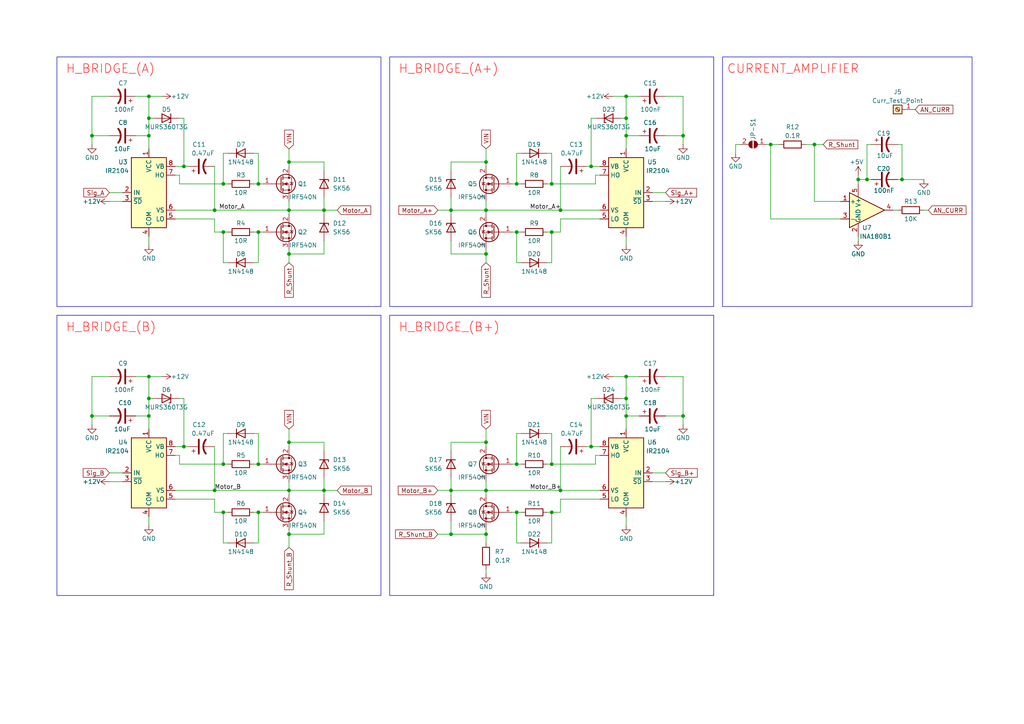
<source format=kicad_sch>
(kicad_sch (version 20230121) (generator eeschema)

  (uuid 07a75e73-3b4b-46fe-9cb7-12be6c617707)

  (paper "A4")

  (title_block
    (date "2024-06-18")
    (rev "1.2")
  )

  (lib_symbols
    (symbol "Amplifier_Current:INA180A1" (pin_names (offset 0.127)) (in_bom yes) (on_board yes)
      (property "Reference" "U10" (at 0 -5.08 0)
        (effects (font (size 1.27 1.27)))
      )
      (property "Value" "INA180B1" (at 2.54 -7.62 0)
        (effects (font (size 1.27 1.27)))
      )
      (property "Footprint" "Package_TO_SOT_SMD:SOT-23-5" (at 1.27 1.27 0)
        (effects (font (size 1.27 1.27)) hide)
      )
      (property "Datasheet" "http://www.ti.com/lit/ds/symlink/ina180.pdf" (at 3.81 3.81 0)
        (effects (font (size 1.27 1.27)) hide)
      )
      (property "ki_keywords" "current monitor shunt sensor" (at 0 0 0)
        (effects (font (size 1.27 1.27)) hide)
      )
      (property "ki_description" "Current Sense Amplifier, 1 Circuit, Rail-to-Rail, 26V, Gain 20 V/V, SOT-23-5" (at 0 0 0)
        (effects (font (size 1.27 1.27)) hide)
      )
      (property "ki_fp_filters" "SOT?23*" (at 0 0 0)
        (effects (font (size 1.27 1.27)) hide)
      )
      (symbol "INA180A1_0_1"
        (polyline
          (pts
            (xy 5.08 0)
            (xy -5.08 5.08)
            (xy -5.08 -5.08)
            (xy 5.08 0)
          )
          (stroke (width 0.254) (type default))
          (fill (type background))
        )
      )
      (symbol "INA180A1_1_1"
        (pin input line (at -7.62 2.54 0) (length 2.54)
          (name "+" (effects (font (size 1.27 1.27))))
          (number "1" (effects (font (size 1.27 1.27))))
        )
        (pin power_in line (at -2.54 -7.62 90) (length 3.81)
          (name "GND" (effects (font (size 1.27 1.27))))
          (number "2" (effects (font (size 1.27 1.27))))
        )
        (pin input line (at -7.62 -2.54 0) (length 2.54)
          (name "-" (effects (font (size 1.27 1.27))))
          (number "3" (effects (font (size 1.27 1.27))))
        )
        (pin output line (at 7.62 0 180) (length 2.54)
          (name "~" (effects (font (size 1.27 1.27))))
          (number "4" (effects (font (size 1.27 1.27))))
        )
        (pin power_in line (at -2.54 7.62 270) (length 3.81)
          (name "V+" (effects (font (size 1.27 1.27))))
          (number "5" (effects (font (size 1.27 1.27))))
        )
      )
    )
    (symbol "Connector:Screw_Terminal_01x01" (pin_names (offset 1.016) hide) (in_bom yes) (on_board yes)
      (property "Reference" "J" (at 0 2.54 0)
        (effects (font (size 1.27 1.27)))
      )
      (property "Value" "Screw_Terminal_01x01" (at 0 -2.54 0)
        (effects (font (size 1.27 1.27)))
      )
      (property "Footprint" "" (at 0 0 0)
        (effects (font (size 1.27 1.27)) hide)
      )
      (property "Datasheet" "~" (at 0 0 0)
        (effects (font (size 1.27 1.27)) hide)
      )
      (property "ki_keywords" "screw terminal" (at 0 0 0)
        (effects (font (size 1.27 1.27)) hide)
      )
      (property "ki_description" "Generic screw terminal, single row, 01x01, script generated (kicad-library-utils/schlib/autogen/connector/)" (at 0 0 0)
        (effects (font (size 1.27 1.27)) hide)
      )
      (property "ki_fp_filters" "TerminalBlock*:*" (at 0 0 0)
        (effects (font (size 1.27 1.27)) hide)
      )
      (symbol "Screw_Terminal_01x01_1_1"
        (rectangle (start -1.27 1.27) (end 1.27 -1.27)
          (stroke (width 0.254) (type default))
          (fill (type background))
        )
        (polyline
          (pts
            (xy -0.5334 0.3302)
            (xy 0.3302 -0.508)
          )
          (stroke (width 0.1524) (type default))
          (fill (type none))
        )
        (polyline
          (pts
            (xy -0.3556 0.508)
            (xy 0.508 -0.3302)
          )
          (stroke (width 0.1524) (type default))
          (fill (type none))
        )
        (circle (center 0 0) (radius 0.635)
          (stroke (width 0.1524) (type default))
          (fill (type none))
        )
        (pin passive line (at -5.08 0 0) (length 3.81)
          (name "Pin_1" (effects (font (size 1.27 1.27))))
          (number "1" (effects (font (size 1.27 1.27))))
        )
      )
    )
    (symbol "Device:C_Polarized_US" (pin_numbers hide) (pin_names (offset 0.254) hide) (in_bom yes) (on_board yes)
      (property "Reference" "C" (at 0.635 2.54 0)
        (effects (font (size 1.27 1.27)) (justify left))
      )
      (property "Value" "C_Polarized_US" (at 0.635 -2.54 0)
        (effects (font (size 1.27 1.27)) (justify left))
      )
      (property "Footprint" "" (at 0 0 0)
        (effects (font (size 1.27 1.27)) hide)
      )
      (property "Datasheet" "~" (at 0 0 0)
        (effects (font (size 1.27 1.27)) hide)
      )
      (property "ki_keywords" "cap capacitor" (at 0 0 0)
        (effects (font (size 1.27 1.27)) hide)
      )
      (property "ki_description" "Polarized capacitor, US symbol" (at 0 0 0)
        (effects (font (size 1.27 1.27)) hide)
      )
      (property "ki_fp_filters" "CP_*" (at 0 0 0)
        (effects (font (size 1.27 1.27)) hide)
      )
      (symbol "C_Polarized_US_0_1"
        (polyline
          (pts
            (xy -2.032 0.762)
            (xy 2.032 0.762)
          )
          (stroke (width 0.508) (type default))
          (fill (type none))
        )
        (polyline
          (pts
            (xy -1.778 2.286)
            (xy -0.762 2.286)
          )
          (stroke (width 0) (type default))
          (fill (type none))
        )
        (polyline
          (pts
            (xy -1.27 1.778)
            (xy -1.27 2.794)
          )
          (stroke (width 0) (type default))
          (fill (type none))
        )
        (arc (start 2.032 -1.27) (mid 0 -0.5572) (end -2.032 -1.27)
          (stroke (width 0.508) (type default))
          (fill (type none))
        )
      )
      (symbol "C_Polarized_US_1_1"
        (pin passive line (at 0 3.81 270) (length 2.794)
          (name "~" (effects (font (size 1.27 1.27))))
          (number "1" (effects (font (size 1.27 1.27))))
        )
        (pin passive line (at 0 -3.81 90) (length 3.302)
          (name "~" (effects (font (size 1.27 1.27))))
          (number "2" (effects (font (size 1.27 1.27))))
        )
      )
    )
    (symbol "Device:R" (pin_numbers hide) (pin_names (offset 0)) (in_bom yes) (on_board yes)
      (property "Reference" "R" (at 2.032 0 90)
        (effects (font (size 1.27 1.27)))
      )
      (property "Value" "R" (at 0 0 90)
        (effects (font (size 1.27 1.27)))
      )
      (property "Footprint" "" (at -1.778 0 90)
        (effects (font (size 1.27 1.27)) hide)
      )
      (property "Datasheet" "~" (at 0 0 0)
        (effects (font (size 1.27 1.27)) hide)
      )
      (property "ki_keywords" "R res resistor" (at 0 0 0)
        (effects (font (size 1.27 1.27)) hide)
      )
      (property "ki_description" "Resistor" (at 0 0 0)
        (effects (font (size 1.27 1.27)) hide)
      )
      (property "ki_fp_filters" "R_*" (at 0 0 0)
        (effects (font (size 1.27 1.27)) hide)
      )
      (symbol "R_0_1"
        (rectangle (start -1.016 -2.54) (end 1.016 2.54)
          (stroke (width 0.254) (type default))
          (fill (type none))
        )
      )
      (symbol "R_1_1"
        (pin passive line (at 0 3.81 270) (length 1.27)
          (name "~" (effects (font (size 1.27 1.27))))
          (number "1" (effects (font (size 1.27 1.27))))
        )
        (pin passive line (at 0 -3.81 90) (length 1.27)
          (name "~" (effects (font (size 1.27 1.27))))
          (number "2" (effects (font (size 1.27 1.27))))
        )
      )
    )
    (symbol "Diode:1N4148" (pin_numbers hide) (pin_names hide) (in_bom yes) (on_board yes)
      (property "Reference" "D" (at 0 2.54 0)
        (effects (font (size 1.27 1.27)))
      )
      (property "Value" "1N4148" (at 0 -2.54 0)
        (effects (font (size 1.27 1.27)))
      )
      (property "Footprint" "Diode_THT:D_DO-35_SOD27_P7.62mm_Horizontal" (at 0 0 0)
        (effects (font (size 1.27 1.27)) hide)
      )
      (property "Datasheet" "https://assets.nexperia.com/documents/data-sheet/1N4148_1N4448.pdf" (at 0 0 0)
        (effects (font (size 1.27 1.27)) hide)
      )
      (property "Sim.Device" "D" (at 0 0 0)
        (effects (font (size 1.27 1.27)) hide)
      )
      (property "Sim.Pins" "1=K 2=A" (at 0 0 0)
        (effects (font (size 1.27 1.27)) hide)
      )
      (property "ki_keywords" "diode" (at 0 0 0)
        (effects (font (size 1.27 1.27)) hide)
      )
      (property "ki_description" "100V 0.15A standard switching diode, DO-35" (at 0 0 0)
        (effects (font (size 1.27 1.27)) hide)
      )
      (property "ki_fp_filters" "D*DO?35*" (at 0 0 0)
        (effects (font (size 1.27 1.27)) hide)
      )
      (symbol "1N4148_0_1"
        (polyline
          (pts
            (xy -1.27 1.27)
            (xy -1.27 -1.27)
          )
          (stroke (width 0.254) (type default))
          (fill (type none))
        )
        (polyline
          (pts
            (xy 1.27 0)
            (xy -1.27 0)
          )
          (stroke (width 0) (type default))
          (fill (type none))
        )
        (polyline
          (pts
            (xy 1.27 1.27)
            (xy 1.27 -1.27)
            (xy -1.27 0)
            (xy 1.27 1.27)
          )
          (stroke (width 0.254) (type default))
          (fill (type none))
        )
      )
      (symbol "1N4148_1_1"
        (pin passive line (at -3.81 0 0) (length 2.54)
          (name "K" (effects (font (size 1.27 1.27))))
          (number "1" (effects (font (size 1.27 1.27))))
        )
        (pin passive line (at 3.81 0 180) (length 2.54)
          (name "A" (effects (font (size 1.27 1.27))))
          (number "2" (effects (font (size 1.27 1.27))))
        )
      )
    )
    (symbol "Diode:Z3SMCxxx" (pin_numbers hide) (pin_names hide) (in_bom yes) (on_board yes)
      (property "Reference" "D" (at 0 2.54 0)
        (effects (font (size 1.27 1.27)))
      )
      (property "Value" "Z3SMCxxx" (at 0 -2.54 0)
        (effects (font (size 1.27 1.27)))
      )
      (property "Footprint" "Diode_SMD:D_SMC" (at 0 -4.445 0)
        (effects (font (size 1.27 1.27)) hide)
      )
      (property "Datasheet" "https://diotec.com/tl_files/diotec/files/pdf/datasheets/z3smc1.pdf" (at 0 0 0)
        (effects (font (size 1.27 1.27)) hide)
      )
      (property "ki_keywords" "zener diode" (at 0 0 0)
        (effects (font (size 1.27 1.27)) hide)
      )
      (property "ki_description" "3000mW Zener Diode, SMC(DO-214AB)" (at 0 0 0)
        (effects (font (size 1.27 1.27)) hide)
      )
      (property "ki_fp_filters" "D?SMC*" (at 0 0 0)
        (effects (font (size 1.27 1.27)) hide)
      )
      (symbol "Z3SMCxxx_0_1"
        (polyline
          (pts
            (xy 1.27 0)
            (xy -1.27 0)
          )
          (stroke (width 0) (type default))
          (fill (type none))
        )
        (polyline
          (pts
            (xy -1.27 -1.27)
            (xy -1.27 1.27)
            (xy -0.762 1.27)
          )
          (stroke (width 0.254) (type default))
          (fill (type none))
        )
        (polyline
          (pts
            (xy 1.27 -1.27)
            (xy 1.27 1.27)
            (xy -1.27 0)
            (xy 1.27 -1.27)
          )
          (stroke (width 0.254) (type default))
          (fill (type none))
        )
      )
      (symbol "Z3SMCxxx_1_1"
        (pin passive line (at -3.81 0 0) (length 2.54)
          (name "K" (effects (font (size 1.27 1.27))))
          (number "1" (effects (font (size 1.27 1.27))))
        )
        (pin passive line (at 3.81 0 180) (length 2.54)
          (name "A" (effects (font (size 1.27 1.27))))
          (number "2" (effects (font (size 1.27 1.27))))
        )
      )
    )
    (symbol "Driver_FET:IR2104" (in_bom yes) (on_board yes)
      (property "Reference" "U" (at 1.27 13.335 0)
        (effects (font (size 1.27 1.27)) (justify left))
      )
      (property "Value" "IR2104" (at 1.27 11.43 0)
        (effects (font (size 1.27 1.27)) (justify left))
      )
      (property "Footprint" "" (at 0 0 0)
        (effects (font (size 1.27 1.27) italic) hide)
      )
      (property "Datasheet" "https://www.infineon.com/dgdl/ir2104.pdf?fileId=5546d462533600a4015355c7c1c31671" (at 0 0 0)
        (effects (font (size 1.27 1.27)) hide)
      )
      (property "ki_keywords" "Gate Driver" (at 0 0 0)
        (effects (font (size 1.27 1.27)) hide)
      )
      (property "ki_description" "Half-Bridge Driver, 600V, 210/360mA, PDIP-8/SOIC-8" (at 0 0 0)
        (effects (font (size 1.27 1.27)) hide)
      )
      (property "ki_fp_filters" "SOIC*3.9x4.9mm*P1.27mm* DIP*W7.62mm*" (at 0 0 0)
        (effects (font (size 1.27 1.27)) hide)
      )
      (symbol "IR2104_0_1"
        (rectangle (start -5.08 -10.16) (end 5.08 10.16)
          (stroke (width 0.254) (type default))
          (fill (type background))
        )
      )
      (symbol "IR2104_1_1"
        (pin power_in line (at 0 12.7 270) (length 2.54)
          (name "VCC" (effects (font (size 1.27 1.27))))
          (number "1" (effects (font (size 1.27 1.27))))
        )
        (pin input line (at -7.62 0 0) (length 2.54)
          (name "IN" (effects (font (size 1.27 1.27))))
          (number "2" (effects (font (size 1.27 1.27))))
        )
        (pin input line (at -7.62 -2.54 0) (length 2.54)
          (name "~{SD}" (effects (font (size 1.27 1.27))))
          (number "3" (effects (font (size 1.27 1.27))))
        )
        (pin power_in line (at 0 -12.7 90) (length 2.54)
          (name "COM" (effects (font (size 1.27 1.27))))
          (number "4" (effects (font (size 1.27 1.27))))
        )
        (pin output line (at 7.62 -7.62 180) (length 2.54)
          (name "LO" (effects (font (size 1.27 1.27))))
          (number "5" (effects (font (size 1.27 1.27))))
        )
        (pin passive line (at 7.62 -5.08 180) (length 2.54)
          (name "VS" (effects (font (size 1.27 1.27))))
          (number "6" (effects (font (size 1.27 1.27))))
        )
        (pin output line (at 7.62 5.08 180) (length 2.54)
          (name "HO" (effects (font (size 1.27 1.27))))
          (number "7" (effects (font (size 1.27 1.27))))
        )
        (pin passive line (at 7.62 7.62 180) (length 2.54)
          (name "VB" (effects (font (size 1.27 1.27))))
          (number "8" (effects (font (size 1.27 1.27))))
        )
      )
    )
    (symbol "Jumper:SolderJumper_2_Open" (pin_names (offset 0) hide) (in_bom yes) (on_board yes)
      (property "Reference" "JP" (at 0 2.032 0)
        (effects (font (size 1.27 1.27)))
      )
      (property "Value" "SolderJumper_2_Open" (at 0 -2.54 0)
        (effects (font (size 1.27 1.27)))
      )
      (property "Footprint" "" (at 0 0 0)
        (effects (font (size 1.27 1.27)) hide)
      )
      (property "Datasheet" "~" (at 0 0 0)
        (effects (font (size 1.27 1.27)) hide)
      )
      (property "ki_keywords" "solder jumper SPST" (at 0 0 0)
        (effects (font (size 1.27 1.27)) hide)
      )
      (property "ki_description" "Solder Jumper, 2-pole, open" (at 0 0 0)
        (effects (font (size 1.27 1.27)) hide)
      )
      (property "ki_fp_filters" "SolderJumper*Open*" (at 0 0 0)
        (effects (font (size 1.27 1.27)) hide)
      )
      (symbol "SolderJumper_2_Open_0_1"
        (arc (start -0.254 1.016) (mid -1.2656 0) (end -0.254 -1.016)
          (stroke (width 0) (type default))
          (fill (type none))
        )
        (arc (start -0.254 1.016) (mid -1.2656 0) (end -0.254 -1.016)
          (stroke (width 0) (type default))
          (fill (type outline))
        )
        (polyline
          (pts
            (xy -0.254 1.016)
            (xy -0.254 -1.016)
          )
          (stroke (width 0) (type default))
          (fill (type none))
        )
        (polyline
          (pts
            (xy 0.254 1.016)
            (xy 0.254 -1.016)
          )
          (stroke (width 0) (type default))
          (fill (type none))
        )
        (arc (start 0.254 -1.016) (mid 1.2656 0) (end 0.254 1.016)
          (stroke (width 0) (type default))
          (fill (type none))
        )
        (arc (start 0.254 -1.016) (mid 1.2656 0) (end 0.254 1.016)
          (stroke (width 0) (type default))
          (fill (type outline))
        )
      )
      (symbol "SolderJumper_2_Open_1_1"
        (pin passive line (at -3.81 0 0) (length 2.54)
          (name "A" (effects (font (size 1.27 1.27))))
          (number "1" (effects (font (size 1.27 1.27))))
        )
        (pin passive line (at 3.81 0 180) (length 2.54)
          (name "B" (effects (font (size 1.27 1.27))))
          (number "2" (effects (font (size 1.27 1.27))))
        )
      )
    )
    (symbol "Transistor_FET:IRF540N" (pin_names hide) (in_bom yes) (on_board yes)
      (property "Reference" "Q" (at 5.08 1.905 0)
        (effects (font (size 1.27 1.27)) (justify left))
      )
      (property "Value" "IRF540N" (at 5.08 0 0)
        (effects (font (size 1.27 1.27)) (justify left))
      )
      (property "Footprint" "Package_TO_SOT_THT:TO-220-3_Vertical" (at 5.08 -1.905 0)
        (effects (font (size 1.27 1.27) italic) (justify left) hide)
      )
      (property "Datasheet" "http://www.irf.com/product-info/datasheets/data/irf540n.pdf" (at 5.08 -3.81 0)
        (effects (font (size 1.27 1.27)) (justify left) hide)
      )
      (property "ki_keywords" "HEXFET N-Channel MOSFET" (at 0 0 0)
        (effects (font (size 1.27 1.27)) hide)
      )
      (property "ki_description" "33A Id, 100V Vds, HEXFET N-Channel MOSFET, TO-220" (at 0 0 0)
        (effects (font (size 1.27 1.27)) hide)
      )
      (property "ki_fp_filters" "TO?220*" (at 0 0 0)
        (effects (font (size 1.27 1.27)) hide)
      )
      (symbol "IRF540N_0_1"
        (polyline
          (pts
            (xy 0.254 0)
            (xy -2.54 0)
          )
          (stroke (width 0) (type default))
          (fill (type none))
        )
        (polyline
          (pts
            (xy 0.254 1.905)
            (xy 0.254 -1.905)
          )
          (stroke (width 0.254) (type default))
          (fill (type none))
        )
        (polyline
          (pts
            (xy 0.762 -1.27)
            (xy 0.762 -2.286)
          )
          (stroke (width 0.254) (type default))
          (fill (type none))
        )
        (polyline
          (pts
            (xy 0.762 0.508)
            (xy 0.762 -0.508)
          )
          (stroke (width 0.254) (type default))
          (fill (type none))
        )
        (polyline
          (pts
            (xy 0.762 2.286)
            (xy 0.762 1.27)
          )
          (stroke (width 0.254) (type default))
          (fill (type none))
        )
        (polyline
          (pts
            (xy 2.54 2.54)
            (xy 2.54 1.778)
          )
          (stroke (width 0) (type default))
          (fill (type none))
        )
        (polyline
          (pts
            (xy 2.54 -2.54)
            (xy 2.54 0)
            (xy 0.762 0)
          )
          (stroke (width 0) (type default))
          (fill (type none))
        )
        (polyline
          (pts
            (xy 0.762 -1.778)
            (xy 3.302 -1.778)
            (xy 3.302 1.778)
            (xy 0.762 1.778)
          )
          (stroke (width 0) (type default))
          (fill (type none))
        )
        (polyline
          (pts
            (xy 1.016 0)
            (xy 2.032 0.381)
            (xy 2.032 -0.381)
            (xy 1.016 0)
          )
          (stroke (width 0) (type default))
          (fill (type outline))
        )
        (polyline
          (pts
            (xy 2.794 0.508)
            (xy 2.921 0.381)
            (xy 3.683 0.381)
            (xy 3.81 0.254)
          )
          (stroke (width 0) (type default))
          (fill (type none))
        )
        (polyline
          (pts
            (xy 3.302 0.381)
            (xy 2.921 -0.254)
            (xy 3.683 -0.254)
            (xy 3.302 0.381)
          )
          (stroke (width 0) (type default))
          (fill (type none))
        )
        (circle (center 1.651 0) (radius 2.794)
          (stroke (width 0.254) (type default))
          (fill (type none))
        )
        (circle (center 2.54 -1.778) (radius 0.254)
          (stroke (width 0) (type default))
          (fill (type outline))
        )
        (circle (center 2.54 1.778) (radius 0.254)
          (stroke (width 0) (type default))
          (fill (type outline))
        )
      )
      (symbol "IRF540N_1_1"
        (pin input line (at -5.08 0 0) (length 2.54)
          (name "G" (effects (font (size 1.27 1.27))))
          (number "1" (effects (font (size 1.27 1.27))))
        )
        (pin passive line (at 2.54 5.08 270) (length 2.54)
          (name "D" (effects (font (size 1.27 1.27))))
          (number "2" (effects (font (size 1.27 1.27))))
        )
        (pin passive line (at 2.54 -5.08 90) (length 2.54)
          (name "S" (effects (font (size 1.27 1.27))))
          (number "3" (effects (font (size 1.27 1.27))))
        )
      )
    )
    (symbol "power:+12V" (power) (pin_names (offset 0)) (in_bom yes) (on_board yes)
      (property "Reference" "#PWR" (at 0 -3.81 0)
        (effects (font (size 1.27 1.27)) hide)
      )
      (property "Value" "+12V" (at 0 3.556 0)
        (effects (font (size 1.27 1.27)))
      )
      (property "Footprint" "" (at 0 0 0)
        (effects (font (size 1.27 1.27)) hide)
      )
      (property "Datasheet" "" (at 0 0 0)
        (effects (font (size 1.27 1.27)) hide)
      )
      (property "ki_keywords" "global power" (at 0 0 0)
        (effects (font (size 1.27 1.27)) hide)
      )
      (property "ki_description" "Power symbol creates a global label with name \"+12V\"" (at 0 0 0)
        (effects (font (size 1.27 1.27)) hide)
      )
      (symbol "+12V_0_1"
        (polyline
          (pts
            (xy -0.762 1.27)
            (xy 0 2.54)
          )
          (stroke (width 0) (type default))
          (fill (type none))
        )
        (polyline
          (pts
            (xy 0 0)
            (xy 0 2.54)
          )
          (stroke (width 0) (type default))
          (fill (type none))
        )
        (polyline
          (pts
            (xy 0 2.54)
            (xy 0.762 1.27)
          )
          (stroke (width 0) (type default))
          (fill (type none))
        )
      )
      (symbol "+12V_1_1"
        (pin power_in line (at 0 0 90) (length 0) hide
          (name "+12V" (effects (font (size 1.27 1.27))))
          (number "1" (effects (font (size 1.27 1.27))))
        )
      )
    )
    (symbol "power:+5V" (power) (pin_names (offset 0)) (in_bom yes) (on_board yes)
      (property "Reference" "#PWR" (at 0 -3.81 0)
        (effects (font (size 1.27 1.27)) hide)
      )
      (property "Value" "+5V" (at 0 3.556 0)
        (effects (font (size 1.27 1.27)))
      )
      (property "Footprint" "" (at 0 0 0)
        (effects (font (size 1.27 1.27)) hide)
      )
      (property "Datasheet" "" (at 0 0 0)
        (effects (font (size 1.27 1.27)) hide)
      )
      (property "ki_keywords" "global power" (at 0 0 0)
        (effects (font (size 1.27 1.27)) hide)
      )
      (property "ki_description" "Power symbol creates a global label with name \"+5V\"" (at 0 0 0)
        (effects (font (size 1.27 1.27)) hide)
      )
      (symbol "+5V_0_1"
        (polyline
          (pts
            (xy -0.762 1.27)
            (xy 0 2.54)
          )
          (stroke (width 0) (type default))
          (fill (type none))
        )
        (polyline
          (pts
            (xy 0 0)
            (xy 0 2.54)
          )
          (stroke (width 0) (type default))
          (fill (type none))
        )
        (polyline
          (pts
            (xy 0 2.54)
            (xy 0.762 1.27)
          )
          (stroke (width 0) (type default))
          (fill (type none))
        )
      )
      (symbol "+5V_1_1"
        (pin power_in line (at 0 0 90) (length 0) hide
          (name "+5V" (effects (font (size 1.27 1.27))))
          (number "1" (effects (font (size 1.27 1.27))))
        )
      )
    )
    (symbol "power:GND" (power) (pin_names (offset 0)) (in_bom yes) (on_board yes)
      (property "Reference" "#PWR" (at 0 -6.35 0)
        (effects (font (size 1.27 1.27)) hide)
      )
      (property "Value" "GND" (at 0 -3.81 0)
        (effects (font (size 1.27 1.27)))
      )
      (property "Footprint" "" (at 0 0 0)
        (effects (font (size 1.27 1.27)) hide)
      )
      (property "Datasheet" "" (at 0 0 0)
        (effects (font (size 1.27 1.27)) hide)
      )
      (property "ki_keywords" "global power" (at 0 0 0)
        (effects (font (size 1.27 1.27)) hide)
      )
      (property "ki_description" "Power symbol creates a global label with name \"GND\" , ground" (at 0 0 0)
        (effects (font (size 1.27 1.27)) hide)
      )
      (symbol "GND_0_1"
        (polyline
          (pts
            (xy 0 0)
            (xy 0 -1.27)
            (xy 1.27 -1.27)
            (xy 0 -2.54)
            (xy -1.27 -1.27)
            (xy 0 -1.27)
          )
          (stroke (width 0) (type default))
          (fill (type none))
        )
      )
      (symbol "GND_1_1"
        (pin power_in line (at 0 0 270) (length 0) hide
          (name "GND" (effects (font (size 1.27 1.27))))
          (number "1" (effects (font (size 1.27 1.27))))
        )
      )
    )
  )

  (junction (at 64.77 53.34) (diameter 0) (color 0 0 0 0)
    (uuid 047f2d84-9a80-417f-910f-665dd34eb3b1)
  )
  (junction (at 93.98 60.96) (diameter 0) (color 0 0 0 0)
    (uuid 0571841d-71f2-4927-8833-ecf1eca74f87)
  )
  (junction (at 140.97 73.66) (diameter 0) (color 0 0 0 0)
    (uuid 06b23096-2e91-4062-881e-2df8f3fd26b3)
  )
  (junction (at 181.61 27.94) (diameter 0) (color 0 0 0 0)
    (uuid 090e9a4b-75fc-40e6-86d1-60b0b0bcb19e)
  )
  (junction (at 130.81 142.24) (diameter 0) (color 0 0 0 0)
    (uuid 0d524537-2c38-4fe6-b4c0-dd50e43c1147)
  )
  (junction (at 162.56 60.96) (diameter 0) (color 0 0 0 0)
    (uuid 14057e22-1ee6-42c7-a0a3-1c4f504a081e)
  )
  (junction (at 43.18 120.65) (diameter 0) (color 0 0 0 0)
    (uuid 15d50cd3-6801-40a8-842f-4af15b8367a4)
  )
  (junction (at 62.23 60.96) (diameter 0) (color 0 0 0 0)
    (uuid 162faf60-0e56-48ad-b5b0-c46967e22992)
  )
  (junction (at 160.02 67.31) (diameter 0) (color 0 0 0 0)
    (uuid 1c1bdeb3-ac94-4b67-8844-fc0329b49c14)
  )
  (junction (at 181.61 34.29) (diameter 0) (color 0 0 0 0)
    (uuid 1cc6a2f0-1773-4daa-a9d1-41eed0940a8b)
  )
  (junction (at 43.18 34.29) (diameter 0) (color 0 0 0 0)
    (uuid 1d819a40-4791-43ec-95e0-c10eb1d9a2c9)
  )
  (junction (at 83.82 128.27) (diameter 0) (color 0 0 0 0)
    (uuid 22f6a59c-fe5c-4816-8eab-1afe5ceae240)
  )
  (junction (at 43.18 109.22) (diameter 0) (color 0 0 0 0)
    (uuid 238e52bf-2fef-4fab-8298-eb3c45bc3b62)
  )
  (junction (at 64.77 148.59) (diameter 0) (color 0 0 0 0)
    (uuid 28501483-5fb2-43e4-937c-81dff848cd68)
  )
  (junction (at 160.02 134.62) (diameter 0) (color 0 0 0 0)
    (uuid 2c52c11b-c3a5-4a6a-b1bc-9fc810f94b3b)
  )
  (junction (at 53.34 48.26) (diameter 0) (color 0 0 0 0)
    (uuid 3009639b-2699-426a-810a-0685f5ec2754)
  )
  (junction (at 83.82 73.66) (diameter 0) (color 0 0 0 0)
    (uuid 34456a5e-3e03-49d5-8df8-01a416c4ca2b)
  )
  (junction (at 130.81 154.94) (diameter 0) (color 0 0 0 0)
    (uuid 3cf912e1-5e11-46fb-bbe8-48d8ae176406)
  )
  (junction (at 140.97 46.99) (diameter 0) (color 0 0 0 0)
    (uuid 41361197-9360-4f57-bfd2-7abbc0633879)
  )
  (junction (at 149.86 53.34) (diameter 0) (color 0 0 0 0)
    (uuid 48cef321-f69a-494e-891b-19783b7a9163)
  )
  (junction (at 83.82 60.96) (diameter 0) (color 0 0 0 0)
    (uuid 4a5dc892-c4e4-4887-8716-0ae7ecbd7998)
  )
  (junction (at 236.22 41.91) (diameter 0) (color 0 0 0 0)
    (uuid 4e3b7636-946e-40d2-9d18-af546fd4ee4e)
  )
  (junction (at 223.52 41.91) (diameter 0) (color 0 0 0 0)
    (uuid 517b899b-453f-43b2-aa47-da776b9d6f06)
  )
  (junction (at 130.81 60.96) (diameter 0) (color 0 0 0 0)
    (uuid 523b7212-956e-4226-8e46-13c03b5ba696)
  )
  (junction (at 26.67 39.37) (diameter 0) (color 0 0 0 0)
    (uuid 61d03321-2de7-4ef6-b27d-ccfeb116b105)
  )
  (junction (at 53.34 129.54) (diameter 0) (color 0 0 0 0)
    (uuid 634f35b7-d175-4af2-be6f-0867307790ff)
  )
  (junction (at 43.18 39.37) (diameter 0) (color 0 0 0 0)
    (uuid 6c22a43d-4af3-49f8-b973-1b90ad045ea3)
  )
  (junction (at 198.12 39.37) (diameter 0) (color 0 0 0 0)
    (uuid 6dac9391-0b12-432c-ba07-bccdc4aa2063)
  )
  (junction (at 251.46 52.07) (diameter 0) (color 0 0 0 0)
    (uuid 76bbbc13-7b82-45d1-92d9-cc45632b44a2)
  )
  (junction (at 162.56 142.24) (diameter 0) (color 0 0 0 0)
    (uuid 8162b72e-0106-4b22-a583-8d262452c073)
  )
  (junction (at 26.67 120.65) (diameter 0) (color 0 0 0 0)
    (uuid 83b88c65-1b29-4dc0-9655-470e3d2f6a1c)
  )
  (junction (at 160.02 148.59) (diameter 0) (color 0 0 0 0)
    (uuid 865f4b3c-735b-4f66-9ae1-781724f30942)
  )
  (junction (at 149.86 134.62) (diameter 0) (color 0 0 0 0)
    (uuid 87805036-ad37-4f30-a195-dbc8620b42f4)
  )
  (junction (at 140.97 142.24) (diameter 0) (color 0 0 0 0)
    (uuid 8c72e814-3a17-49d5-8ace-735b0c5033ec)
  )
  (junction (at 171.45 48.26) (diameter 0) (color 0 0 0 0)
    (uuid 8f233d45-eb08-446d-91bf-957e3d1913f9)
  )
  (junction (at 74.93 134.62) (diameter 0) (color 0 0 0 0)
    (uuid 96d3e8d1-8f66-456e-bd0f-d123eda9989c)
  )
  (junction (at 43.18 115.57) (diameter 0) (color 0 0 0 0)
    (uuid 9894813d-2d35-4bab-9981-b20f2fb4bd28)
  )
  (junction (at 181.61 109.22) (diameter 0) (color 0 0 0 0)
    (uuid 9996f5af-82e0-4f36-9388-d75f6b621a50)
  )
  (junction (at 64.77 134.62) (diameter 0) (color 0 0 0 0)
    (uuid a6804fa6-ea14-46b3-8e45-40ce01257968)
  )
  (junction (at 140.97 60.96) (diameter 0) (color 0 0 0 0)
    (uuid a6b3252a-96f2-41e3-a29e-50648a0fe28c)
  )
  (junction (at 93.98 142.24) (diameter 0) (color 0 0 0 0)
    (uuid a8219491-a5d7-4196-91c5-847d313fbfd9)
  )
  (junction (at 149.86 148.59) (diameter 0) (color 0 0 0 0)
    (uuid ad0dc8b9-99cc-4a63-bf80-7542f25926a3)
  )
  (junction (at 64.77 67.31) (diameter 0) (color 0 0 0 0)
    (uuid ad65b298-b752-4870-b224-6f8d3303d909)
  )
  (junction (at 181.61 115.57) (diameter 0) (color 0 0 0 0)
    (uuid ad6d4eb5-c97a-4bfc-8245-99f37c760066)
  )
  (junction (at 181.61 120.65) (diameter 0) (color 0 0 0 0)
    (uuid b14de107-37e1-492a-ba49-6103793c22a9)
  )
  (junction (at 83.82 154.94) (diameter 0) (color 0 0 0 0)
    (uuid b68e5e4a-340f-4ea9-ab47-a8050fa78823)
  )
  (junction (at 74.93 53.34) (diameter 0) (color 0 0 0 0)
    (uuid b6a47927-efd4-4fb5-aedb-43c96582e271)
  )
  (junction (at 83.82 46.99) (diameter 0) (color 0 0 0 0)
    (uuid b82d5161-162a-40f7-b5d3-91729740c27b)
  )
  (junction (at 149.86 67.31) (diameter 0) (color 0 0 0 0)
    (uuid bdc3b012-af8e-49b4-8282-161ae14c68a3)
  )
  (junction (at 140.97 128.27) (diameter 0) (color 0 0 0 0)
    (uuid c75e2a89-638a-402d-9218-055827071d5a)
  )
  (junction (at 171.45 129.54) (diameter 0) (color 0 0 0 0)
    (uuid ca3939f6-94b0-4e9c-9252-95baaf464d3b)
  )
  (junction (at 261.62 52.07) (diameter 0) (color 0 0 0 0)
    (uuid ca5bc89a-1c87-4e85-ba1a-40d2cce40097)
  )
  (junction (at 160.02 53.34) (diameter 0) (color 0 0 0 0)
    (uuid d0cd02cd-cb14-4924-9b6c-27ccb94a01e4)
  )
  (junction (at 62.23 142.24) (diameter 0) (color 0 0 0 0)
    (uuid d23ed13f-338b-4a8e-9f12-2140d47f7647)
  )
  (junction (at 198.12 120.65) (diameter 0) (color 0 0 0 0)
    (uuid d924fca5-0969-4986-a08f-bc52022a2a01)
  )
  (junction (at 140.97 154.94) (diameter 0) (color 0 0 0 0)
    (uuid e84d2ec5-7480-40c3-81bb-6863afa824b3)
  )
  (junction (at 248.92 52.07) (diameter 0) (color 0 0 0 0)
    (uuid e91e8e57-c224-4a78-834d-fd08f2816108)
  )
  (junction (at 43.18 27.94) (diameter 0) (color 0 0 0 0)
    (uuid ea19c8e1-be71-45cf-816a-1e737e637c24)
  )
  (junction (at 83.82 142.24) (diameter 0) (color 0 0 0 0)
    (uuid f43648fa-0aa5-4b34-b793-6812ec6aabdb)
  )
  (junction (at 74.93 148.59) (diameter 0) (color 0 0 0 0)
    (uuid f49fa7b7-f6aa-42cf-99c0-1af4cc5866c5)
  )
  (junction (at 181.61 39.37) (diameter 0) (color 0 0 0 0)
    (uuid fa4ca4a9-f28a-41f4-9054-85868ba677b3)
  )
  (junction (at 74.93 67.31) (diameter 0) (color 0 0 0 0)
    (uuid fd5a6194-7a1d-41c8-9877-923b77a452c5)
  )

  (wire (pts (xy 160.02 53.34) (xy 158.75 53.34))
    (stroke (width 0) (type default))
    (uuid 00dce6b9-993a-4f31-a00e-b6adbfe32fc8)
  )
  (wire (pts (xy 73.66 125.73) (xy 74.93 125.73))
    (stroke (width 0) (type default))
    (uuid 0274174e-9935-4b31-b5bd-c6536cf4a5cd)
  )
  (wire (pts (xy 248.92 50.8) (xy 248.92 52.07))
    (stroke (width 0) (type default))
    (uuid 03068062-2a14-4889-b301-30e4963ff716)
  )
  (wire (pts (xy 83.82 73.66) (xy 83.82 76.2))
    (stroke (width 0) (type default))
    (uuid 047ebce0-8f22-49b4-a0f2-a1bb70e52215)
  )
  (wire (pts (xy 140.97 73.66) (xy 140.97 76.2))
    (stroke (width 0) (type default))
    (uuid 054713d9-d262-4fbf-b3ac-8338352e0588)
  )
  (wire (pts (xy 43.18 115.57) (xy 44.45 115.57))
    (stroke (width 0) (type default))
    (uuid 0897f9e6-8402-463e-ba8f-5a674c09e85e)
  )
  (wire (pts (xy 73.66 76.2) (xy 74.93 76.2))
    (stroke (width 0) (type default))
    (uuid 0a9af07a-2569-4b0c-9c96-3826fd96475a)
  )
  (wire (pts (xy 198.12 109.22) (xy 198.12 120.65))
    (stroke (width 0) (type default))
    (uuid 0cea5666-a62d-4b10-8024-aa88c8bcb919)
  )
  (wire (pts (xy 43.18 27.94) (xy 43.18 34.29))
    (stroke (width 0) (type default))
    (uuid 0e7acf69-a24f-4f08-99ce-151f6ff7aec4)
  )
  (wire (pts (xy 171.45 129.54) (xy 170.18 129.54))
    (stroke (width 0) (type default))
    (uuid 0f4c3c63-ec47-409e-8e41-5cc2b134c1cb)
  )
  (wire (pts (xy 39.37 27.94) (xy 43.18 27.94))
    (stroke (width 0) (type default))
    (uuid 0f7b1f80-9ed6-43b4-987b-f36dbaafbbcc)
  )
  (wire (pts (xy 149.86 67.31) (xy 148.59 67.31))
    (stroke (width 0) (type default))
    (uuid 0fda5e96-cf88-4e52-bc02-f3d91f055b9f)
  )
  (wire (pts (xy 83.82 46.99) (xy 93.98 46.99))
    (stroke (width 0) (type default))
    (uuid 105b2deb-a0c9-4bda-a05c-8c03086a1380)
  )
  (wire (pts (xy 66.04 67.31) (xy 64.77 67.31))
    (stroke (width 0) (type default))
    (uuid 10a67db5-6ee8-4e27-bf4b-e450176d90e6)
  )
  (wire (pts (xy 74.93 134.62) (xy 76.2 134.62))
    (stroke (width 0) (type default))
    (uuid 10fcfd8f-8556-48ff-a14b-a5557b330868)
  )
  (wire (pts (xy 151.13 148.59) (xy 149.86 148.59))
    (stroke (width 0) (type default))
    (uuid 11024b70-0e85-4b1c-8ccc-9e55127daf4b)
  )
  (wire (pts (xy 83.82 60.96) (xy 83.82 62.23))
    (stroke (width 0) (type default))
    (uuid 1390c8df-48e2-4b78-9aa2-6ca3f7c0ac24)
  )
  (wire (pts (xy 140.97 46.99) (xy 130.81 46.99))
    (stroke (width 0) (type default))
    (uuid 1427c7a3-fe5b-4247-8947-5786fa8ca9c0)
  )
  (wire (pts (xy 173.99 132.08) (xy 172.72 132.08))
    (stroke (width 0) (type default))
    (uuid 1462e07e-fa81-4e0b-830d-eabcf3c6bcc0)
  )
  (wire (pts (xy 74.93 67.31) (xy 74.93 76.2))
    (stroke (width 0) (type default))
    (uuid 147e13ed-ce86-4843-a2f0-ce274b407ba4)
  )
  (wire (pts (xy 74.93 44.45) (xy 74.93 53.34))
    (stroke (width 0) (type default))
    (uuid 151b3dc6-7df6-44dd-b4b0-20bac65af8da)
  )
  (wire (pts (xy 162.56 67.31) (xy 162.56 63.5))
    (stroke (width 0) (type default))
    (uuid 15c8aed6-b36a-4bc3-9131-8145774436a2)
  )
  (wire (pts (xy 185.42 39.37) (xy 181.61 39.37))
    (stroke (width 0) (type default))
    (uuid 16195f02-9437-41ff-9dee-c5162be6bb02)
  )
  (wire (pts (xy 73.66 157.48) (xy 74.93 157.48))
    (stroke (width 0) (type default))
    (uuid 17fe33ba-3351-46b6-b3bb-9226a3adaf0e)
  )
  (wire (pts (xy 39.37 109.22) (xy 43.18 109.22))
    (stroke (width 0) (type default))
    (uuid 18de5eb5-8a4a-406e-a124-26eeafe1d861)
  )
  (wire (pts (xy 248.92 52.07) (xy 251.46 52.07))
    (stroke (width 0) (type default))
    (uuid 190de8b9-f14d-4cda-8bc2-4c3abc59e004)
  )
  (wire (pts (xy 158.75 44.45) (xy 160.02 44.45))
    (stroke (width 0) (type default))
    (uuid 1918f1ea-c6bb-4055-be0c-5edd29f5a636)
  )
  (wire (pts (xy 43.18 120.65) (xy 43.18 124.46))
    (stroke (width 0) (type default))
    (uuid 19fd0d65-d4cf-42ed-8b06-b47abf6b7b91)
  )
  (wire (pts (xy 140.97 153.67) (xy 140.97 154.94))
    (stroke (width 0) (type default))
    (uuid 1ac2ef51-e6e1-4d66-93eb-ecb3296d0266)
  )
  (wire (pts (xy 181.61 115.57) (xy 180.34 115.57))
    (stroke (width 0) (type default))
    (uuid 1b8a9a9f-36da-41af-8161-08276883684d)
  )
  (wire (pts (xy 151.13 125.73) (xy 149.86 125.73))
    (stroke (width 0) (type default))
    (uuid 1be5b4c2-21ff-4325-b1a2-0dac1d017e0c)
  )
  (wire (pts (xy 171.45 34.29) (xy 172.72 34.29))
    (stroke (width 0) (type default))
    (uuid 1bfaf2cc-89cb-4580-8389-226eadbd475b)
  )
  (wire (pts (xy 130.81 49.53) (xy 130.81 46.99))
    (stroke (width 0) (type default))
    (uuid 1ed1e2e4-c472-441f-9532-c650ed3a82f8)
  )
  (wire (pts (xy 181.61 109.22) (xy 181.61 115.57))
    (stroke (width 0) (type default))
    (uuid 1fb51891-5b15-478b-b8fb-c55c14c5b847)
  )
  (wire (pts (xy 73.66 134.62) (xy 74.93 134.62))
    (stroke (width 0) (type default))
    (uuid 20359ace-c655-4b2c-b537-37c4f5336750)
  )
  (wire (pts (xy 172.72 115.57) (xy 171.45 115.57))
    (stroke (width 0) (type default))
    (uuid 219f9ca1-e553-4162-bfc5-c4138c8e4318)
  )
  (wire (pts (xy 193.04 137.16) (xy 189.23 137.16))
    (stroke (width 0) (type default))
    (uuid 22a23775-ce05-43d1-a3c4-a6862e1ddcfa)
  )
  (wire (pts (xy 50.8 132.08) (xy 52.07 132.08))
    (stroke (width 0) (type default))
    (uuid 23207cc1-b04c-4095-a393-72d0f515a972)
  )
  (wire (pts (xy 43.18 68.58) (xy 43.18 71.12))
    (stroke (width 0) (type default))
    (uuid 28257d5c-0a10-470e-b884-a27b32da8e1c)
  )
  (wire (pts (xy 140.97 60.96) (xy 130.81 60.96))
    (stroke (width 0) (type default))
    (uuid 28bb3071-5712-47f5-8185-2b4df3d208c6)
  )
  (wire (pts (xy 140.97 154.94) (xy 140.97 157.48))
    (stroke (width 0) (type default))
    (uuid 2ea1473d-6d54-4f42-9c0e-4670168eddb7)
  )
  (wire (pts (xy 173.99 63.5) (xy 162.56 63.5))
    (stroke (width 0) (type default))
    (uuid 3010e07f-775f-4ad4-8ccd-d9548227bc93)
  )
  (wire (pts (xy 172.72 132.08) (xy 172.72 134.62))
    (stroke (width 0) (type default))
    (uuid 3017e67b-a895-4837-8477-fd74f8e1b9ff)
  )
  (wire (pts (xy 52.07 115.57) (xy 53.34 115.57))
    (stroke (width 0) (type default))
    (uuid 31c8e7a0-964c-43f4-9c64-17bf1168b2c9)
  )
  (wire (pts (xy 140.97 128.27) (xy 140.97 129.54))
    (stroke (width 0) (type default))
    (uuid 33b20cd2-22e6-4234-82fb-45b33feaba90)
  )
  (wire (pts (xy 181.61 68.58) (xy 181.61 71.12))
    (stroke (width 0) (type default))
    (uuid 34655832-0bad-48e4-9998-70e92f7a69cf)
  )
  (wire (pts (xy 181.61 34.29) (xy 181.61 39.37))
    (stroke (width 0) (type default))
    (uuid 357d4647-2e55-4e68-835b-767d0debf927)
  )
  (wire (pts (xy 130.81 138.43) (xy 130.81 142.24))
    (stroke (width 0) (type default))
    (uuid 37fbe4a0-f865-49cc-9a7a-4ae10ea1bada)
  )
  (wire (pts (xy 83.82 60.96) (xy 93.98 60.96))
    (stroke (width 0) (type default))
    (uuid 383cff71-ecfd-4065-b141-fac913267593)
  )
  (wire (pts (xy 26.67 109.22) (xy 26.67 120.65))
    (stroke (width 0) (type default))
    (uuid 3aaa5647-e764-4cb7-8268-63a97719d46b)
  )
  (wire (pts (xy 64.77 67.31) (xy 64.77 76.2))
    (stroke (width 0) (type default))
    (uuid 3b8ceb9a-50d7-4e50-a050-17e991663633)
  )
  (wire (pts (xy 151.13 44.45) (xy 149.86 44.45))
    (stroke (width 0) (type default))
    (uuid 3bef4594-7268-4673-b359-68a1bbebd639)
  )
  (wire (pts (xy 248.92 69.85) (xy 248.92 68.58))
    (stroke (width 0) (type default))
    (uuid 3c6d15ec-a1f3-4f5a-9f1c-c0b343aa0c05)
  )
  (wire (pts (xy 64.77 67.31) (xy 62.23 67.31))
    (stroke (width 0) (type default))
    (uuid 3c7768a3-d7b0-4fb3-93bd-45c29c22bde5)
  )
  (wire (pts (xy 83.82 153.67) (xy 83.82 154.94))
    (stroke (width 0) (type default))
    (uuid 3f786c49-56a5-4ea7-b898-cd34562124d2)
  )
  (wire (pts (xy 74.93 53.34) (xy 76.2 53.34))
    (stroke (width 0) (type default))
    (uuid 3ff87488-d8e6-47fd-bd76-a34588caeb71)
  )
  (wire (pts (xy 162.56 142.24) (xy 140.97 142.24))
    (stroke (width 0) (type default))
    (uuid 40096d3d-6092-44df-8120-b7c7acef4c63)
  )
  (wire (pts (xy 223.52 41.91) (xy 226.06 41.91))
    (stroke (width 0) (type default))
    (uuid 425bc1ff-8fe1-4f7e-bdfd-c114f264714d)
  )
  (wire (pts (xy 83.82 142.24) (xy 93.98 142.24))
    (stroke (width 0) (type default))
    (uuid 456d3fbf-8a93-49cb-b72a-630af33fe86e)
  )
  (wire (pts (xy 162.56 148.59) (xy 162.56 144.78))
    (stroke (width 0) (type default))
    (uuid 45aac4a6-5b0d-46be-aef4-cfcd64edc3bc)
  )
  (wire (pts (xy 50.8 50.8) (xy 52.07 50.8))
    (stroke (width 0) (type default))
    (uuid 45b44589-52d8-4c5f-aa05-bab0397497de)
  )
  (wire (pts (xy 93.98 138.43) (xy 93.98 142.24))
    (stroke (width 0) (type default))
    (uuid 45cd8f89-92e3-4955-9a9c-326453600acc)
  )
  (wire (pts (xy 158.75 125.73) (xy 160.02 125.73))
    (stroke (width 0) (type default))
    (uuid 4679f657-9f2c-4008-a62d-570f6675a0c6)
  )
  (wire (pts (xy 173.99 50.8) (xy 172.72 50.8))
    (stroke (width 0) (type default))
    (uuid 489611b8-8b9d-4425-8f59-649de01d4713)
  )
  (wire (pts (xy 43.18 149.86) (xy 43.18 152.4))
    (stroke (width 0) (type default))
    (uuid 4a2bf549-4ad5-448c-895d-36bd44d9bce9)
  )
  (wire (pts (xy 64.77 125.73) (xy 64.77 134.62))
    (stroke (width 0) (type default))
    (uuid 4ff91eb5-cc96-4954-b780-f9ab44533354)
  )
  (wire (pts (xy 198.12 120.65) (xy 198.12 123.19))
    (stroke (width 0) (type default))
    (uuid 503886a3-4f3d-4217-bb31-96de7802b4ce)
  )
  (wire (pts (xy 83.82 46.99) (xy 83.82 48.26))
    (stroke (width 0) (type default))
    (uuid 51e84e6e-3e6f-4a3f-b652-c6bfe5db51f0)
  )
  (wire (pts (xy 193.04 55.88) (xy 189.23 55.88))
    (stroke (width 0) (type default))
    (uuid 520234d1-1154-456b-892c-d51583ea59e1)
  )
  (wire (pts (xy 93.98 49.53) (xy 93.98 46.99))
    (stroke (width 0) (type default))
    (uuid 5327185b-f9b3-4698-8718-12e553124ab7)
  )
  (wire (pts (xy 83.82 128.27) (xy 83.82 129.54))
    (stroke (width 0) (type default))
    (uuid 54d39dd0-dcfc-4a27-aaff-11ba5a4cb6e1)
  )
  (wire (pts (xy 52.07 132.08) (xy 52.07 134.62))
    (stroke (width 0) (type default))
    (uuid 55d90a39-17f5-4e73-8ca2-26ad6abaef32)
  )
  (wire (pts (xy 140.97 46.99) (xy 140.97 48.26))
    (stroke (width 0) (type default))
    (uuid 560e05c7-0e0c-4e8c-a04c-1a167b5a276d)
  )
  (wire (pts (xy 130.81 142.24) (xy 127 142.24))
    (stroke (width 0) (type default))
    (uuid 567134a1-15f4-470a-9de0-6892b97d424f)
  )
  (wire (pts (xy 62.23 67.31) (xy 62.23 63.5))
    (stroke (width 0) (type default))
    (uuid 56e1c8ec-b540-41b8-80e0-303682abceb5)
  )
  (wire (pts (xy 31.75 120.65) (xy 26.67 120.65))
    (stroke (width 0) (type default))
    (uuid 573960fd-18c6-44c8-b068-a3e5e185778b)
  )
  (wire (pts (xy 130.81 130.81) (xy 130.81 128.27))
    (stroke (width 0) (type default))
    (uuid 57f406c0-3f3d-4ab7-97d0-b7d7a455588c)
  )
  (wire (pts (xy 74.93 148.59) (xy 74.93 157.48))
    (stroke (width 0) (type default))
    (uuid 58b2ba09-b364-4f8d-8378-34f8ae67152c)
  )
  (wire (pts (xy 171.45 34.29) (xy 171.45 48.26))
    (stroke (width 0) (type default))
    (uuid 5b38fd2e-330b-4cea-9cd8-93fa5250765e)
  )
  (wire (pts (xy 127 154.94) (xy 130.81 154.94))
    (stroke (width 0) (type default))
    (uuid 5bdb79f8-aea3-4cfb-a457-2c01592b5915)
  )
  (wire (pts (xy 193.04 120.65) (xy 198.12 120.65))
    (stroke (width 0) (type default))
    (uuid 5e4904bd-20e3-43f6-90f5-6d74528cb2e6)
  )
  (wire (pts (xy 39.37 39.37) (xy 43.18 39.37))
    (stroke (width 0) (type default))
    (uuid 605f5fcc-011b-4cb5-b6e8-61a0128f0438)
  )
  (wire (pts (xy 267.97 60.96) (xy 269.24 60.96))
    (stroke (width 0) (type default))
    (uuid 617fd2eb-de99-454c-b5ba-f0c292d7f815)
  )
  (wire (pts (xy 259.08 60.96) (xy 260.35 60.96))
    (stroke (width 0) (type default))
    (uuid 6194e7a6-fc9f-4c48-82fc-6a7a9abd88d0)
  )
  (wire (pts (xy 213.36 41.91) (xy 214.63 41.91))
    (stroke (width 0) (type default))
    (uuid 61ab51b5-b67b-4778-92fb-9b28d37c0f92)
  )
  (wire (pts (xy 64.77 134.62) (xy 66.04 134.62))
    (stroke (width 0) (type default))
    (uuid 635b5679-fa31-45bf-a545-b6c45014d5ff)
  )
  (wire (pts (xy 160.02 148.59) (xy 162.56 148.59))
    (stroke (width 0) (type default))
    (uuid 6541f362-4ac8-413d-ba1f-a18751d8b618)
  )
  (wire (pts (xy 26.67 39.37) (xy 26.67 41.91))
    (stroke (width 0) (type default))
    (uuid 6640ab41-a08d-41f7-a1e4-62e536c57dd4)
  )
  (wire (pts (xy 39.37 120.65) (xy 43.18 120.65))
    (stroke (width 0) (type default))
    (uuid 697868da-ecb8-47a6-9115-e484d7692c18)
  )
  (wire (pts (xy 74.93 67.31) (xy 76.2 67.31))
    (stroke (width 0) (type default))
    (uuid 6b2c3fb2-fbde-44ca-ba48-070095ec213c)
  )
  (wire (pts (xy 170.18 48.26) (xy 171.45 48.26))
    (stroke (width 0) (type default))
    (uuid 6bafbd64-c89b-4f87-b0ba-0b8d70fa4901)
  )
  (wire (pts (xy 162.56 48.26) (xy 162.56 60.96))
    (stroke (width 0) (type default))
    (uuid 6e15e236-a7fe-4fdd-b921-5bba62941182)
  )
  (wire (pts (xy 93.98 130.81) (xy 93.98 128.27))
    (stroke (width 0) (type default))
    (uuid 6e283658-7502-4d7a-b350-9db1bce6461d)
  )
  (wire (pts (xy 181.61 120.65) (xy 181.61 124.46))
    (stroke (width 0) (type default))
    (uuid 6e31e6be-6c0a-4c44-a28e-187a0e00e1a4)
  )
  (wire (pts (xy 236.22 41.91) (xy 236.22 58.42))
    (stroke (width 0) (type default))
    (uuid 6f0e436b-d29f-4e13-b910-cf3dd3574d43)
  )
  (wire (pts (xy 151.13 76.2) (xy 149.86 76.2))
    (stroke (width 0) (type default))
    (uuid 6ff5ea48-2343-4558-bffd-d45ce59d825d)
  )
  (wire (pts (xy 31.75 39.37) (xy 26.67 39.37))
    (stroke (width 0) (type default))
    (uuid 702a3ccd-d5e9-4a6e-b9da-1e806adcd2ea)
  )
  (wire (pts (xy 140.97 142.24) (xy 130.81 142.24))
    (stroke (width 0) (type default))
    (uuid 71a4c1e0-eb20-44a0-935e-793f9e4b96f8)
  )
  (wire (pts (xy 181.61 34.29) (xy 180.34 34.29))
    (stroke (width 0) (type default))
    (uuid 7442776a-813b-4d8d-a230-8977abc636d3)
  )
  (wire (pts (xy 151.13 67.31) (xy 149.86 67.31))
    (stroke (width 0) (type default))
    (uuid 7591bf83-d5e5-4608-8e33-26129e791c7f)
  )
  (wire (pts (xy 149.86 148.59) (xy 148.59 148.59))
    (stroke (width 0) (type default))
    (uuid 76809ef0-2709-46d1-9832-f403a08d96e2)
  )
  (wire (pts (xy 140.97 43.18) (xy 140.97 46.99))
    (stroke (width 0) (type default))
    (uuid 768cfe5c-b654-464b-93f6-75ed0c384289)
  )
  (wire (pts (xy 193.04 109.22) (xy 198.12 109.22))
    (stroke (width 0) (type default))
    (uuid 781833c2-57de-4ddf-9c3a-7e9c9c90968f)
  )
  (wire (pts (xy 93.98 142.24) (xy 93.98 143.51))
    (stroke (width 0) (type default))
    (uuid 78bd199f-d8e0-4613-b6a6-897db4ed20f2)
  )
  (wire (pts (xy 31.75 27.94) (xy 26.67 27.94))
    (stroke (width 0) (type default))
    (uuid 78fe1146-610d-4bcb-84ea-6eef624a0d06)
  )
  (wire (pts (xy 193.04 39.37) (xy 198.12 39.37))
    (stroke (width 0) (type default))
    (uuid 7ad68b00-2e3a-4222-b31c-868d470b38d8)
  )
  (wire (pts (xy 130.81 60.96) (xy 127 60.96))
    (stroke (width 0) (type default))
    (uuid 7be8ba87-3888-4d69-80d7-0e4e9993b513)
  )
  (wire (pts (xy 53.34 129.54) (xy 53.34 115.57))
    (stroke (width 0) (type default))
    (uuid 7bf1414b-4f76-4209-99fd-50889b862197)
  )
  (wire (pts (xy 73.66 44.45) (xy 74.93 44.45))
    (stroke (width 0) (type default))
    (uuid 7c99480e-c8a7-4458-8b73-c44bf861c3b2)
  )
  (wire (pts (xy 151.13 53.34) (xy 149.86 53.34))
    (stroke (width 0) (type default))
    (uuid 7ce0beaf-c46e-4778-a1f8-ac2b98a79248)
  )
  (wire (pts (xy 185.42 120.65) (xy 181.61 120.65))
    (stroke (width 0) (type default))
    (uuid 7d81bdc5-18e4-4286-a9f0-a9795e50360a)
  )
  (wire (pts (xy 149.86 53.34) (xy 148.59 53.34))
    (stroke (width 0) (type default))
    (uuid 7f606283-f6a7-41ac-b8e8-f681295e4cb9)
  )
  (wire (pts (xy 31.75 109.22) (xy 26.67 109.22))
    (stroke (width 0) (type default))
    (uuid 8194b0d7-c12c-4e1e-ba70-f31fb7d484e6)
  )
  (wire (pts (xy 140.97 142.24) (xy 140.97 143.51))
    (stroke (width 0) (type default))
    (uuid 82751b0d-f4a7-46e9-bef9-5cc1ec80c8a4)
  )
  (wire (pts (xy 83.82 154.94) (xy 93.98 154.94))
    (stroke (width 0) (type default))
    (uuid 8458085c-ac64-422c-bcab-be64528ae94a)
  )
  (wire (pts (xy 149.86 67.31) (xy 149.86 76.2))
    (stroke (width 0) (type default))
    (uuid 85ddcbe0-0e12-4383-be32-51113487974a)
  )
  (wire (pts (xy 248.92 53.34) (xy 248.92 52.07))
    (stroke (width 0) (type default))
    (uuid 86328e41-e764-422b-b3dc-cdf81a234dcd)
  )
  (wire (pts (xy 158.75 148.59) (xy 160.02 148.59))
    (stroke (width 0) (type default))
    (uuid 86fd5842-6f91-40ee-b208-08e3dd38efae)
  )
  (wire (pts (xy 251.46 52.07) (xy 252.73 52.07))
    (stroke (width 0) (type default))
    (uuid 8835d57f-b1e6-4344-9e54-6a60ca94935d)
  )
  (wire (pts (xy 172.72 50.8) (xy 172.72 53.34))
    (stroke (width 0) (type default))
    (uuid 888f159e-ae3d-494e-a124-8f495d53f8ca)
  )
  (wire (pts (xy 62.23 129.54) (xy 62.23 142.24))
    (stroke (width 0) (type default))
    (uuid 88cce2a4-80dd-4895-9721-108302408522)
  )
  (wire (pts (xy 236.22 58.42) (xy 243.84 58.42))
    (stroke (width 0) (type default))
    (uuid 898236a3-c725-4130-a955-f3b04c7d7a78)
  )
  (wire (pts (xy 158.75 67.31) (xy 160.02 67.31))
    (stroke (width 0) (type default))
    (uuid 8a5d834c-9823-4016-846b-9850f7cf5751)
  )
  (wire (pts (xy 160.02 67.31) (xy 162.56 67.31))
    (stroke (width 0) (type default))
    (uuid 8c1376ee-f182-4593-a147-59a1b89563d2)
  )
  (wire (pts (xy 66.04 157.48) (xy 64.77 157.48))
    (stroke (width 0) (type default))
    (uuid 8cd6c914-68c9-46b5-aea6-948782fe2b44)
  )
  (wire (pts (xy 140.97 60.96) (xy 140.97 62.23))
    (stroke (width 0) (type default))
    (uuid 8d87e524-b9be-47f8-8f8b-5d82134fed0c)
  )
  (wire (pts (xy 181.61 149.86) (xy 181.61 152.4))
    (stroke (width 0) (type default))
    (uuid 8eac5204-f795-4c4a-9c5c-1af9a3ee6629)
  )
  (wire (pts (xy 66.04 44.45) (xy 64.77 44.45))
    (stroke (width 0) (type default))
    (uuid 90821283-4dbf-4664-8a0b-4373e893dda5)
  )
  (wire (pts (xy 260.35 52.07) (xy 261.62 52.07))
    (stroke (width 0) (type default))
    (uuid 909f3cbc-11fb-444f-b538-6b6d5f3818d8)
  )
  (wire (pts (xy 93.98 142.24) (xy 97.79 142.24))
    (stroke (width 0) (type default))
    (uuid 9104d68d-dcc2-4dc3-acf1-aefb52ad5822)
  )
  (wire (pts (xy 193.04 58.42) (xy 189.23 58.42))
    (stroke (width 0) (type default))
    (uuid 9169c84b-2bc4-406c-b954-b10ce3e4e6a4)
  )
  (wire (pts (xy 83.82 73.66) (xy 93.98 73.66))
    (stroke (width 0) (type default))
    (uuid 91b5c2a4-db55-4eb2-a515-6e144d21b220)
  )
  (wire (pts (xy 83.82 124.46) (xy 83.82 128.27))
    (stroke (width 0) (type default))
    (uuid 92c286a7-9d0f-485e-915e-24557b656967)
  )
  (wire (pts (xy 66.04 76.2) (xy 64.77 76.2))
    (stroke (width 0) (type default))
    (uuid 92db7945-9593-45bf-8c04-608c4d8f7737)
  )
  (wire (pts (xy 140.97 73.66) (xy 130.81 73.66))
    (stroke (width 0) (type default))
    (uuid 937d82c7-a373-49ba-bfed-4bfd721d7cec)
  )
  (wire (pts (xy 52.07 50.8) (xy 52.07 53.34))
    (stroke (width 0) (type default))
    (uuid 94c10a38-97c1-40a5-9d3f-532ae5b5600c)
  )
  (wire (pts (xy 73.66 53.34) (xy 74.93 53.34))
    (stroke (width 0) (type default))
    (uuid 94e2a70a-881d-443f-9f8c-a8bdb3d64631)
  )
  (wire (pts (xy 149.86 125.73) (xy 149.86 134.62))
    (stroke (width 0) (type default))
    (uuid 9518648e-4ec2-4fee-b788-c34308b7dfef)
  )
  (wire (pts (xy 158.75 76.2) (xy 160.02 76.2))
    (stroke (width 0) (type default))
    (uuid 95dc6424-311d-4c66-8aad-02f1f16e0591)
  )
  (wire (pts (xy 158.75 157.48) (xy 160.02 157.48))
    (stroke (width 0) (type default))
    (uuid 9a836d0d-e1e1-4f5b-83e0-69b184785aa5)
  )
  (wire (pts (xy 149.86 44.45) (xy 149.86 53.34))
    (stroke (width 0) (type default))
    (uuid 9b6a60b6-f7ee-497f-89a2-c4622fa6ac5a)
  )
  (wire (pts (xy 140.97 139.7) (xy 140.97 142.24))
    (stroke (width 0) (type default))
    (uuid 9ef7afc2-4f9e-4144-aee6-d3b5101a0746)
  )
  (wire (pts (xy 160.02 44.45) (xy 160.02 53.34))
    (stroke (width 0) (type default))
    (uuid 9fef3e1f-6f86-40e4-a33d-55a62f4845e0)
  )
  (wire (pts (xy 73.66 148.59) (xy 74.93 148.59))
    (stroke (width 0) (type default))
    (uuid a0849223-d792-4ace-90d5-704a1e823044)
  )
  (wire (pts (xy 173.99 60.96) (xy 162.56 60.96))
    (stroke (width 0) (type default))
    (uuid a160e096-ddb9-4e8e-ab6c-1597496a48aa)
  )
  (wire (pts (xy 130.81 142.24) (xy 130.81 143.51))
    (stroke (width 0) (type default))
    (uuid a189d517-37ae-4f38-85f8-01301024fd7e)
  )
  (wire (pts (xy 223.52 41.91) (xy 223.52 63.5))
    (stroke (width 0) (type default))
    (uuid a3383eaa-ac7c-4003-a676-440b20476f97)
  )
  (wire (pts (xy 66.04 148.59) (xy 64.77 148.59))
    (stroke (width 0) (type default))
    (uuid a6e85362-c804-477c-9c5f-ec882b5763ef)
  )
  (wire (pts (xy 181.61 27.94) (xy 177.8 27.94))
    (stroke (width 0) (type default))
    (uuid a7ef672d-d5fc-40ce-a768-843946caa192)
  )
  (wire (pts (xy 52.07 34.29) (xy 53.34 34.29))
    (stroke (width 0) (type default))
    (uuid a9c37181-5528-4582-9c0c-348132dd804f)
  )
  (wire (pts (xy 93.98 57.15) (xy 93.98 60.96))
    (stroke (width 0) (type default))
    (uuid abd00cc4-036e-4919-9676-3bd5754ec562)
  )
  (wire (pts (xy 173.99 142.24) (xy 162.56 142.24))
    (stroke (width 0) (type default))
    (uuid acfc3375-8d50-4075-bdbc-f3dc60dab3dc)
  )
  (wire (pts (xy 26.67 120.65) (xy 26.67 123.19))
    (stroke (width 0) (type default))
    (uuid ad15eefa-acc0-4da8-a0c1-45c69d0f7fac)
  )
  (wire (pts (xy 130.81 60.96) (xy 130.81 62.23))
    (stroke (width 0) (type default))
    (uuid af290958-a570-41ee-959b-3589a1209e1b)
  )
  (wire (pts (xy 140.97 72.39) (xy 140.97 73.66))
    (stroke (width 0) (type default))
    (uuid b07ce8dd-5543-4fd8-b00f-db74dfa4f809)
  )
  (wire (pts (xy 233.68 41.91) (xy 236.22 41.91))
    (stroke (width 0) (type default))
    (uuid b11927b6-5716-4e9f-a0e5-b2b5d40b8192)
  )
  (wire (pts (xy 31.75 137.16) (xy 35.56 137.16))
    (stroke (width 0) (type default))
    (uuid b140fb0b-78c9-4775-9b7a-b563172b6792)
  )
  (wire (pts (xy 64.77 53.34) (xy 66.04 53.34))
    (stroke (width 0) (type default))
    (uuid b1a03134-85dc-452b-beba-9e0f46064ef8)
  )
  (wire (pts (xy 43.18 34.29) (xy 44.45 34.29))
    (stroke (width 0) (type default))
    (uuid b2c80854-e9e5-4318-8dc6-ff56b4d9c075)
  )
  (wire (pts (xy 66.04 125.73) (xy 64.77 125.73))
    (stroke (width 0) (type default))
    (uuid b34d5361-5125-4494-91a0-866f2ec0b509)
  )
  (wire (pts (xy 62.23 142.24) (xy 83.82 142.24))
    (stroke (width 0) (type default))
    (uuid b4513e09-a36a-497f-a1b5-c4886193ab79)
  )
  (wire (pts (xy 50.8 48.26) (xy 53.34 48.26))
    (stroke (width 0) (type default))
    (uuid b51449cf-f441-44be-b56e-8cae46a9a3c5)
  )
  (wire (pts (xy 172.72 53.34) (xy 160.02 53.34))
    (stroke (width 0) (type default))
    (uuid b748218d-ac6e-4a50-a543-42d9531ab718)
  )
  (wire (pts (xy 185.42 27.94) (xy 181.61 27.94))
    (stroke (width 0) (type default))
    (uuid b7bd4a92-6e5a-4824-b3f5-68a443fa5a8b)
  )
  (wire (pts (xy 162.56 60.96) (xy 140.97 60.96))
    (stroke (width 0) (type default))
    (uuid b7db29ac-4066-4465-a992-69f0657fa900)
  )
  (wire (pts (xy 130.81 57.15) (xy 130.81 60.96))
    (stroke (width 0) (type default))
    (uuid b88adac0-14f7-4501-aaad-26595962219e)
  )
  (wire (pts (xy 172.72 134.62) (xy 160.02 134.62))
    (stroke (width 0) (type default))
    (uuid bb23593e-c3d6-456f-bc6b-74f2341316bb)
  )
  (wire (pts (xy 181.61 27.94) (xy 181.61 34.29))
    (stroke (width 0) (type default))
    (uuid bb6b6e0d-d092-4e32-beef-d0f5d254f0c8)
  )
  (wire (pts (xy 83.82 154.94) (xy 83.82 158.75))
    (stroke (width 0) (type default))
    (uuid bc8ab499-b46b-456c-9480-c47f66b43039)
  )
  (wire (pts (xy 52.07 134.62) (xy 64.77 134.62))
    (stroke (width 0) (type default))
    (uuid be30441b-fdc6-44f8-a91e-6f34c4f80b1b)
  )
  (wire (pts (xy 213.36 41.91) (xy 213.36 44.45))
    (stroke (width 0) (type default))
    (uuid c032c9c0-79ff-436c-8771-3792f430688d)
  )
  (wire (pts (xy 43.18 109.22) (xy 43.18 115.57))
    (stroke (width 0) (type default))
    (uuid c33433f5-b214-4a1e-abae-9dd3190e5992)
  )
  (wire (pts (xy 181.61 109.22) (xy 177.8 109.22))
    (stroke (width 0) (type default))
    (uuid c57c1aed-54a5-40d9-88b6-bff8a6191fa9)
  )
  (wire (pts (xy 222.25 41.91) (xy 223.52 41.91))
    (stroke (width 0) (type default))
    (uuid c6b1e139-e08f-4621-925c-e8be51f7d853)
  )
  (wire (pts (xy 149.86 148.59) (xy 149.86 157.48))
    (stroke (width 0) (type default))
    (uuid c6b2c534-8a07-4fac-a547-f37f9fa97d19)
  )
  (wire (pts (xy 93.98 60.96) (xy 93.98 62.23))
    (stroke (width 0) (type default))
    (uuid c6c41d22-381b-4083-ae74-0dda54f2c063)
  )
  (wire (pts (xy 62.23 148.59) (xy 62.23 144.78))
    (stroke (width 0) (type default))
    (uuid c78920bb-1d79-498c-8bee-bd46e580b364)
  )
  (wire (pts (xy 74.93 148.59) (xy 76.2 148.59))
    (stroke (width 0) (type default))
    (uuid cb32df19-91c3-4c6d-b708-32e333a69717)
  )
  (wire (pts (xy 64.77 148.59) (xy 62.23 148.59))
    (stroke (width 0) (type default))
    (uuid cc3099c3-871c-4849-8870-9c05f6616825)
  )
  (wire (pts (xy 50.8 60.96) (xy 62.23 60.96))
    (stroke (width 0) (type default))
    (uuid ce1c8e81-155f-4a21-b6d4-f804cbc34bc1)
  )
  (wire (pts (xy 160.02 148.59) (xy 160.02 157.48))
    (stroke (width 0) (type default))
    (uuid ce793a5c-9e32-4177-b95d-5fcef9f70747)
  )
  (wire (pts (xy 181.61 39.37) (xy 181.61 43.18))
    (stroke (width 0) (type default))
    (uuid cf38cd98-0367-4274-97c8-6adfe0e3811b)
  )
  (wire (pts (xy 64.77 148.59) (xy 64.77 157.48))
    (stroke (width 0) (type default))
    (uuid cfecef95-b619-4824-b9b5-1aa00c87142e)
  )
  (wire (pts (xy 50.8 129.54) (xy 53.34 129.54))
    (stroke (width 0) (type default))
    (uuid d0e30bd4-66af-4b11-b1f9-5d32d5996cb1)
  )
  (wire (pts (xy 140.97 124.46) (xy 140.97 128.27))
    (stroke (width 0) (type default))
    (uuid d1076da9-9c83-4197-b63f-f1c239c737d3)
  )
  (wire (pts (xy 83.82 139.7) (xy 83.82 142.24))
    (stroke (width 0) (type default))
    (uuid d2ab4a79-c26f-491e-a140-0a4ce43e07da)
  )
  (wire (pts (xy 93.98 151.13) (xy 93.98 154.94))
    (stroke (width 0) (type default))
    (uuid d30b07f4-32fa-401d-a00b-170066ac7da1)
  )
  (wire (pts (xy 260.35 41.91) (xy 261.62 41.91))
    (stroke (width 0) (type default))
    (uuid d3440eac-cc7e-4bbe-ab8e-bb308dbb21f3)
  )
  (wire (pts (xy 53.34 48.26) (xy 54.61 48.26))
    (stroke (width 0) (type default))
    (uuid d370f68c-08b0-49f7-a1b2-67b678b1a55e)
  )
  (wire (pts (xy 149.86 134.62) (xy 148.59 134.62))
    (stroke (width 0) (type default))
    (uuid d4306f1b-8d17-4092-9bb1-11dc8d8256eb)
  )
  (wire (pts (xy 261.62 52.07) (xy 267.97 52.07))
    (stroke (width 0) (type default))
    (uuid d4dfe77b-deee-4b50-9b50-b2b5bfba6c0d)
  )
  (wire (pts (xy 198.12 39.37) (xy 198.12 41.91))
    (stroke (width 0) (type default))
    (uuid d4e7fdd1-b9a6-404a-90e9-61a9d62920e6)
  )
  (wire (pts (xy 83.82 58.42) (xy 83.82 60.96))
    (stroke (width 0) (type default))
    (uuid d5c98081-f916-4645-af5b-3423bbbc0930)
  )
  (wire (pts (xy 93.98 69.85) (xy 93.98 73.66))
    (stroke (width 0) (type default))
    (uuid d5dddd4b-3855-4810-80f8-e881a4557d96)
  )
  (wire (pts (xy 151.13 157.48) (xy 149.86 157.48))
    (stroke (width 0) (type default))
    (uuid d6ea1157-d39c-456b-97ad-5b64653369e6)
  )
  (wire (pts (xy 83.82 43.18) (xy 83.82 46.99))
    (stroke (width 0) (type default))
    (uuid d70f8280-c858-4d4e-bb07-de85ac93fa70)
  )
  (wire (pts (xy 43.18 34.29) (xy 43.18 39.37))
    (stroke (width 0) (type default))
    (uuid d7d8d892-8b9d-48e6-a7f3-2be16f96436d)
  )
  (wire (pts (xy 26.67 27.94) (xy 26.67 39.37))
    (stroke (width 0) (type default))
    (uuid dab6c777-dcb6-4dbd-8318-9f1bb7883d18)
  )
  (wire (pts (xy 93.98 60.96) (xy 97.79 60.96))
    (stroke (width 0) (type default))
    (uuid dcdab88f-692b-4ef8-8027-85e1705e5d30)
  )
  (wire (pts (xy 62.23 60.96) (xy 83.82 60.96))
    (stroke (width 0) (type default))
    (uuid dcdb5346-5fea-4d45-b8a2-c47441dfb0d2)
  )
  (wire (pts (xy 171.45 115.57) (xy 171.45 129.54))
    (stroke (width 0) (type default))
    (uuid dce18183-9dca-40a4-aed3-f51240ae1c0e)
  )
  (wire (pts (xy 53.34 129.54) (xy 54.61 129.54))
    (stroke (width 0) (type default))
    (uuid dd4d9a64-666d-4342-9958-1d20a190d54a)
  )
  (wire (pts (xy 252.73 41.91) (xy 251.46 41.91))
    (stroke (width 0) (type default))
    (uuid de1139ee-efc1-4000-9e5a-0f2456e73fba)
  )
  (wire (pts (xy 236.22 41.91) (xy 238.76 41.91))
    (stroke (width 0) (type default))
    (uuid e17f92a6-35c6-4d59-8745-b50066dc1c12)
  )
  (wire (pts (xy 31.75 58.42) (xy 35.56 58.42))
    (stroke (width 0) (type default))
    (uuid e596b15a-0650-4bab-86b9-eba189a61135)
  )
  (wire (pts (xy 173.99 144.78) (xy 162.56 144.78))
    (stroke (width 0) (type default))
    (uuid e6cb7cd5-5c3d-44b5-bfd3-3f0a66106a3c)
  )
  (wire (pts (xy 223.52 63.5) (xy 243.84 63.5))
    (stroke (width 0) (type default))
    (uuid e7516e1d-7413-420b-b2de-3eee9a7fa437)
  )
  (wire (pts (xy 74.93 125.73) (xy 74.93 134.62))
    (stroke (width 0) (type default))
    (uuid e7afb8a7-80b2-4d13-aa11-f4b477f6e7ba)
  )
  (wire (pts (xy 43.18 109.22) (xy 46.99 109.22))
    (stroke (width 0) (type default))
    (uuid e7feeae4-c5d8-4d3d-abfc-4f4b869ba0b2)
  )
  (wire (pts (xy 140.97 58.42) (xy 140.97 60.96))
    (stroke (width 0) (type default))
    (uuid e828d1c5-5299-402f-ba9e-9b9a0ff8ccae)
  )
  (wire (pts (xy 64.77 44.45) (xy 64.77 53.34))
    (stroke (width 0) (type default))
    (uuid e8b5ab53-fd21-45bf-94f5-ce0f5d5b5ecf)
  )
  (wire (pts (xy 162.56 129.54) (xy 162.56 142.24))
    (stroke (width 0) (type default))
    (uuid e90f62fd-4abd-41a2-aadc-25940a3fb7ab)
  )
  (wire (pts (xy 160.02 67.31) (xy 160.02 76.2))
    (stroke (width 0) (type default))
    (uuid e9aff0a4-9113-44b0-81d3-e0080d2adb35)
  )
  (wire (pts (xy 140.97 154.94) (xy 130.81 154.94))
    (stroke (width 0) (type default))
    (uuid e9dd36b4-71fb-4497-8734-0d0d1040e0c5)
  )
  (wire (pts (xy 52.07 53.34) (xy 64.77 53.34))
    (stroke (width 0) (type default))
    (uuid ed8440d9-9d03-47ee-b4ac-96ebc0038aaa)
  )
  (wire (pts (xy 130.81 69.85) (xy 130.81 73.66))
    (stroke (width 0) (type default))
    (uuid ee94b97a-bab0-4e3d-98ec-dd3531179270)
  )
  (wire (pts (xy 140.97 165.1) (xy 140.97 166.37))
    (stroke (width 0) (type default))
    (uuid ef11d379-737c-4b66-8d63-7be604968698)
  )
  (wire (pts (xy 53.34 48.26) (xy 53.34 34.29))
    (stroke (width 0) (type default))
    (uuid ef2c019f-058e-4716-a8ab-20720858ef69)
  )
  (wire (pts (xy 130.81 151.13) (xy 130.81 154.94))
    (stroke (width 0) (type default))
    (uuid f00acb8e-d8d8-4a55-86e8-f5419ebd844d)
  )
  (wire (pts (xy 160.02 125.73) (xy 160.02 134.62))
    (stroke (width 0) (type default))
    (uuid f1ec679a-a09c-4368-b46c-6f8baecd9d12)
  )
  (wire (pts (xy 160.02 134.62) (xy 158.75 134.62))
    (stroke (width 0) (type default))
    (uuid f225efff-2f9f-45f4-8fa4-f1099c13c784)
  )
  (wire (pts (xy 62.23 48.26) (xy 62.23 60.96))
    (stroke (width 0) (type default))
    (uuid f27b0bb1-d513-48bf-9020-fae621928758)
  )
  (wire (pts (xy 193.04 139.7) (xy 189.23 139.7))
    (stroke (width 0) (type default))
    (uuid f2977a82-41aa-4995-bf68-71f4cc12ae60)
  )
  (wire (pts (xy 83.82 128.27) (xy 93.98 128.27))
    (stroke (width 0) (type default))
    (uuid f35bd07f-c8c9-4cb9-9289-16d9d7770bfa)
  )
  (wire (pts (xy 50.8 142.24) (xy 62.23 142.24))
    (stroke (width 0) (type default))
    (uuid f3d717f9-b50e-4f09-8a35-7e6955a3c6a4)
  )
  (wire (pts (xy 198.12 27.94) (xy 198.12 39.37))
    (stroke (width 0) (type default))
    (uuid f42ffba3-ab78-400f-b43a-00c776eaea3f)
  )
  (wire (pts (xy 43.18 39.37) (xy 43.18 43.18))
    (stroke (width 0) (type default))
    (uuid f43a28d6-f7d7-4eaa-93b2-b17bd0d31287)
  )
  (wire (pts (xy 151.13 134.62) (xy 149.86 134.62))
    (stroke (width 0) (type default))
    (uuid f43dfc41-008c-417c-89d0-7f1142d748d5)
  )
  (wire (pts (xy 83.82 142.24) (xy 83.82 143.51))
    (stroke (width 0) (type default))
    (uuid f5a6c5d8-0cae-4815-a1b5-bbc484dc8c68)
  )
  (wire (pts (xy 171.45 48.26) (xy 173.99 48.26))
    (stroke (width 0) (type default))
    (uuid f5ce3e12-8866-4f30-96b5-1f344bc81da6)
  )
  (wire (pts (xy 73.66 67.31) (xy 74.93 67.31))
    (stroke (width 0) (type default))
    (uuid f636a197-68fc-4543-b716-dc56c13ce423)
  )
  (wire (pts (xy 181.61 115.57) (xy 181.61 120.65))
    (stroke (width 0) (type default))
    (uuid f66819e9-4e0e-4993-984c-68b5aed98097)
  )
  (wire (pts (xy 173.99 129.54) (xy 171.45 129.54))
    (stroke (width 0) (type default))
    (uuid f72b1dce-aa95-48b4-812f-1f5151a67bea)
  )
  (wire (pts (xy 50.8 144.78) (xy 62.23 144.78))
    (stroke (width 0) (type default))
    (uuid f74cb841-cf72-4726-b831-d8e060d71205)
  )
  (wire (pts (xy 31.75 55.88) (xy 35.56 55.88))
    (stroke (width 0) (type default))
    (uuid f7697815-0f5c-4d8e-bdc9-7f52f5cab588)
  )
  (wire (pts (xy 193.04 27.94) (xy 198.12 27.94))
    (stroke (width 0) (type default))
    (uuid f78c8d7d-567f-4a2a-8bed-d704b2bd85f2)
  )
  (wire (pts (xy 83.82 72.39) (xy 83.82 73.66))
    (stroke (width 0) (type default))
    (uuid f9a0fa8c-400d-42d9-845d-2e755a5fdd41)
  )
  (wire (pts (xy 251.46 41.91) (xy 251.46 52.07))
    (stroke (width 0) (type default))
    (uuid f9f0fa63-fc7c-407f-9fc4-39eac86c2acc)
  )
  (wire (pts (xy 140.97 128.27) (xy 130.81 128.27))
    (stroke (width 0) (type default))
    (uuid fa1abc8d-8120-4f47-8773-2ca66aa6d75c)
  )
  (wire (pts (xy 31.75 139.7) (xy 35.56 139.7))
    (stroke (width 0) (type default))
    (uuid fc614c14-a656-4b72-a8cd-b5bcfa077508)
  )
  (wire (pts (xy 261.62 41.91) (xy 261.62 52.07))
    (stroke (width 0) (type default))
    (uuid fc9a74c3-7147-4eb3-98c6-13e916954a10)
  )
  (wire (pts (xy 185.42 109.22) (xy 181.61 109.22))
    (stroke (width 0) (type default))
    (uuid fd6d7203-c7bd-40e0-904e-d2295392ccdb)
  )
  (wire (pts (xy 43.18 27.94) (xy 46.99 27.94))
    (stroke (width 0) (type default))
    (uuid fe584149-7ed5-443b-956d-d6a4fd67f852)
  )
  (wire (pts (xy 43.18 115.57) (xy 43.18 120.65))
    (stroke (width 0) (type default))
    (uuid ff8e2cad-b752-41a3-985f-68679d42fff8)
  )
  (wire (pts (xy 50.8 63.5) (xy 62.23 63.5))
    (stroke (width 0) (type default))
    (uuid ffc8bb3e-0cfc-45e6-9122-52fc53a70653)
  )

  (rectangle (start 113.03 91.44) (end 207.01 172.72)
    (stroke (width 0) (type default))
    (fill (type none))
    (uuid 701f7f2e-5a56-4b0d-a0bb-dc1d6cf08a14)
  )
  (rectangle (start 16.51 91.44) (end 110.49 172.72)
    (stroke (width 0) (type default))
    (fill (type none))
    (uuid 7cdf8641-8536-47a3-a493-254c93f925f0)
  )
  (rectangle (start 113.03 16.51) (end 207.01 88.9)
    (stroke (width 0) (type default))
    (fill (type none))
    (uuid 833b2cd1-5c01-4293-951b-84e769c9f91d)
  )
  (rectangle (start 209.55 16.51) (end 281.94 88.9)
    (stroke (width 0) (type default))
    (fill (type none))
    (uuid a0df2cbf-a10a-4a41-8ccf-0c066e103486)
  )
  (rectangle (start 16.51 16.51) (end 110.49 88.9)
    (stroke (width 0) (type default))
    (fill (type none))
    (uuid e038a3b0-80be-4c4c-8035-64eadcb8878f)
  )

  (text "H_BRIDGE_(B)\n" (at 19.05 96.52 0)
    (effects (font (size 2.54 2.54) (color 255 0 0 1)) (justify left bottom))
    (uuid 4c790fdf-e4f6-4db4-9fe9-f738d7159667)
  )
  (text "H_BRIDGE_(A+)\n" (at 115.57 21.59 0)
    (effects (font (size 2.54 2.54) (color 255 0 0 1)) (justify left bottom))
    (uuid 5cf98e20-1477-465a-98e7-39e9d280768c)
  )
  (text "H_BRIDGE_(A)\n" (at 19.05 21.59 0)
    (effects (font (size 2.54 2.54) (color 255 0 0 1)) (justify left bottom))
    (uuid 65b61724-6f2c-4115-ad29-e2eceb30aa51)
  )
  (text "H_BRIDGE_(B+)\n" (at 115.57 96.52 0)
    (effects (font (size 2.54 2.54) (color 255 0 0 1)) (justify left bottom))
    (uuid 66c9bc28-c1f9-4b0c-a28e-1e48e8f2c380)
  )
  (text "CURRENT_AMPLIFIER" (at 210.82 21.59 0)
    (effects (font (size 2.54 2.54) (color 255 0 0 1)) (justify left bottom))
    (uuid 8da217db-be5a-45e0-a935-5933f2c999cf)
  )

  (label "Motor_B" (at 62.23 142.24 0) (fields_autoplaced)
    (effects (font (size 1.27 1.27)) (justify left bottom))
    (uuid 5476e72e-f1ec-4981-bb18-f179873384a5)
  )
  (label "Motor_A" (at 63.5 60.96 0) (fields_autoplaced)
    (effects (font (size 1.27 1.27)) (justify left bottom))
    (uuid a415a0df-d3c9-49ca-8905-4778b548d413)
  )
  (label "Motor_B+" (at 153.67 142.24 0) (fields_autoplaced)
    (effects (font (size 1.27 1.27)) (justify left bottom))
    (uuid ba5efe2a-164b-4bd2-833e-f009e54bd367)
  )
  (label "Motor_A+" (at 153.67 60.96 0) (fields_autoplaced)
    (effects (font (size 1.27 1.27)) (justify left bottom))
    (uuid f5a871ce-06c6-4b8d-9962-eac067ac731c)
  )

  (global_label "VIN" (shape input) (at 140.97 43.18 90) (fields_autoplaced)
    (effects (font (size 1.27 1.27)) (justify left))
    (uuid 1ee1fdc1-b53e-4e57-9ca7-6b74b2667e8a)
    (property "Intersheetrefs" "${INTERSHEET_REFS}" (at 140.97 37.1709 90)
      (effects (font (size 1.27 1.27)) (justify right) hide)
    )
  )
  (global_label "AN_CURR" (shape input) (at 269.24 60.96 0) (fields_autoplaced)
    (effects (font (size 1.27 1.27)) (justify left))
    (uuid 1f5256c3-f9ae-41fe-b4bd-319bbff88213)
    (property "Intersheetrefs" "${INTERSHEET_REFS}" (at 280.7524 60.96 0)
      (effects (font (size 1.27 1.27)) (justify left) hide)
    )
  )
  (global_label "Sig_B+" (shape input) (at 193.04 137.16 0) (fields_autoplaced)
    (effects (font (size 1.27 1.27)) (justify left))
    (uuid 2786c37a-13b7-4e79-8b50-0523b5035c1e)
    (property "Intersheetrefs" "${INTERSHEET_REFS}" (at 202.7985 137.16 0)
      (effects (font (size 1.27 1.27)) (justify left) hide)
    )
  )
  (global_label "Sig_A+" (shape input) (at 193.04 55.88 0) (fields_autoplaced)
    (effects (font (size 1.27 1.27)) (justify left))
    (uuid 36e3072f-7434-4ce5-93c5-c47cf10eed01)
    (property "Intersheetrefs" "${INTERSHEET_REFS}" (at 202.6171 55.88 0)
      (effects (font (size 1.27 1.27)) (justify left) hide)
    )
  )
  (global_label "AN_CURR" (shape input) (at 265.43 31.75 0) (fields_autoplaced)
    (effects (font (size 1.27 1.27)) (justify left))
    (uuid 3a1e9202-a7ae-4239-a328-6cefd278d709)
    (property "Intersheetrefs" "${INTERSHEET_REFS}" (at 276.9424 31.75 0)
      (effects (font (size 1.27 1.27)) (justify left) hide)
    )
  )
  (global_label "Sig_B" (shape input) (at 31.75 137.16 180) (fields_autoplaced)
    (effects (font (size 1.27 1.27)) (justify right))
    (uuid 539e5a55-121c-464c-9c0a-2dbe3a419af5)
    (property "Intersheetrefs" "${INTERSHEET_REFS}" (at 23.5639 137.16 0)
      (effects (font (size 1.27 1.27)) (justify right) hide)
    )
  )
  (global_label "VIN" (shape input) (at 140.97 124.46 90) (fields_autoplaced)
    (effects (font (size 1.27 1.27)) (justify left))
    (uuid 544f953a-db15-4d0f-b4ab-615fbbe2d9bc)
    (property "Intersheetrefs" "${INTERSHEET_REFS}" (at 140.97 118.4509 90)
      (effects (font (size 1.27 1.27)) (justify right) hide)
    )
  )
  (global_label "R_Shunt" (shape input) (at 140.97 76.2 270) (fields_autoplaced)
    (effects (font (size 1.27 1.27)) (justify right))
    (uuid 5dbb7276-1f34-4fcb-a549-910f2ebb6316)
    (property "Intersheetrefs" "${INTERSHEET_REFS}" (at 140.97 86.805 90)
      (effects (font (size 1.27 1.27)) (justify right) hide)
    )
  )
  (global_label "R_Shunt" (shape input) (at 83.82 76.2 270) (fields_autoplaced)
    (effects (font (size 1.27 1.27)) (justify right))
    (uuid 72dbe133-6e12-453c-b8c3-6c9947f6a84b)
    (property "Intersheetrefs" "${INTERSHEET_REFS}" (at 83.82 86.805 90)
      (effects (font (size 1.27 1.27)) (justify right) hide)
    )
  )
  (global_label "Sig_A" (shape input) (at 31.75 55.88 180) (fields_autoplaced)
    (effects (font (size 1.27 1.27)) (justify right))
    (uuid 73f98d63-e694-44dd-9c9c-a6f8249d6042)
    (property "Intersheetrefs" "${INTERSHEET_REFS}" (at 23.7453 55.88 0)
      (effects (font (size 1.27 1.27)) (justify right) hide)
    )
  )
  (global_label "Motor_A+" (shape input) (at 127 60.96 180) (fields_autoplaced)
    (effects (font (size 1.27 1.27)) (justify right))
    (uuid 74ca7398-f235-47f9-8f6b-d7fd71c24076)
    (property "Intersheetrefs" "${INTERSHEET_REFS}" (at 115.1249 60.96 0)
      (effects (font (size 1.27 1.27)) (justify right) hide)
    )
  )
  (global_label "Motor_A" (shape input) (at 97.79 60.96 0) (fields_autoplaced)
    (effects (font (size 1.27 1.27)) (justify left))
    (uuid 996b79c6-d2db-4305-9259-0f0ebaeff8fd)
    (property "Intersheetrefs" "${INTERSHEET_REFS}" (at 108.0927 60.96 0)
      (effects (font (size 1.27 1.27)) (justify left) hide)
    )
  )
  (global_label "VIN" (shape input) (at 83.82 43.18 90) (fields_autoplaced)
    (effects (font (size 1.27 1.27)) (justify left))
    (uuid 9c109172-664b-4bcf-9460-c2ae81d0eba0)
    (property "Intersheetrefs" "${INTERSHEET_REFS}" (at 83.82 37.1709 90)
      (effects (font (size 1.27 1.27)) (justify left) hide)
    )
  )
  (global_label "Motor_B+" (shape input) (at 127 142.24 180) (fields_autoplaced)
    (effects (font (size 1.27 1.27)) (justify right))
    (uuid 9ca8e200-59eb-4cdc-b287-157794b3c785)
    (property "Intersheetrefs" "${INTERSHEET_REFS}" (at 114.9435 142.24 0)
      (effects (font (size 1.27 1.27)) (justify right) hide)
    )
  )
  (global_label "R_Shunt_B" (shape input) (at 127 154.94 180) (fields_autoplaced)
    (effects (font (size 1.27 1.27)) (justify right))
    (uuid 9d9024d1-f54b-4855-9774-ee88667f6164)
    (property "Intersheetrefs" "${INTERSHEET_REFS}" (at 114.1574 154.94 0)
      (effects (font (size 1.27 1.27)) (justify right) hide)
    )
  )
  (global_label "Motor_B" (shape input) (at 97.79 142.24 0) (fields_autoplaced)
    (effects (font (size 1.27 1.27)) (justify left))
    (uuid a2154874-2c2a-42ea-bb31-a1edc959a7a7)
    (property "Intersheetrefs" "${INTERSHEET_REFS}" (at 108.2741 142.24 0)
      (effects (font (size 1.27 1.27)) (justify left) hide)
    )
  )
  (global_label "R_Shunt_B" (shape input) (at 83.82 158.75 270) (fields_autoplaced)
    (effects (font (size 1.27 1.27)) (justify right))
    (uuid b1a8f58a-2a59-4bbb-848c-9478bc349303)
    (property "Intersheetrefs" "${INTERSHEET_REFS}" (at 83.82 171.5926 90)
      (effects (font (size 1.27 1.27)) (justify right) hide)
    )
  )
  (global_label "R_Shunt" (shape input) (at 238.76 41.91 0) (fields_autoplaced)
    (effects (font (size 1.27 1.27)) (justify left))
    (uuid c9225880-6144-4b29-ad65-840b77c6ab3b)
    (property "Intersheetrefs" "${INTERSHEET_REFS}" (at 249.365 41.91 0)
      (effects (font (size 1.27 1.27)) (justify left) hide)
    )
  )
  (global_label "VIN" (shape input) (at 83.82 124.46 90) (fields_autoplaced)
    (effects (font (size 1.27 1.27)) (justify left))
    (uuid f6f1ba6e-d210-4066-a58f-ff7eb20339f8)
    (property "Intersheetrefs" "${INTERSHEET_REFS}" (at 83.82 118.4509 90)
      (effects (font (size 1.27 1.27)) (justify left) hide)
    )
  )

  (symbol (lib_id "power:+12V") (at 46.99 109.22 270) (unit 1)
    (in_bom yes) (on_board yes) (dnp no)
    (uuid 00d67183-062a-436c-a2fa-fe51113d724d)
    (property "Reference" "#PWR028" (at 43.18 109.22 0)
      (effects (font (size 1.27 1.27)) hide)
    )
    (property "Value" "+12V" (at 49.53 109.22 90)
      (effects (font (size 1.27 1.27)) (justify left))
    )
    (property "Footprint" "" (at 46.99 109.22 0)
      (effects (font (size 1.27 1.27)) hide)
    )
    (property "Datasheet" "" (at 46.99 109.22 0)
      (effects (font (size 1.27 1.27)) hide)
    )
    (pin "1" (uuid 90242a16-d2a9-4dfa-b4e0-68a53e0e7c56))
    (instances
      (project "driver-bridge-side"
        (path "/27c9bdd3-6c3f-4808-bf40-200c5d3c3dc5/95097bb6-153b-43c1-baee-5e2cb162b34f"
          (reference "#PWR028") (unit 1)
        )
      )
    )
  )

  (symbol (lib_id "power:+12V") (at 46.99 27.94 270) (unit 1)
    (in_bom yes) (on_board yes) (dnp no)
    (uuid 00f4db9b-b72d-47f9-9a3b-833c1e986bf5)
    (property "Reference" "#PWR027" (at 43.18 27.94 0)
      (effects (font (size 1.27 1.27)) hide)
    )
    (property "Value" "+12V" (at 49.53 27.94 90)
      (effects (font (size 1.27 1.27)) (justify left))
    )
    (property "Footprint" "" (at 46.99 27.94 0)
      (effects (font (size 1.27 1.27)) hide)
    )
    (property "Datasheet" "" (at 46.99 27.94 0)
      (effects (font (size 1.27 1.27)) hide)
    )
    (pin "1" (uuid 2e8480e3-50d7-445e-a30b-b7cc375a9e2a))
    (instances
      (project "driver-bridge-side"
        (path "/27c9bdd3-6c3f-4808-bf40-200c5d3c3dc5/95097bb6-153b-43c1-baee-5e2cb162b34f"
          (reference "#PWR027") (unit 1)
        )
      )
    )
  )

  (symbol (lib_id "power:GND") (at 198.12 41.91 0) (mirror y) (unit 1)
    (in_bom yes) (on_board yes) (dnp no)
    (uuid 0292ef69-0df2-4378-8061-19deaf46e43b)
    (property "Reference" "#PWR036" (at 198.12 48.26 0)
      (effects (font (size 1.27 1.27)) hide)
    )
    (property "Value" "GND" (at 198.12 45.72 0)
      (effects (font (size 1.27 1.27)))
    )
    (property "Footprint" "" (at 198.12 41.91 0)
      (effects (font (size 1.27 1.27)) hide)
    )
    (property "Datasheet" "" (at 198.12 41.91 0)
      (effects (font (size 1.27 1.27)) hide)
    )
    (pin "1" (uuid aa817749-2c3e-4dfd-93df-2cf3f7ecee40))
    (instances
      (project "driver-bridge-side"
        (path "/27c9bdd3-6c3f-4808-bf40-200c5d3c3dc5/95097bb6-153b-43c1-baee-5e2cb162b34f"
          (reference "#PWR036") (unit 1)
        )
      )
    )
  )

  (symbol (lib_id "Transistor_FET:IRF540N") (at 143.51 67.31 0) (mirror y) (unit 1)
    (in_bom yes) (on_board yes) (dnp no)
    (uuid 02b03bbf-968e-40ef-a3be-32a25107dbeb)
    (property "Reference" "Q6" (at 138.43 67.31 0)
      (effects (font (size 1.27 1.27)) (justify left))
    )
    (property "Value" "IRF540N" (at 140.97 71.12 0)
      (effects (font (size 1.27 1.27)) (justify left))
    )
    (property "Footprint" "Package_TO_SOT_SMD:TO-252-2" (at 138.43 69.215 0)
      (effects (font (size 1.27 1.27) italic) (justify left) hide)
    )
    (property "Datasheet" "http://www.irf.com/product-info/datasheets/data/irf540n.pdf" (at 138.43 71.12 0)
      (effects (font (size 1.27 1.27)) (justify left) hide)
    )
    (pin "2" (uuid b1a5027b-0c2c-41f0-82fd-87d2e0a15f80))
    (pin "3" (uuid ff62299b-eea0-4298-bc69-cfa3f8f5c9f2))
    (pin "1" (uuid 5b3f39f0-aa34-4cb0-932b-58b65a5fbcbc))
    (instances
      (project "driver-bridge-side"
        (path "/27c9bdd3-6c3f-4808-bf40-200c5d3c3dc5/95097bb6-153b-43c1-baee-5e2cb162b34f"
          (reference "Q6") (unit 1)
        )
      )
    )
  )

  (symbol (lib_id "Driver_FET:IR2104") (at 181.61 55.88 0) (mirror y) (unit 1)
    (in_bom yes) (on_board yes) (dnp no)
    (uuid 0578eb55-2589-4d24-bce6-e51f43edde06)
    (property "Reference" "U5" (at 190.5 46.99 0)
      (effects (font (size 1.27 1.27)) (justify left))
    )
    (property "Value" "IR2104" (at 194.31 49.53 0)
      (effects (font (size 1.27 1.27)) (justify left))
    )
    (property "Footprint" "Package_SO:SOIC-8_3.9x4.9mm_P1.27mm" (at 181.61 55.88 0)
      (effects (font (size 1.27 1.27) italic) hide)
    )
    (property "Datasheet" "https://www.infineon.com/dgdl/ir2104.pdf?fileId=5546d462533600a4015355c7c1c31671" (at 181.61 55.88 0)
      (effects (font (size 1.27 1.27)) hide)
    )
    (pin "2" (uuid b5217647-fa6a-482d-a9f5-0a34aaa35b05))
    (pin "5" (uuid 47efd8c0-5e90-47b9-8f44-72b86bbb46a7))
    (pin "1" (uuid 30207526-e94b-4f04-89b7-9c5b4381ced2))
    (pin "4" (uuid e3defb13-18fd-48d5-8268-afb60d46eed8))
    (pin "8" (uuid 039bfe6e-1987-419d-931a-fc689127831a))
    (pin "7" (uuid 1dc3b00f-c449-4df5-9f08-21d8bd8c3ffc))
    (pin "3" (uuid e23127ff-cc7a-4e44-a9e8-8660c6de0eb0))
    (pin "6" (uuid 81ac7f66-de86-4398-bbb7-013018dc9847))
    (instances
      (project "driver-bridge-side"
        (path "/27c9bdd3-6c3f-4808-bf40-200c5d3c3dc5/95097bb6-153b-43c1-baee-5e2cb162b34f"
          (reference "U5") (unit 1)
        )
      )
    )
  )

  (symbol (lib_id "Diode:1N4148") (at 154.94 157.48 0) (mirror y) (unit 1)
    (in_bom yes) (on_board yes) (dnp no)
    (uuid 0ac0e7a0-2ee1-4ebf-8f93-b051f975463f)
    (property "Reference" "D22" (at 154.94 154.94 0)
      (effects (font (size 1.27 1.27)))
    )
    (property "Value" "1N4148" (at 154.94 160.02 0)
      (effects (font (size 1.27 1.27)))
    )
    (property "Footprint" "Diode_SMD:D_MiniMELF" (at 154.94 157.48 0)
      (effects (font (size 1.27 1.27)) hide)
    )
    (property "Datasheet" "https://assets.nexperia.com/documents/data-sheet/1N4148_1N4448.pdf" (at 154.94 157.48 0)
      (effects (font (size 1.27 1.27)) hide)
    )
    (property "Sim.Device" "D" (at 154.94 157.48 0)
      (effects (font (size 1.27 1.27)) hide)
    )
    (property "Sim.Pins" "1=K 2=A" (at 154.94 157.48 0)
      (effects (font (size 1.27 1.27)) hide)
    )
    (pin "1" (uuid d2212c35-2850-45de-aea3-a3887b190fbe))
    (pin "2" (uuid 70353fd3-4465-4288-b0f4-3c10ed59357a))
    (instances
      (project "driver-bridge-side"
        (path "/27c9bdd3-6c3f-4808-bf40-200c5d3c3dc5/95097bb6-153b-43c1-baee-5e2cb162b34f"
          (reference "D22") (unit 1)
        )
      )
    )
  )

  (symbol (lib_id "Diode:1N4148") (at 69.85 76.2 0) (unit 1)
    (in_bom yes) (on_board yes) (dnp no)
    (uuid 0b608c25-62d2-4594-8e6a-93ab89cae080)
    (property "Reference" "D8" (at 69.85 73.66 0)
      (effects (font (size 1.27 1.27)))
    )
    (property "Value" "1N4148" (at 69.85 78.74 0)
      (effects (font (size 1.27 1.27)))
    )
    (property "Footprint" "Diode_SMD:D_MiniMELF" (at 69.85 76.2 0)
      (effects (font (size 1.27 1.27)) hide)
    )
    (property "Datasheet" "https://assets.nexperia.com/documents/data-sheet/1N4148_1N4448.pdf" (at 69.85 76.2 0)
      (effects (font (size 1.27 1.27)) hide)
    )
    (property "Sim.Device" "D" (at 69.85 76.2 0)
      (effects (font (size 1.27 1.27)) hide)
    )
    (property "Sim.Pins" "1=K 2=A" (at 69.85 76.2 0)
      (effects (font (size 1.27 1.27)) hide)
    )
    (pin "1" (uuid 9d587067-56d0-4853-b528-9ad1045e6833))
    (pin "2" (uuid b2763690-4bdd-4b67-9778-d10870c50335))
    (instances
      (project "driver-bridge-side"
        (path "/27c9bdd3-6c3f-4808-bf40-200c5d3c3dc5/95097bb6-153b-43c1-baee-5e2cb162b34f"
          (reference "D8") (unit 1)
        )
      )
    )
  )

  (symbol (lib_id "Device:R") (at 69.85 67.31 90) (unit 1)
    (in_bom yes) (on_board yes) (dnp no)
    (uuid 0bce3735-ff93-43ad-b8ff-0fe22e602cde)
    (property "Reference" "R4" (at 69.85 64.77 90)
      (effects (font (size 1.27 1.27)))
    )
    (property "Value" "10R" (at 69.85 69.85 90)
      (effects (font (size 1.27 1.27)))
    )
    (property "Footprint" "Resistor_SMD:R_0805_2012Metric_Pad1.20x1.40mm_HandSolder" (at 69.85 69.088 90)
      (effects (font (size 1.27 1.27)) hide)
    )
    (property "Datasheet" "~" (at 69.85 67.31 0)
      (effects (font (size 1.27 1.27)) hide)
    )
    (pin "2" (uuid 106e7d8f-1de4-431c-b0a7-8ea5227982cd))
    (pin "1" (uuid 98d1c9a7-d69d-45d4-8d2b-4c9b8224444c))
    (instances
      (project "driver-bridge-side"
        (path "/27c9bdd3-6c3f-4808-bf40-200c5d3c3dc5/95097bb6-153b-43c1-baee-5e2cb162b34f"
          (reference "R4") (unit 1)
        )
      )
    )
  )

  (symbol (lib_id "Device:R") (at 154.94 67.31 270) (mirror x) (unit 1)
    (in_bom yes) (on_board yes) (dnp no)
    (uuid 0d8f65a0-541a-4154-b8db-75db6450d026)
    (property "Reference" "R9" (at 154.94 64.77 90)
      (effects (font (size 1.27 1.27)))
    )
    (property "Value" "10R" (at 154.94 69.85 90)
      (effects (font (size 1.27 1.27)))
    )
    (property "Footprint" "Resistor_SMD:R_0805_2012Metric_Pad1.20x1.40mm_HandSolder" (at 154.94 69.088 90)
      (effects (font (size 1.27 1.27)) hide)
    )
    (property "Datasheet" "~" (at 154.94 67.31 0)
      (effects (font (size 1.27 1.27)) hide)
    )
    (pin "2" (uuid 49736d9c-e0bd-41ad-8c0c-f7e6a1a951ed))
    (pin "1" (uuid d137ce0f-b44e-4e7a-8a26-079a964a0c2a))
    (instances
      (project "driver-bridge-side"
        (path "/27c9bdd3-6c3f-4808-bf40-200c5d3c3dc5/95097bb6-153b-43c1-baee-5e2cb162b34f"
          (reference "R9") (unit 1)
        )
      )
    )
  )

  (symbol (lib_id "Amplifier_Current:INA180A1") (at 251.46 60.96 0) (unit 1)
    (in_bom yes) (on_board yes) (dnp no)
    (uuid 0e37a676-c725-47f6-98d5-28c8933a7a83)
    (property "Reference" "U7" (at 251.46 66.04 0)
      (effects (font (size 1.27 1.27)))
    )
    (property "Value" "INA180B1" (at 254 68.58 0)
      (effects (font (size 1.27 1.27)))
    )
    (property "Footprint" "Package_TO_SOT_SMD:SOT-23-5_HandSoldering" (at 252.73 59.69 0)
      (effects (font (size 1.27 1.27)) hide)
    )
    (property "Datasheet" "http://www.ti.com/lit/ds/symlink/ina180.pdf" (at 255.27 57.15 0)
      (effects (font (size 1.27 1.27)) hide)
    )
    (pin "1" (uuid c49e83b5-3865-46e4-8806-1beec523b934))
    (pin "3" (uuid 1fcc40a8-1b32-49c2-81b3-b131aa93c3a4))
    (pin "2" (uuid a2063e21-d438-4e69-b27a-ddb9011719f2))
    (pin "4" (uuid 5abcc818-e576-4cf4-8c29-f62b21c12228))
    (pin "5" (uuid d885c046-7b0f-460c-9935-9e2b9b2774ab))
    (instances
      (project "driver-bridge-side"
        (path "/27c9bdd3-6c3f-4808-bf40-200c5d3c3dc5/95097bb6-153b-43c1-baee-5e2cb162b34f"
          (reference "U7") (unit 1)
        )
      )
    )
  )

  (symbol (lib_id "Jumper:SolderJumper_2_Open") (at 218.44 41.91 180) (unit 1)
    (in_bom yes) (on_board yes) (dnp no)
    (uuid 0ea33e7f-6fff-4a23-b675-487609a9db6e)
    (property "Reference" "JP-S1" (at 218.44 40.64 90)
      (effects (font (size 1.27 1.27)) (justify right))
    )
    (property "Value" "SolderJumper_2_Open" (at 219.71 39.37 90)
      (effects (font (size 1.27 1.27)) (justify right) hide)
    )
    (property "Footprint" "SolderJumper-2_P1.3mm_Open_RoundedPad1.0x1.5mm" (at 218.44 41.91 0)
      (effects (font (size 1.27 1.27)) hide)
    )
    (property "Datasheet" "~" (at 218.44 41.91 0)
      (effects (font (size 1.27 1.27)) hide)
    )
    (pin "1" (uuid bc627a3c-9888-4b0b-87ac-ef1c1831ac1f))
    (pin "2" (uuid 4840a95b-1269-4207-ae5f-077a66f4902b))
    (instances
      (project "driver-bridge-side"
        (path "/27c9bdd3-6c3f-4808-bf40-200c5d3c3dc5/95097bb6-153b-43c1-baee-5e2cb162b34f"
          (reference "JP-S1") (unit 1)
        )
      )
    )
  )

  (symbol (lib_id "power:+12V") (at 177.8 109.22 90) (unit 1)
    (in_bom yes) (on_board yes) (dnp no)
    (uuid 0fe07e86-c5f4-4769-8202-d65a8ba3a4e8)
    (property "Reference" "#PWR031" (at 181.61 109.22 0)
      (effects (font (size 1.27 1.27)) hide)
    )
    (property "Value" "+12V" (at 175.26 109.22 90)
      (effects (font (size 1.27 1.27)) (justify left))
    )
    (property "Footprint" "" (at 177.8 109.22 0)
      (effects (font (size 1.27 1.27)) hide)
    )
    (property "Datasheet" "" (at 177.8 109.22 0)
      (effects (font (size 1.27 1.27)) hide)
    )
    (pin "1" (uuid ecc62db0-fd0d-4968-9125-986bf1cbf319))
    (instances
      (project "driver-bridge-side"
        (path "/27c9bdd3-6c3f-4808-bf40-200c5d3c3dc5/95097bb6-153b-43c1-baee-5e2cb162b34f"
          (reference "#PWR031") (unit 1)
        )
      )
    )
  )

  (symbol (lib_id "Device:C_Polarized_US") (at 189.23 120.65 90) (mirror x) (unit 1)
    (in_bom yes) (on_board yes) (dnp no)
    (uuid 0fefe765-0c3d-4a96-ac64-a911b68be6ff)
    (property "Reference" "C18" (at 190.5 116.84 90)
      (effects (font (size 1.27 1.27)) (justify left))
    )
    (property "Value" "10uF" (at 191.77 124.46 90)
      (effects (font (size 1.27 1.27)) (justify left))
    )
    (property "Footprint" "Capacitor_SMD:C_0805_2012Metric_Pad1.18x1.45mm_HandSolder" (at 189.23 120.65 0)
      (effects (font (size 1.27 1.27)) hide)
    )
    (property "Datasheet" "https://ozdisan.com/passive-components/capacitors/smt-smd-and-mlcc-capacitors/CL21A106KAYNNNE/453566" (at 189.23 120.65 0)
      (effects (font (size 1.27 1.27)) hide)
    )
    (pin "1" (uuid d23b29d4-7b87-4aea-923c-99d278377761))
    (pin "2" (uuid 6f45e1d6-6f06-45b2-bda3-5f20795c8b73))
    (instances
      (project "driver-bridge-side"
        (path "/27c9bdd3-6c3f-4808-bf40-200c5d3c3dc5/95097bb6-153b-43c1-baee-5e2cb162b34f"
          (reference "C18") (unit 1)
        )
      )
    )
  )

  (symbol (lib_id "power:GND") (at 213.36 44.45 0) (unit 1)
    (in_bom yes) (on_board yes) (dnp no)
    (uuid 1a04f607-9cac-43da-8604-e976b832a31f)
    (property "Reference" "#PWR038" (at 213.36 50.8 0)
      (effects (font (size 1.27 1.27)) hide)
    )
    (property "Value" "GND" (at 213.36 48.26 0)
      (effects (font (size 1.27 1.27)))
    )
    (property "Footprint" "" (at 213.36 44.45 0)
      (effects (font (size 1.27 1.27)) hide)
    )
    (property "Datasheet" "" (at 213.36 44.45 0)
      (effects (font (size 1.27 1.27)) hide)
    )
    (pin "1" (uuid 8cae8002-b9b8-4fe1-8e9b-6d282fd14948))
    (instances
      (project "driver-bridge-side"
        (path "/27c9bdd3-6c3f-4808-bf40-200c5d3c3dc5/95097bb6-153b-43c1-baee-5e2cb162b34f"
          (reference "#PWR038") (unit 1)
        )
      )
    )
  )

  (symbol (lib_id "Device:C_Polarized_US") (at 35.56 109.22 270) (mirror x) (unit 1)
    (in_bom yes) (on_board yes) (dnp no)
    (uuid 1cc41c8a-87fa-4fff-9b99-26ae05e9a0ce)
    (property "Reference" "C9" (at 34.29 105.41 90)
      (effects (font (size 1.27 1.27)) (justify left))
    )
    (property "Value" "100nF" (at 33.02 113.03 90)
      (effects (font (size 1.27 1.27)) (justify left))
    )
    (property "Footprint" "Capacitor_SMD:C_0805_2012Metric_Pad1.18x1.45mm_HandSolder" (at 35.56 109.22 0)
      (effects (font (size 1.27 1.27)) hide)
    )
    (property "Datasheet" "https://ozdisan.com/passive-components/capacitors/smt-smd-and-mlcc-capacitors/CL21B104KBCNNNC/14777" (at 35.56 109.22 0)
      (effects (font (size 1.27 1.27)) hide)
    )
    (pin "1" (uuid 5b895cef-acbc-4f07-938c-cd8e84a3ca54))
    (pin "2" (uuid 79feb6e1-0c89-4655-add9-85c3d69dd31a))
    (instances
      (project "driver-bridge-side"
        (path "/27c9bdd3-6c3f-4808-bf40-200c5d3c3dc5/95097bb6-153b-43c1-baee-5e2cb162b34f"
          (reference "C9") (unit 1)
        )
      )
    )
  )

  (symbol (lib_id "Diode:Z3SMCxxx") (at 48.26 115.57 180) (unit 1)
    (in_bom yes) (on_board yes) (dnp no)
    (uuid 30def083-820c-4541-8f64-6ddf8e191fb0)
    (property "Reference" "D6" (at 48.26 113.03 0)
      (effects (font (size 1.27 1.27)))
    )
    (property "Value" "MURS360T3G" (at 48.26 118.11 0)
      (effects (font (size 1.27 1.27)))
    )
    (property "Footprint" "Diode_SMD:D_SMC" (at 48.26 111.125 0)
      (effects (font (size 1.27 1.27)) hide)
    )
    (property "Datasheet" "https://www.ozdisan.com/guc-yari-iletkenleri/diyot-modul-diyot-dogrultucular/hizli-diyotlar/MURS360T3G" (at 48.26 115.57 0)
      (effects (font (size 1.27 1.27)) hide)
    )
    (pin "1" (uuid 971a2b21-69a2-4c66-bfa6-38d079feb0e6))
    (pin "2" (uuid 67bd7e2c-7d32-4172-a533-69496f96e925))
    (instances
      (project "driver-bridge-side"
        (path "/27c9bdd3-6c3f-4808-bf40-200c5d3c3dc5/95097bb6-153b-43c1-baee-5e2cb162b34f"
          (reference "D6") (unit 1)
        )
      )
    )
  )

  (symbol (lib_id "Device:R") (at 140.97 161.29 180) (unit 1)
    (in_bom yes) (on_board yes) (dnp no) (fields_autoplaced)
    (uuid 3485e62b-e886-41c3-8d42-6c3336beb46f)
    (property "Reference" "R7" (at 143.51 160.02 0)
      (effects (font (size 1.27 1.27)) (justify right))
    )
    (property "Value" "0.1R" (at 143.51 162.56 0)
      (effects (font (size 1.27 1.27)) (justify right))
    )
    (property "Footprint" "Resistor_SMD:R_2512_6332Metric_Pad1.40x3.35mm_HandSolder" (at 142.748 161.29 90)
      (effects (font (size 1.27 1.27)) hide)
    )
    (property "Datasheet" "~" (at 140.97 161.29 0)
      (effects (font (size 1.27 1.27)) hide)
    )
    (pin "1" (uuid faf6e853-60f4-416c-b4d9-ac0158284908))
    (pin "2" (uuid 5d909863-5b30-4ffd-b690-e1466c38eaca))
    (instances
      (project "driver-bridge-side"
        (path "/27c9bdd3-6c3f-4808-bf40-200c5d3c3dc5/95097bb6-153b-43c1-baee-5e2cb162b34f"
          (reference "R7") (unit 1)
        )
      )
    )
  )

  (symbol (lib_id "Diode:Z3SMCxxx") (at 130.81 134.62 90) (mirror x) (unit 1)
    (in_bom yes) (on_board yes) (dnp no) (fields_autoplaced)
    (uuid 35001630-806c-45dc-a78c-988a01a07813)
    (property "Reference" "D17" (at 128.27 133.35 90)
      (effects (font (size 1.27 1.27)) (justify left))
    )
    (property "Value" "SK56" (at 128.27 135.89 90)
      (effects (font (size 1.27 1.27)) (justify left))
    )
    (property "Footprint" "Diode_SMD:D_SMC" (at 135.255 134.62 0)
      (effects (font (size 1.27 1.27)) hide)
    )
    (property "Datasheet" "https://diotec.com/tl_files/diotec/files/pdf/datasheets/z3smc1.pdf" (at 130.81 134.62 0)
      (effects (font (size 1.27 1.27)) hide)
    )
    (pin "1" (uuid 0aebbb63-7d89-4184-9a61-1adff17adf9e))
    (pin "2" (uuid 5b62e99b-de1d-4a4c-afa4-077a4f628f11))
    (instances
      (project "driver-bridge-side"
        (path "/27c9bdd3-6c3f-4808-bf40-200c5d3c3dc5/95097bb6-153b-43c1-baee-5e2cb162b34f"
          (reference "D17") (unit 1)
        )
      )
    )
  )

  (symbol (lib_id "Transistor_FET:IRF540N") (at 81.28 67.31 0) (unit 1)
    (in_bom yes) (on_board yes) (dnp no)
    (uuid 35f46763-5bca-47cf-9fda-b74953072563)
    (property "Reference" "Q2" (at 86.36 67.31 0)
      (effects (font (size 1.27 1.27)) (justify left))
    )
    (property "Value" "IRF540N" (at 83.82 71.12 0)
      (effects (font (size 1.27 1.27)) (justify left))
    )
    (property "Footprint" "Package_TO_SOT_SMD:TO-252-2" (at 86.36 69.215 0)
      (effects (font (size 1.27 1.27) italic) (justify left) hide)
    )
    (property "Datasheet" "http://www.irf.com/product-info/datasheets/data/irf540n.pdf" (at 86.36 71.12 0)
      (effects (font (size 1.27 1.27)) (justify left) hide)
    )
    (pin "2" (uuid 37f86e3f-b699-4f32-991e-55e6dcdb4466))
    (pin "3" (uuid 8b006f9f-182c-4fcf-a3cd-1f830f97d50a))
    (pin "1" (uuid de4868fa-515d-4704-9361-48540cddff4c))
    (instances
      (project "driver-bridge-side"
        (path "/27c9bdd3-6c3f-4808-bf40-200c5d3c3dc5/95097bb6-153b-43c1-baee-5e2cb162b34f"
          (reference "Q2") (unit 1)
        )
      )
    )
  )

  (symbol (lib_id "power:GND") (at 267.97 52.07 0) (unit 1)
    (in_bom yes) (on_board yes) (dnp no)
    (uuid 3714f99c-6c48-4242-95b4-c855346a7c31)
    (property "Reference" "#PWR041" (at 267.97 58.42 0)
      (effects (font (size 1.27 1.27)) hide)
    )
    (property "Value" "GND" (at 267.97 55.88 0)
      (effects (font (size 1.27 1.27)))
    )
    (property "Footprint" "" (at 267.97 52.07 0)
      (effects (font (size 1.27 1.27)) hide)
    )
    (property "Datasheet" "" (at 267.97 52.07 0)
      (effects (font (size 1.27 1.27)) hide)
    )
    (pin "1" (uuid cd43dd3d-0395-4e05-9aad-3999c7ac9a6a))
    (instances
      (project "driver-bridge-side"
        (path "/27c9bdd3-6c3f-4808-bf40-200c5d3c3dc5/95097bb6-153b-43c1-baee-5e2cb162b34f"
          (reference "#PWR041") (unit 1)
        )
      )
    )
  )

  (symbol (lib_id "Diode:Z3SMCxxx") (at 130.81 147.32 90) (mirror x) (unit 1)
    (in_bom yes) (on_board yes) (dnp no) (fields_autoplaced)
    (uuid 387de29d-0527-45cf-ba16-a2a648af571f)
    (property "Reference" "D18" (at 128.27 146.05 90)
      (effects (font (size 1.27 1.27)) (justify left))
    )
    (property "Value" "SK56" (at 128.27 148.59 90)
      (effects (font (size 1.27 1.27)) (justify left))
    )
    (property "Footprint" "Diode_SMD:D_SMC" (at 135.255 147.32 0)
      (effects (font (size 1.27 1.27)) hide)
    )
    (property "Datasheet" "https://diotec.com/tl_files/diotec/files/pdf/datasheets/z3smc1.pdf" (at 130.81 147.32 0)
      (effects (font (size 1.27 1.27)) hide)
    )
    (pin "1" (uuid 701c9f69-2e59-4d5d-8cd2-669dc37212bb))
    (pin "2" (uuid 0d9577ad-296e-4197-9b26-0faf77ba0e14))
    (instances
      (project "driver-bridge-side"
        (path "/27c9bdd3-6c3f-4808-bf40-200c5d3c3dc5/95097bb6-153b-43c1-baee-5e2cb162b34f"
          (reference "D18") (unit 1)
        )
      )
    )
  )

  (symbol (lib_id "power:GND") (at 26.67 41.91 0) (unit 1)
    (in_bom yes) (on_board yes) (dnp no)
    (uuid 3a23da2d-0b13-4387-b241-7a813edc8d94)
    (property "Reference" "#PWR021" (at 26.67 48.26 0)
      (effects (font (size 1.27 1.27)) hide)
    )
    (property "Value" "GND" (at 26.67 45.72 0)
      (effects (font (size 1.27 1.27)))
    )
    (property "Footprint" "" (at 26.67 41.91 0)
      (effects (font (size 1.27 1.27)) hide)
    )
    (property "Datasheet" "" (at 26.67 41.91 0)
      (effects (font (size 1.27 1.27)) hide)
    )
    (pin "1" (uuid 7f1fffb7-977b-4bb8-bd83-8ba869d8370d))
    (instances
      (project "driver-bridge-side"
        (path "/27c9bdd3-6c3f-4808-bf40-200c5d3c3dc5/95097bb6-153b-43c1-baee-5e2cb162b34f"
          (reference "#PWR021") (unit 1)
        )
      )
    )
  )

  (symbol (lib_id "Device:R") (at 229.87 41.91 90) (unit 1)
    (in_bom yes) (on_board yes) (dnp no)
    (uuid 3a2f1c8e-de68-4eea-ab87-d626dcce1fbe)
    (property "Reference" "R12" (at 229.87 36.83 90)
      (effects (font (size 1.27 1.27)))
    )
    (property "Value" "0.1R" (at 229.87 39.37 90)
      (effects (font (size 1.27 1.27)))
    )
    (property "Footprint" "Resistor_SMD:R_2512_6332Metric_Pad1.40x3.35mm_HandSolder" (at 229.87 43.688 90)
      (effects (font (size 1.27 1.27)) hide)
    )
    (property "Datasheet" "~" (at 229.87 41.91 0)
      (effects (font (size 1.27 1.27)) hide)
    )
    (pin "1" (uuid 3a499b83-e38d-437c-83ee-23413e4eedc4))
    (pin "2" (uuid 7453e739-b926-466a-8457-d30ef399992c))
    (instances
      (project "driver-bridge-side"
        (path "/27c9bdd3-6c3f-4808-bf40-200c5d3c3dc5/95097bb6-153b-43c1-baee-5e2cb162b34f"
          (reference "R12") (unit 1)
        )
      )
    )
  )

  (symbol (lib_id "Diode:1N4148") (at 154.94 44.45 0) (mirror y) (unit 1)
    (in_bom yes) (on_board yes) (dnp no)
    (uuid 3a9fb8ee-08fb-4c4f-9c1c-e7a9fba8ceef)
    (property "Reference" "D19" (at 154.94 41.91 0)
      (effects (font (size 1.27 1.27)))
    )
    (property "Value" "1N4148" (at 154.94 46.99 0)
      (effects (font (size 1.27 1.27)))
    )
    (property "Footprint" "Diode_SMD:D_MiniMELF" (at 154.94 44.45 0)
      (effects (font (size 1.27 1.27)) hide)
    )
    (property "Datasheet" "https://assets.nexperia.com/documents/data-sheet/1N4148_1N4448.pdf" (at 154.94 44.45 0)
      (effects (font (size 1.27 1.27)) hide)
    )
    (property "Sim.Device" "D" (at 154.94 44.45 0)
      (effects (font (size 1.27 1.27)) hide)
    )
    (property "Sim.Pins" "1=K 2=A" (at 154.94 44.45 0)
      (effects (font (size 1.27 1.27)) hide)
    )
    (pin "1" (uuid e1680893-11a7-4b70-bfc5-8b9cab770f6e))
    (pin "2" (uuid 6feba71d-58b8-4537-9b05-46383c65446e))
    (instances
      (project "driver-bridge-side"
        (path "/27c9bdd3-6c3f-4808-bf40-200c5d3c3dc5/95097bb6-153b-43c1-baee-5e2cb162b34f"
          (reference "D19") (unit 1)
        )
      )
    )
  )

  (symbol (lib_id "Diode:1N4148") (at 69.85 125.73 0) (unit 1)
    (in_bom yes) (on_board yes) (dnp no)
    (uuid 3d181fbd-c6bb-44be-8f79-980e9f1ccd9b)
    (property "Reference" "D9" (at 69.85 123.19 0)
      (effects (font (size 1.27 1.27)))
    )
    (property "Value" "1N4148" (at 69.85 128.27 0)
      (effects (font (size 1.27 1.27)))
    )
    (property "Footprint" "Diode_SMD:D_MiniMELF" (at 69.85 125.73 0)
      (effects (font (size 1.27 1.27)) hide)
    )
    (property "Datasheet" "https://assets.nexperia.com/documents/data-sheet/1N4148_1N4448.pdf" (at 69.85 125.73 0)
      (effects (font (size 1.27 1.27)) hide)
    )
    (property "Sim.Device" "D" (at 69.85 125.73 0)
      (effects (font (size 1.27 1.27)) hide)
    )
    (property "Sim.Pins" "1=K 2=A" (at 69.85 125.73 0)
      (effects (font (size 1.27 1.27)) hide)
    )
    (pin "1" (uuid c2245590-dc48-4b8f-9ee1-1713e6c7b4f9))
    (pin "2" (uuid 68325255-61d9-417d-b075-542493f26816))
    (instances
      (project "driver-bridge-side"
        (path "/27c9bdd3-6c3f-4808-bf40-200c5d3c3dc5/95097bb6-153b-43c1-baee-5e2cb162b34f"
          (reference "D9") (unit 1)
        )
      )
    )
  )

  (symbol (lib_id "Diode:1N4148") (at 69.85 44.45 0) (unit 1)
    (in_bom yes) (on_board yes) (dnp no)
    (uuid 3fbfaf5f-45d2-47bd-940b-b4d7a24c23de)
    (property "Reference" "D7" (at 69.85 41.91 0)
      (effects (font (size 1.27 1.27)))
    )
    (property "Value" "1N4148" (at 69.85 46.99 0)
      (effects (font (size 1.27 1.27)))
    )
    (property "Footprint" "Diode_SMD:D_MiniMELF" (at 69.85 44.45 0)
      (effects (font (size 1.27 1.27)) hide)
    )
    (property "Datasheet" "https://assets.nexperia.com/documents/data-sheet/1N4148_1N4448.pdf" (at 69.85 44.45 0)
      (effects (font (size 1.27 1.27)) hide)
    )
    (property "Sim.Device" "D" (at 69.85 44.45 0)
      (effects (font (size 1.27 1.27)) hide)
    )
    (property "Sim.Pins" "1=K 2=A" (at 69.85 44.45 0)
      (effects (font (size 1.27 1.27)) hide)
    )
    (pin "1" (uuid 8b22c24d-7f5c-4ca1-8a60-f4bce7be2b7f))
    (pin "2" (uuid 4c2ee5d4-0006-4875-9257-d4a52dc93deb))
    (instances
      (project "driver-bridge-side"
        (path "/27c9bdd3-6c3f-4808-bf40-200c5d3c3dc5/95097bb6-153b-43c1-baee-5e2cb162b34f"
          (reference "D7") (unit 1)
        )
      )
    )
  )

  (symbol (lib_id "Diode:1N4148") (at 154.94 76.2 0) (mirror y) (unit 1)
    (in_bom yes) (on_board yes) (dnp no)
    (uuid 5904bc3e-bb5e-4b52-b12c-75f7158523fe)
    (property "Reference" "D20" (at 154.94 73.66 0)
      (effects (font (size 1.27 1.27)))
    )
    (property "Value" "1N4148" (at 154.94 78.74 0)
      (effects (font (size 1.27 1.27)))
    )
    (property "Footprint" "Diode_SMD:D_MiniMELF" (at 154.94 76.2 0)
      (effects (font (size 1.27 1.27)) hide)
    )
    (property "Datasheet" "https://assets.nexperia.com/documents/data-sheet/1N4148_1N4448.pdf" (at 154.94 76.2 0)
      (effects (font (size 1.27 1.27)) hide)
    )
    (property "Sim.Device" "D" (at 154.94 76.2 0)
      (effects (font (size 1.27 1.27)) hide)
    )
    (property "Sim.Pins" "1=K 2=A" (at 154.94 76.2 0)
      (effects (font (size 1.27 1.27)) hide)
    )
    (pin "1" (uuid 79f587d5-b132-46d3-ae66-ba39d4eb0551))
    (pin "2" (uuid 37c25a8a-ba91-468d-a10c-8b531f8bf3dd))
    (instances
      (project "driver-bridge-side"
        (path "/27c9bdd3-6c3f-4808-bf40-200c5d3c3dc5/95097bb6-153b-43c1-baee-5e2cb162b34f"
          (reference "D20") (unit 1)
        )
      )
    )
  )

  (symbol (lib_id "Device:C_Polarized_US") (at 189.23 109.22 90) (unit 1)
    (in_bom yes) (on_board yes) (dnp no)
    (uuid 5e92c9ff-6403-4f54-9e9c-95186f627af3)
    (property "Reference" "C17" (at 190.5 105.41 90)
      (effects (font (size 1.27 1.27)) (justify left))
    )
    (property "Value" "100nF" (at 191.77 113.03 90)
      (effects (font (size 1.27 1.27)) (justify left))
    )
    (property "Footprint" "Capacitor_SMD:C_0805_2012Metric_Pad1.18x1.45mm_HandSolder" (at 189.23 109.22 0)
      (effects (font (size 1.27 1.27)) hide)
    )
    (property "Datasheet" "https://ozdisan.com/passive-components/capacitors/smt-smd-and-mlcc-capacitors/CL21B104KBCNNNC/14777" (at 189.23 109.22 0)
      (effects (font (size 1.27 1.27)) hide)
    )
    (pin "1" (uuid fb2db6d6-fc91-43bd-93c9-153ddd113537))
    (pin "2" (uuid c0093f62-97a0-4feb-9aa8-de75874e3f48))
    (instances
      (project "driver-bridge-side"
        (path "/27c9bdd3-6c3f-4808-bf40-200c5d3c3dc5/95097bb6-153b-43c1-baee-5e2cb162b34f"
          (reference "C17") (unit 1)
        )
      )
    )
  )

  (symbol (lib_id "Diode:Z3SMCxxx") (at 130.81 53.34 90) (mirror x) (unit 1)
    (in_bom yes) (on_board yes) (dnp no) (fields_autoplaced)
    (uuid 5f9eb508-d61b-44b2-b165-5684bcf8ea3c)
    (property "Reference" "D15" (at 128.27 52.07 90)
      (effects (font (size 1.27 1.27)) (justify left))
    )
    (property "Value" "SK56" (at 128.27 54.61 90)
      (effects (font (size 1.27 1.27)) (justify left))
    )
    (property "Footprint" "Diode_SMD:D_SMC" (at 135.255 53.34 0)
      (effects (font (size 1.27 1.27)) hide)
    )
    (property "Datasheet" "https://diotec.com/tl_files/diotec/files/pdf/datasheets/z3smc1.pdf" (at 130.81 53.34 0)
      (effects (font (size 1.27 1.27)) hide)
    )
    (pin "1" (uuid 418f6201-9dd8-430d-9764-f8da10a61a29))
    (pin "2" (uuid 6428f26f-1282-48af-a1c7-6f03e8b08194))
    (instances
      (project "driver-bridge-side"
        (path "/27c9bdd3-6c3f-4808-bf40-200c5d3c3dc5/95097bb6-153b-43c1-baee-5e2cb162b34f"
          (reference "D15") (unit 1)
        )
      )
    )
  )

  (symbol (lib_id "Device:C_Polarized_US") (at 35.56 120.65 270) (mirror x) (unit 1)
    (in_bom yes) (on_board yes) (dnp no)
    (uuid 665e5428-0b8f-49ba-8e4d-97e128a25b7b)
    (property "Reference" "C10" (at 34.29 116.84 90)
      (effects (font (size 1.27 1.27)) (justify left))
    )
    (property "Value" "10uF" (at 33.02 124.46 90)
      (effects (font (size 1.27 1.27)) (justify left))
    )
    (property "Footprint" "Capacitor_SMD:C_0805_2012Metric_Pad1.18x1.45mm_HandSolder" (at 35.56 120.65 0)
      (effects (font (size 1.27 1.27)) hide)
    )
    (property "Datasheet" "https://ozdisan.com/passive-components/capacitors/smt-smd-and-mlcc-capacitors/CL21A106KAYNNNE/453566" (at 35.56 120.65 0)
      (effects (font (size 1.27 1.27)) hide)
    )
    (pin "1" (uuid 64dc3b57-6eec-42e8-bdc9-5d5a4f1549b9))
    (pin "2" (uuid db60b21f-0e23-4897-a86c-dcc06b0617d8))
    (instances
      (project "driver-bridge-side"
        (path "/27c9bdd3-6c3f-4808-bf40-200c5d3c3dc5/95097bb6-153b-43c1-baee-5e2cb162b34f"
          (reference "C10") (unit 1)
        )
      )
    )
  )

  (symbol (lib_id "power:GND") (at 198.12 123.19 0) (mirror y) (unit 1)
    (in_bom yes) (on_board yes) (dnp no)
    (uuid 672cdc5e-c3ef-4d0c-9322-1b0a512d9df9)
    (property "Reference" "#PWR037" (at 198.12 129.54 0)
      (effects (font (size 1.27 1.27)) hide)
    )
    (property "Value" "GND" (at 198.12 127 0)
      (effects (font (size 1.27 1.27)))
    )
    (property "Footprint" "" (at 198.12 123.19 0)
      (effects (font (size 1.27 1.27)) hide)
    )
    (property "Datasheet" "" (at 198.12 123.19 0)
      (effects (font (size 1.27 1.27)) hide)
    )
    (pin "1" (uuid be6569dc-b65e-4634-bab9-dc4e3e2eaff3))
    (instances
      (project "driver-bridge-side"
        (path "/27c9bdd3-6c3f-4808-bf40-200c5d3c3dc5/95097bb6-153b-43c1-baee-5e2cb162b34f"
          (reference "#PWR037") (unit 1)
        )
      )
    )
  )

  (symbol (lib_id "Device:R") (at 264.16 60.96 270) (mirror x) (unit 1)
    (in_bom yes) (on_board yes) (dnp no)
    (uuid 6934eb1b-cf5d-4538-8b30-ed821f02bfeb)
    (property "Reference" "R13" (at 264.16 58.42 90)
      (effects (font (size 1.27 1.27)))
    )
    (property "Value" "10K" (at 264.16 63.5 90)
      (effects (font (size 1.27 1.27)))
    )
    (property "Footprint" "Resistor_SMD:R_0805_2012Metric_Pad1.20x1.40mm_HandSolder" (at 264.16 62.738 90)
      (effects (font (size 1.27 1.27)) hide)
    )
    (property "Datasheet" "~" (at 264.16 60.96 0)
      (effects (font (size 1.27 1.27)) hide)
    )
    (pin "2" (uuid 52794f70-550e-446b-9f07-3f88c0a150db))
    (pin "1" (uuid 805431f7-d83e-4404-b34c-737582e2f175))
    (instances
      (project "driver-bridge-side"
        (path "/27c9bdd3-6c3f-4808-bf40-200c5d3c3dc5/95097bb6-153b-43c1-baee-5e2cb162b34f"
          (reference "R13") (unit 1)
        )
      )
    )
  )

  (symbol (lib_id "Device:C_Polarized_US") (at 189.23 39.37 90) (mirror x) (unit 1)
    (in_bom yes) (on_board yes) (dnp no)
    (uuid 69d13d50-7c6a-4b8f-9e37-3c4accbd8d95)
    (property "Reference" "C16" (at 190.5 35.56 90)
      (effects (font (size 1.27 1.27)) (justify left))
    )
    (property "Value" "10uF" (at 191.77 43.18 90)
      (effects (font (size 1.27 1.27)) (justify left))
    )
    (property "Footprint" "Capacitor_SMD:C_0805_2012Metric_Pad1.18x1.45mm_HandSolder" (at 189.23 39.37 0)
      (effects (font (size 1.27 1.27)) hide)
    )
    (property "Datasheet" "https://ozdisan.com/passive-components/capacitors/smt-smd-and-mlcc-capacitors/CL21A106KAYNNNE/453566" (at 189.23 39.37 0)
      (effects (font (size 1.27 1.27)) hide)
    )
    (pin "1" (uuid eecc27e5-7c51-4f47-8f93-c2d567cb09db))
    (pin "2" (uuid 96f2824e-5cf0-49ff-aa7c-2f90e4b734c3))
    (instances
      (project "driver-bridge-side"
        (path "/27c9bdd3-6c3f-4808-bf40-200c5d3c3dc5/95097bb6-153b-43c1-baee-5e2cb162b34f"
          (reference "C16") (unit 1)
        )
      )
    )
  )

  (symbol (lib_id "power:+5V") (at 248.92 50.8 0) (unit 1)
    (in_bom yes) (on_board yes) (dnp no)
    (uuid 6af9930c-aa1a-404b-a24a-19168e3a1936)
    (property "Reference" "#PWR039" (at 248.92 54.61 0)
      (effects (font (size 1.27 1.27)) hide)
    )
    (property "Value" "+5V" (at 246.38 46.99 0)
      (effects (font (size 1.27 1.27)) (justify left))
    )
    (property "Footprint" "" (at 248.92 50.8 0)
      (effects (font (size 1.27 1.27)) hide)
    )
    (property "Datasheet" "" (at 248.92 50.8 0)
      (effects (font (size 1.27 1.27)) hide)
    )
    (pin "1" (uuid 7c96dd18-390f-420d-b614-9f70bf60a35f))
    (instances
      (project "driver-bridge-side"
        (path "/27c9bdd3-6c3f-4808-bf40-200c5d3c3dc5/95097bb6-153b-43c1-baee-5e2cb162b34f"
          (reference "#PWR039") (unit 1)
        )
      )
    )
  )

  (symbol (lib_id "Device:R") (at 69.85 53.34 90) (unit 1)
    (in_bom yes) (on_board yes) (dnp no)
    (uuid 7125f0ca-baa7-4776-bf52-137419c31a64)
    (property "Reference" "R3" (at 69.85 50.8 90)
      (effects (font (size 1.27 1.27)))
    )
    (property "Value" "10R" (at 69.85 55.88 90)
      (effects (font (size 1.27 1.27)))
    )
    (property "Footprint" "Resistor_SMD:R_0805_2012Metric_Pad1.20x1.40mm_HandSolder" (at 69.85 55.118 90)
      (effects (font (size 1.27 1.27)) hide)
    )
    (property "Datasheet" "~" (at 69.85 53.34 0)
      (effects (font (size 1.27 1.27)) hide)
    )
    (pin "2" (uuid 61630cb2-c3e6-4835-9ad7-f83d0c64eea2))
    (pin "1" (uuid cf944666-5d9f-4d8b-89b3-e9a4c9788709))
    (instances
      (project "driver-bridge-side"
        (path "/27c9bdd3-6c3f-4808-bf40-200c5d3c3dc5/95097bb6-153b-43c1-baee-5e2cb162b34f"
          (reference "R3") (unit 1)
        )
      )
    )
  )

  (symbol (lib_id "Driver_FET:IR2104") (at 181.61 137.16 0) (mirror y) (unit 1)
    (in_bom yes) (on_board yes) (dnp no)
    (uuid 7267c1b7-12d2-4cca-8ae8-b3a2a58346f3)
    (property "Reference" "U6" (at 190.5 128.27 0)
      (effects (font (size 1.27 1.27)) (justify left))
    )
    (property "Value" "IR2104" (at 194.31 130.81 0)
      (effects (font (size 1.27 1.27)) (justify left))
    )
    (property "Footprint" "Package_SO:SOIC-8_3.9x4.9mm_P1.27mm" (at 181.61 137.16 0)
      (effects (font (size 1.27 1.27) italic) hide)
    )
    (property "Datasheet" "https://www.infineon.com/dgdl/ir2104.pdf?fileId=5546d462533600a4015355c7c1c31671" (at 181.61 137.16 0)
      (effects (font (size 1.27 1.27)) hide)
    )
    (pin "2" (uuid e3b604d5-f9ad-47ff-85e7-c9637e932b22))
    (pin "5" (uuid d5b660a0-b780-476a-8883-8f79f3155079))
    (pin "1" (uuid f6bc38da-1773-475d-a40b-91af5a19a512))
    (pin "4" (uuid b20f49c8-1698-4c16-9cf3-0f2be31e2beb))
    (pin "8" (uuid 071105aa-4d3b-4ffb-af32-4082a98615d9))
    (pin "7" (uuid 7f3cfe1b-b2e1-4147-8808-381ac0052b9d))
    (pin "3" (uuid e8193981-6ec0-40ea-b973-20f0d8cbbd5d))
    (pin "6" (uuid ae9d3300-e950-4170-8027-c10841b872ea))
    (instances
      (project "driver-bridge-side"
        (path "/27c9bdd3-6c3f-4808-bf40-200c5d3c3dc5/95097bb6-153b-43c1-baee-5e2cb162b34f"
          (reference "U6") (unit 1)
        )
      )
    )
  )

  (symbol (lib_id "power:GND") (at 248.92 69.85 0) (unit 1)
    (in_bom yes) (on_board yes) (dnp no)
    (uuid 7268e0e4-1f37-40ae-a479-d547b5eb86b5)
    (property "Reference" "#PWR040" (at 248.92 76.2 0)
      (effects (font (size 1.27 1.27)) hide)
    )
    (property "Value" "GND" (at 248.92 73.66 0)
      (effects (font (size 1.27 1.27)))
    )
    (property "Footprint" "" (at 248.92 69.85 0)
      (effects (font (size 1.27 1.27)) hide)
    )
    (property "Datasheet" "" (at 248.92 69.85 0)
      (effects (font (size 1.27 1.27)) hide)
    )
    (pin "1" (uuid d81548ad-18c0-441f-9116-f8800b4b39c4))
    (instances
      (project "driver-bridge-side"
        (path "/27c9bdd3-6c3f-4808-bf40-200c5d3c3dc5/95097bb6-153b-43c1-baee-5e2cb162b34f"
          (reference "#PWR040") (unit 1)
        )
      )
    )
  )

  (symbol (lib_id "power:+12V") (at 31.75 58.42 90) (unit 1)
    (in_bom yes) (on_board yes) (dnp no)
    (uuid 731cfbc9-3193-4ddd-8005-40e1b6057850)
    (property "Reference" "#PWR023" (at 35.56 58.42 0)
      (effects (font (size 1.27 1.27)) hide)
    )
    (property "Value" "+12V" (at 29.21 58.42 90)
      (effects (font (size 1.27 1.27)) (justify left))
    )
    (property "Footprint" "" (at 31.75 58.42 0)
      (effects (font (size 1.27 1.27)) hide)
    )
    (property "Datasheet" "" (at 31.75 58.42 0)
      (effects (font (size 1.27 1.27)) hide)
    )
    (pin "1" (uuid 92aeba6d-f140-4b1d-ac2f-81fbdd2d588e))
    (instances
      (project "driver-bridge-side"
        (path "/27c9bdd3-6c3f-4808-bf40-200c5d3c3dc5/95097bb6-153b-43c1-baee-5e2cb162b34f"
          (reference "#PWR023") (unit 1)
        )
      )
    )
  )

  (symbol (lib_id "Driver_FET:IR2104") (at 43.18 55.88 0) (unit 1)
    (in_bom yes) (on_board yes) (dnp no)
    (uuid 75c2e193-c8d1-454d-935f-5d4dd2277fd8)
    (property "Reference" "U3" (at 34.29 46.99 0)
      (effects (font (size 1.27 1.27)) (justify left))
    )
    (property "Value" "IR2104" (at 30.48 49.53 0)
      (effects (font (size 1.27 1.27)) (justify left))
    )
    (property "Footprint" "Package_SO:SOIC-8_3.9x4.9mm_P1.27mm" (at 43.18 55.88 0)
      (effects (font (size 1.27 1.27) italic) hide)
    )
    (property "Datasheet" "https://www.infineon.com/dgdl/ir2104.pdf?fileId=5546d462533600a4015355c7c1c31671" (at 43.18 55.88 0)
      (effects (font (size 1.27 1.27)) hide)
    )
    (pin "2" (uuid 696a622b-5da0-44b5-b02b-9f22adba0263))
    (pin "5" (uuid 73516ad1-329d-403c-aee1-95acae227911))
    (pin "1" (uuid ac41355d-0f7f-4c5e-8cca-3a9ba2cbfad7))
    (pin "4" (uuid ee2196da-96ee-4450-8bda-dc33f208a7d8))
    (pin "8" (uuid 67c8ac35-5398-4a4a-b27b-1dbcedb3d0f4))
    (pin "7" (uuid 23370f11-b453-41f5-a532-71e942c26819))
    (pin "3" (uuid aeeb81ce-1dc4-4ef0-86b3-1446cd7f7dae))
    (pin "6" (uuid 39ac3517-2903-4e49-80c3-230d8ac2facb))
    (instances
      (project "driver-bridge-side"
        (path "/27c9bdd3-6c3f-4808-bf40-200c5d3c3dc5/95097bb6-153b-43c1-baee-5e2cb162b34f"
          (reference "U3") (unit 1)
        )
      )
    )
  )

  (symbol (lib_id "power:GND") (at 26.67 123.19 0) (unit 1)
    (in_bom yes) (on_board yes) (dnp no)
    (uuid 77cbfada-76a2-4880-b577-8ccfd025b523)
    (property "Reference" "#PWR022" (at 26.67 129.54 0)
      (effects (font (size 1.27 1.27)) hide)
    )
    (property "Value" "GND" (at 26.67 127 0)
      (effects (font (size 1.27 1.27)))
    )
    (property "Footprint" "" (at 26.67 123.19 0)
      (effects (font (size 1.27 1.27)) hide)
    )
    (property "Datasheet" "" (at 26.67 123.19 0)
      (effects (font (size 1.27 1.27)) hide)
    )
    (pin "1" (uuid c846280f-6121-4e2a-b224-f89f2eb5950d))
    (instances
      (project "driver-bridge-side"
        (path "/27c9bdd3-6c3f-4808-bf40-200c5d3c3dc5/95097bb6-153b-43c1-baee-5e2cb162b34f"
          (reference "#PWR022") (unit 1)
        )
      )
    )
  )

  (symbol (lib_id "Diode:Z3SMCxxx") (at 93.98 134.62 270) (unit 1)
    (in_bom yes) (on_board yes) (dnp no) (fields_autoplaced)
    (uuid 79a5e406-30bc-4999-be82-f74fee7ba59a)
    (property "Reference" "D13" (at 96.52 133.35 90)
      (effects (font (size 1.27 1.27)) (justify left))
    )
    (property "Value" "SK56" (at 96.52 135.89 90)
      (effects (font (size 1.27 1.27)) (justify left))
    )
    (property "Footprint" "Diode_SMD:D_SMC" (at 89.535 134.62 0)
      (effects (font (size 1.27 1.27)) hide)
    )
    (property "Datasheet" "https://diotec.com/tl_files/diotec/files/pdf/datasheets/z3smc1.pdf" (at 93.98 134.62 0)
      (effects (font (size 1.27 1.27)) hide)
    )
    (pin "1" (uuid d6a44042-e06f-4100-8a56-e93f8d4d5560))
    (pin "2" (uuid 7c158fde-3f82-45a2-952d-3fbe6d8d470a))
    (instances
      (project "driver-bridge-side"
        (path "/27c9bdd3-6c3f-4808-bf40-200c5d3c3dc5/95097bb6-153b-43c1-baee-5e2cb162b34f"
          (reference "D13") (unit 1)
        )
      )
    )
  )

  (symbol (lib_id "Device:R") (at 69.85 148.59 90) (unit 1)
    (in_bom yes) (on_board yes) (dnp no)
    (uuid 7ed13a33-8145-43a9-8289-b3462f814ad8)
    (property "Reference" "R6" (at 69.85 146.05 90)
      (effects (font (size 1.27 1.27)))
    )
    (property "Value" "10R" (at 69.85 151.13 90)
      (effects (font (size 1.27 1.27)))
    )
    (property "Footprint" "Resistor_SMD:R_0805_2012Metric_Pad1.20x1.40mm_HandSolder" (at 69.85 150.368 90)
      (effects (font (size 1.27 1.27)) hide)
    )
    (property "Datasheet" "~" (at 69.85 148.59 0)
      (effects (font (size 1.27 1.27)) hide)
    )
    (pin "2" (uuid 78c62c4a-24fb-4316-a4e1-cebed42b8dda))
    (pin "1" (uuid a108f270-dd10-42a8-a4e1-2b3759dda54b))
    (instances
      (project "driver-bridge-side"
        (path "/27c9bdd3-6c3f-4808-bf40-200c5d3c3dc5/95097bb6-153b-43c1-baee-5e2cb162b34f"
          (reference "R6") (unit 1)
        )
      )
    )
  )

  (symbol (lib_id "Transistor_FET:IRF540N") (at 143.51 53.34 0) (mirror y) (unit 1)
    (in_bom yes) (on_board yes) (dnp no)
    (uuid 81260653-6669-4ecd-b0ba-9dd563e7e66d)
    (property "Reference" "Q5" (at 138.43 53.34 0)
      (effects (font (size 1.27 1.27)) (justify left))
    )
    (property "Value" "IRF540N" (at 140.97 57.15 0)
      (effects (font (size 1.27 1.27)) (justify left))
    )
    (property "Footprint" "Package_TO_SOT_SMD:TO-252-2" (at 138.43 55.245 0)
      (effects (font (size 1.27 1.27) italic) (justify left) hide)
    )
    (property "Datasheet" "http://www.irf.com/product-info/datasheets/data/irf540n.pdf" (at 138.43 57.15 0)
      (effects (font (size 1.27 1.27)) (justify left) hide)
    )
    (pin "2" (uuid c2b87a31-7247-47fb-8a06-47cc8da66cb6))
    (pin "3" (uuid 8e7d6153-52df-41aa-a4a4-37f3540cf149))
    (pin "1" (uuid b4a74f08-669a-4e57-9979-3b07cb7a2e5e))
    (instances
      (project "driver-bridge-side"
        (path "/27c9bdd3-6c3f-4808-bf40-200c5d3c3dc5/95097bb6-153b-43c1-baee-5e2cb162b34f"
          (reference "Q5") (unit 1)
        )
      )
    )
  )

  (symbol (lib_id "Diode:1N4148") (at 69.85 157.48 0) (unit 1)
    (in_bom yes) (on_board yes) (dnp no)
    (uuid 81e22afd-50d1-4446-bc60-8289077369fa)
    (property "Reference" "D10" (at 69.85 154.94 0)
      (effects (font (size 1.27 1.27)))
    )
    (property "Value" "1N4148" (at 69.85 160.02 0)
      (effects (font (size 1.27 1.27)))
    )
    (property "Footprint" "Diode_SMD:D_MiniMELF" (at 69.85 157.48 0)
      (effects (font (size 1.27 1.27)) hide)
    )
    (property "Datasheet" "https://assets.nexperia.com/documents/data-sheet/1N4148_1N4448.pdf" (at 69.85 157.48 0)
      (effects (font (size 1.27 1.27)) hide)
    )
    (property "Sim.Device" "D" (at 69.85 157.48 0)
      (effects (font (size 1.27 1.27)) hide)
    )
    (property "Sim.Pins" "1=K 2=A" (at 69.85 157.48 0)
      (effects (font (size 1.27 1.27)) hide)
    )
    (pin "1" (uuid 1141995b-4b61-42c0-b439-44b8ef535b79))
    (pin "2" (uuid 1bede397-3f02-4b56-8ac4-dd1394271380))
    (instances
      (project "driver-bridge-side"
        (path "/27c9bdd3-6c3f-4808-bf40-200c5d3c3dc5/95097bb6-153b-43c1-baee-5e2cb162b34f"
          (reference "D10") (unit 1)
        )
      )
    )
  )

  (symbol (lib_id "power:GND") (at 181.61 152.4 0) (mirror y) (unit 1)
    (in_bom yes) (on_board yes) (dnp no)
    (uuid 856b08d7-25f7-4e81-9dff-fce2ae0c3e0f)
    (property "Reference" "#PWR033" (at 181.61 158.75 0)
      (effects (font (size 1.27 1.27)) hide)
    )
    (property "Value" "GND" (at 181.61 156.21 0)
      (effects (font (size 1.27 1.27)))
    )
    (property "Footprint" "" (at 181.61 152.4 0)
      (effects (font (size 1.27 1.27)) hide)
    )
    (property "Datasheet" "" (at 181.61 152.4 0)
      (effects (font (size 1.27 1.27)) hide)
    )
    (pin "1" (uuid 3bf0022b-0b92-4ba1-886b-8a2a29e07456))
    (instances
      (project "driver-bridge-side"
        (path "/27c9bdd3-6c3f-4808-bf40-200c5d3c3dc5/95097bb6-153b-43c1-baee-5e2cb162b34f"
          (reference "#PWR033") (unit 1)
        )
      )
    )
  )

  (symbol (lib_id "Transistor_FET:IRF540N") (at 143.51 148.59 0) (mirror y) (unit 1)
    (in_bom yes) (on_board yes) (dnp no)
    (uuid 85dd1e03-c8f4-4aa8-aabb-f178f549fa67)
    (property "Reference" "Q8" (at 138.43 148.59 0)
      (effects (font (size 1.27 1.27)) (justify left))
    )
    (property "Value" "IRF540N" (at 140.97 152.4 0)
      (effects (font (size 1.27 1.27)) (justify left))
    )
    (property "Footprint" "Package_TO_SOT_SMD:TO-252-2" (at 138.43 150.495 0)
      (effects (font (size 1.27 1.27) italic) (justify left) hide)
    )
    (property "Datasheet" "http://www.irf.com/product-info/datasheets/data/irf540n.pdf" (at 138.43 152.4 0)
      (effects (font (size 1.27 1.27)) (justify left) hide)
    )
    (pin "2" (uuid c3e366f0-869e-4e49-a9d8-47f1d39914a6))
    (pin "3" (uuid 20de8f0f-69f2-45f1-aeb6-616ac81e05ba))
    (pin "1" (uuid f148b7a8-6447-46ec-9c5a-395b44fc016f))
    (instances
      (project "driver-bridge-side"
        (path "/27c9bdd3-6c3f-4808-bf40-200c5d3c3dc5/95097bb6-153b-43c1-baee-5e2cb162b34f"
          (reference "Q8") (unit 1)
        )
      )
    )
  )

  (symbol (lib_id "Device:R") (at 154.94 134.62 270) (mirror x) (unit 1)
    (in_bom yes) (on_board yes) (dnp no)
    (uuid 86ebe4ff-4621-4df9-bb8b-9d4b4929d75c)
    (property "Reference" "R10" (at 154.94 132.08 90)
      (effects (font (size 1.27 1.27)))
    )
    (property "Value" "10R" (at 154.94 137.16 90)
      (effects (font (size 1.27 1.27)))
    )
    (property "Footprint" "Resistor_SMD:R_0805_2012Metric_Pad1.20x1.40mm_HandSolder" (at 154.94 136.398 90)
      (effects (font (size 1.27 1.27)) hide)
    )
    (property "Datasheet" "~" (at 154.94 134.62 0)
      (effects (font (size 1.27 1.27)) hide)
    )
    (pin "2" (uuid c722fb88-f70c-4956-9b30-da51ee2ab5fd))
    (pin "1" (uuid cb5098bd-727b-4b05-89c9-b0f206e44e6d))
    (instances
      (project "driver-bridge-side"
        (path "/27c9bdd3-6c3f-4808-bf40-200c5d3c3dc5/95097bb6-153b-43c1-baee-5e2cb162b34f"
          (reference "R10") (unit 1)
        )
      )
    )
  )

  (symbol (lib_id "Diode:Z3SMCxxx") (at 48.26 34.29 180) (unit 1)
    (in_bom yes) (on_board yes) (dnp no)
    (uuid 8be7468d-041c-4231-9fbe-c4cdd56ac1b5)
    (property "Reference" "D5" (at 48.26 31.75 0)
      (effects (font (size 1.27 1.27)))
    )
    (property "Value" "MURS360T3G" (at 48.26 36.83 0)
      (effects (font (size 1.27 1.27)))
    )
    (property "Footprint" "Diode_SMD:D_SMC" (at 48.26 29.845 0)
      (effects (font (size 1.27 1.27)) hide)
    )
    (property "Datasheet" "https://www.ozdisan.com/guc-yari-iletkenleri/diyot-modul-diyot-dogrultucular/hizli-diyotlar/MURS360T3G" (at 48.26 34.29 0)
      (effects (font (size 1.27 1.27)) hide)
    )
    (pin "1" (uuid 0274303c-6637-42dd-91b3-1af2c57250e5))
    (pin "2" (uuid f03c266f-b8c6-4c5f-b7f1-fa219fbc1b71))
    (instances
      (project "driver-bridge-side"
        (path "/27c9bdd3-6c3f-4808-bf40-200c5d3c3dc5/95097bb6-153b-43c1-baee-5e2cb162b34f"
          (reference "D5") (unit 1)
        )
      )
    )
  )

  (symbol (lib_id "Transistor_FET:IRF540N") (at 81.28 134.62 0) (unit 1)
    (in_bom yes) (on_board yes) (dnp no)
    (uuid 9142a47a-8648-4370-a739-4644b769a001)
    (property "Reference" "Q3" (at 86.36 134.62 0)
      (effects (font (size 1.27 1.27)) (justify left))
    )
    (property "Value" "IRF540N" (at 83.82 138.43 0)
      (effects (font (size 1.27 1.27)) (justify left))
    )
    (property "Footprint" "Package_TO_SOT_SMD:TO-252-2" (at 86.36 136.525 0)
      (effects (font (size 1.27 1.27) italic) (justify left) hide)
    )
    (property "Datasheet" "http://www.irf.com/product-info/datasheets/data/irf540n.pdf" (at 86.36 138.43 0)
      (effects (font (size 1.27 1.27)) (justify left) hide)
    )
    (pin "2" (uuid a64e860c-fad9-4625-b36b-b181a8fc47a5))
    (pin "3" (uuid 9677ab68-edd2-403d-8a58-66096bf2011c))
    (pin "1" (uuid 1e3d2391-1b08-496a-861b-831a6bd6c47d))
    (instances
      (project "driver-bridge-side"
        (path "/27c9bdd3-6c3f-4808-bf40-200c5d3c3dc5/95097bb6-153b-43c1-baee-5e2cb162b34f"
          (reference "Q3") (unit 1)
        )
      )
    )
  )

  (symbol (lib_id "Device:C_Polarized_US") (at 166.37 129.54 270) (mirror x) (unit 1)
    (in_bom yes) (on_board yes) (dnp no)
    (uuid 92773da1-9262-4bb9-863a-1e5202b2eddb)
    (property "Reference" "C14" (at 165.1 123.19 90)
      (effects (font (size 1.27 1.27)) (justify left))
    )
    (property "Value" "0.47uF" (at 162.56 125.73 90)
      (effects (font (size 1.27 1.27)) (justify left))
    )
    (property "Footprint" "Capacitor_THT:CP_Radial_D4.0mm_P2.00mm" (at 166.37 129.54 0)
      (effects (font (size 1.27 1.27)) hide)
    )
    (property "Datasheet" "https://ozdisan.com/passive-components/capacitors/aluminum-capacitors/JCS1H4R7M040054/535040" (at 166.37 129.54 0)
      (effects (font (size 1.27 1.27)) hide)
    )
    (pin "1" (uuid 3564ba30-fe4b-48d3-8313-fe03da8cf877))
    (pin "2" (uuid c9b48b1e-af70-44eb-a3f1-dc0811539b19))
    (instances
      (project "driver-bridge-side"
        (path "/27c9bdd3-6c3f-4808-bf40-200c5d3c3dc5/95097bb6-153b-43c1-baee-5e2cb162b34f"
          (reference "C14") (unit 1)
        )
      )
    )
  )

  (symbol (lib_id "Device:C_Polarized_US") (at 256.54 52.07 90) (unit 1)
    (in_bom yes) (on_board yes) (dnp no)
    (uuid 94e561fb-017d-46da-872a-0931ecec445e)
    (property "Reference" "C20" (at 258.2388 48.9229 90)
      (effects (font (size 1.27 1.27)) (justify left))
    )
    (property "Value" "100nF" (at 259.4403 55.2623 90)
      (effects (font (size 1.27 1.27)) (justify left))
    )
    (property "Footprint" "Capacitor_SMD:C_0805_2012Metric_Pad1.18x1.45mm_HandSolder" (at 256.54 52.07 0)
      (effects (font (size 1.27 1.27)) hide)
    )
    (property "Datasheet" "https://ozdisan.com/passive-components/capacitors/smt-smd-and-mlcc-capacitors/CL21B104KBCNNNC/14777" (at 256.54 52.07 0)
      (effects (font (size 1.27 1.27)) hide)
    )
    (pin "1" (uuid 47884ff7-0a33-4816-9cdf-18aed853e9b0))
    (pin "2" (uuid 7012d199-bc28-422c-9c46-c6271a22b195))
    (instances
      (project "driver-bridge-side"
        (path "/27c9bdd3-6c3f-4808-bf40-200c5d3c3dc5/95097bb6-153b-43c1-baee-5e2cb162b34f"
          (reference "C20") (unit 1)
        )
      )
    )
  )

  (symbol (lib_id "Diode:Z3SMCxxx") (at 93.98 66.04 270) (unit 1)
    (in_bom yes) (on_board yes) (dnp no) (fields_autoplaced)
    (uuid 9786783e-a49f-4ccf-b214-303e42508aa0)
    (property "Reference" "D12" (at 96.52 64.77 90)
      (effects (font (size 1.27 1.27)) (justify left))
    )
    (property "Value" "SK56" (at 96.52 67.31 90)
      (effects (font (size 1.27 1.27)) (justify left))
    )
    (property "Footprint" "Diode_SMD:D_SMC" (at 89.535 66.04 0)
      (effects (font (size 1.27 1.27)) hide)
    )
    (property "Datasheet" "https://diotec.com/tl_files/diotec/files/pdf/datasheets/z3smc1.pdf" (at 93.98 66.04 0)
      (effects (font (size 1.27 1.27)) hide)
    )
    (pin "1" (uuid 28b9deb3-3f61-49a8-bdd1-feecc0e8da91))
    (pin "2" (uuid 7d357dc7-bf9e-4799-a66a-d0fbd31c7346))
    (instances
      (project "driver-bridge-side"
        (path "/27c9bdd3-6c3f-4808-bf40-200c5d3c3dc5/95097bb6-153b-43c1-baee-5e2cb162b34f"
          (reference "D12") (unit 1)
        )
      )
    )
  )

  (symbol (lib_id "Connector:Screw_Terminal_01x01") (at 260.35 31.75 180) (unit 1)
    (in_bom yes) (on_board yes) (dnp no)
    (uuid 9c953f00-ee1f-466d-b71a-426bc6d87eae)
    (property "Reference" "J5" (at 260.35 26.67 0)
      (effects (font (size 1.27 1.27)))
    )
    (property "Value" "Curr_Test_Point" (at 260.35 29.21 0)
      (effects (font (size 1.27 1.27)))
    )
    (property "Footprint" "TestPoint:TestPoint_Pad_D1.5mm" (at 260.35 31.75 0)
      (effects (font (size 1.27 1.27)) hide)
    )
    (property "Datasheet" "~" (at 260.35 31.75 0)
      (effects (font (size 1.27 1.27)) hide)
    )
    (pin "1" (uuid d5c8b535-6979-4b88-8143-e40add7f311d))
    (instances
      (project "driver-bridge-side"
        (path "/27c9bdd3-6c3f-4808-bf40-200c5d3c3dc5/95097bb6-153b-43c1-baee-5e2cb162b34f"
          (reference "J5") (unit 1)
        )
      )
    )
  )

  (symbol (lib_id "Transistor_FET:IRF540N") (at 143.51 134.62 0) (mirror y) (unit 1)
    (in_bom yes) (on_board yes) (dnp no)
    (uuid a0025e19-0098-462b-bf38-25031579793d)
    (property "Reference" "Q7" (at 138.43 134.62 0)
      (effects (font (size 1.27 1.27)) (justify left))
    )
    (property "Value" "IRF540N" (at 140.97 138.43 0)
      (effects (font (size 1.27 1.27)) (justify left))
    )
    (property "Footprint" "Package_TO_SOT_SMD:TO-252-2" (at 138.43 136.525 0)
      (effects (font (size 1.27 1.27) italic) (justify left) hide)
    )
    (property "Datasheet" "http://www.irf.com/product-info/datasheets/data/irf540n.pdf" (at 138.43 138.43 0)
      (effects (font (size 1.27 1.27)) (justify left) hide)
    )
    (pin "2" (uuid 784ebddf-f67a-4237-af20-a7e215a9ad53))
    (pin "3" (uuid e311cd20-a5d9-475f-b742-ff10a9fca88d))
    (pin "1" (uuid 125f3852-5557-464b-a675-de0d604ee9a7))
    (instances
      (project "driver-bridge-side"
        (path "/27c9bdd3-6c3f-4808-bf40-200c5d3c3dc5/95097bb6-153b-43c1-baee-5e2cb162b34f"
          (reference "Q7") (unit 1)
        )
      )
    )
  )

  (symbol (lib_id "Device:C_Polarized_US") (at 166.37 48.26 270) (mirror x) (unit 1)
    (in_bom yes) (on_board yes) (dnp no)
    (uuid a3791a21-9938-4766-8541-9c9ef5c76209)
    (property "Reference" "C13" (at 165.1 41.91 90)
      (effects (font (size 1.27 1.27)) (justify left))
    )
    (property "Value" "0.47uF" (at 162.56 44.45 90)
      (effects (font (size 1.27 1.27)) (justify left))
    )
    (property "Footprint" "Capacitor_THT:CP_Radial_D4.0mm_P2.00mm" (at 166.37 48.26 0)
      (effects (font (size 1.27 1.27)) hide)
    )
    (property "Datasheet" "https://ozdisan.com/passive-components/capacitors/aluminum-capacitors/JCS1H4R7M040054/535040" (at 166.37 48.26 0)
      (effects (font (size 1.27 1.27)) hide)
    )
    (pin "1" (uuid 6326e534-1382-4c3e-8ab1-bdf36489468c))
    (pin "2" (uuid 9d29c390-d863-44a8-8d51-be3e718b20f4))
    (instances
      (project "driver-bridge-side"
        (path "/27c9bdd3-6c3f-4808-bf40-200c5d3c3dc5/95097bb6-153b-43c1-baee-5e2cb162b34f"
          (reference "C13") (unit 1)
        )
      )
    )
  )

  (symbol (lib_id "Device:C_Polarized_US") (at 35.56 39.37 270) (mirror x) (unit 1)
    (in_bom yes) (on_board yes) (dnp no)
    (uuid a880c000-5dfb-4368-a72d-e8af1733ed9b)
    (property "Reference" "C8" (at 34.29 35.56 90)
      (effects (font (size 1.27 1.27)) (justify left))
    )
    (property "Value" "10uF" (at 33.02 43.18 90)
      (effects (font (size 1.27 1.27)) (justify left))
    )
    (property "Footprint" "Capacitor_SMD:C_0805_2012Metric_Pad1.18x1.45mm_HandSolder" (at 35.56 39.37 0)
      (effects (font (size 1.27 1.27)) hide)
    )
    (property "Datasheet" "https://ozdisan.com/passive-components/capacitors/smt-smd-and-mlcc-capacitors/CL21A106KAYNNNE/453566" (at 35.56 39.37 0)
      (effects (font (size 1.27 1.27)) hide)
    )
    (pin "1" (uuid 3b40899d-0f46-46f9-947c-d566d3f6bdc9))
    (pin "2" (uuid acf0eea8-e44c-4561-982d-0c88ba5d4899))
    (instances
      (project "driver-bridge-side"
        (path "/27c9bdd3-6c3f-4808-bf40-200c5d3c3dc5/95097bb6-153b-43c1-baee-5e2cb162b34f"
          (reference "C8") (unit 1)
        )
      )
    )
  )

  (symbol (lib_id "Driver_FET:IR2104") (at 43.18 137.16 0) (unit 1)
    (in_bom yes) (on_board yes) (dnp no)
    (uuid ac5184e8-1f6a-473f-b06b-54cbdfc13701)
    (property "Reference" "U4" (at 34.29 128.27 0)
      (effects (font (size 1.27 1.27)) (justify left))
    )
    (property "Value" "IR2104" (at 30.48 130.81 0)
      (effects (font (size 1.27 1.27)) (justify left))
    )
    (property "Footprint" "Package_SO:SOIC-8_3.9x4.9mm_P1.27mm" (at 43.18 137.16 0)
      (effects (font (size 1.27 1.27) italic) hide)
    )
    (property "Datasheet" "https://www.infineon.com/dgdl/ir2104.pdf?fileId=5546d462533600a4015355c7c1c31671" (at 43.18 137.16 0)
      (effects (font (size 1.27 1.27)) hide)
    )
    (pin "2" (uuid 41cfc816-b22e-4928-81ad-d2d78214bf4e))
    (pin "5" (uuid f4a0f2a1-2f40-4eb1-a10b-69ef5f08b7e0))
    (pin "1" (uuid d1799529-3420-4cb2-83de-5151a6dea370))
    (pin "4" (uuid 4e2476fd-d697-42b4-9c25-07079af63ba4))
    (pin "8" (uuid fb3562b3-b378-46be-9663-74481ae3df0e))
    (pin "7" (uuid e4c2ac7b-90a7-4029-9b93-7658c1cafc17))
    (pin "3" (uuid ac92a6cd-ef27-457e-bab7-503d8c250ce6))
    (pin "6" (uuid 6757e469-a3ee-4c37-80a4-288ce968247c))
    (instances
      (project "driver-bridge-side"
        (path "/27c9bdd3-6c3f-4808-bf40-200c5d3c3dc5/95097bb6-153b-43c1-baee-5e2cb162b34f"
          (reference "U4") (unit 1)
        )
      )
    )
  )

  (symbol (lib_id "Device:C_Polarized_US") (at 189.23 27.94 90) (unit 1)
    (in_bom yes) (on_board yes) (dnp no)
    (uuid ad6bafea-6ad0-48c3-a8d1-d075e2a61996)
    (property "Reference" "C15" (at 190.5 24.13 90)
      (effects (font (size 1.27 1.27)) (justify left))
    )
    (property "Value" "100nF" (at 191.77 31.75 90)
      (effects (font (size 1.27 1.27)) (justify left))
    )
    (property "Footprint" "Capacitor_SMD:C_0805_2012Metric_Pad1.18x1.45mm_HandSolder" (at 189.23 27.94 0)
      (effects (font (size 1.27 1.27)) hide)
    )
    (property "Datasheet" "https://ozdisan.com/passive-components/capacitors/smt-smd-and-mlcc-capacitors/CL21B104KBCNNNC/14777" (at 189.23 27.94 0)
      (effects (font (size 1.27 1.27)) hide)
    )
    (pin "1" (uuid 9cad65ae-38e4-4aac-8439-feae141c56d9))
    (pin "2" (uuid c5e27d26-6cda-4e6e-b0f4-952e2136ce22))
    (instances
      (project "driver-bridge-side"
        (path "/27c9bdd3-6c3f-4808-bf40-200c5d3c3dc5/95097bb6-153b-43c1-baee-5e2cb162b34f"
          (reference "C15") (unit 1)
        )
      )
    )
  )

  (symbol (lib_id "power:+12V") (at 193.04 58.42 270) (unit 1)
    (in_bom yes) (on_board yes) (dnp no)
    (uuid b0a33120-e763-4639-979f-1d4e5def1f18)
    (property "Reference" "#PWR034" (at 189.23 58.42 0)
      (effects (font (size 1.27 1.27)) hide)
    )
    (property "Value" "+12V" (at 195.58 58.42 90)
      (effects (font (size 1.27 1.27)) (justify left))
    )
    (property "Footprint" "" (at 193.04 58.42 0)
      (effects (font (size 1.27 1.27)) hide)
    )
    (property "Datasheet" "" (at 193.04 58.42 0)
      (effects (font (size 1.27 1.27)) hide)
    )
    (pin "1" (uuid 143d06f1-c6c8-46cf-9243-2d1c93e7c905))
    (instances
      (project "driver-bridge-side"
        (path "/27c9bdd3-6c3f-4808-bf40-200c5d3c3dc5/95097bb6-153b-43c1-baee-5e2cb162b34f"
          (reference "#PWR034") (unit 1)
        )
      )
    )
  )

  (symbol (lib_id "Device:R") (at 154.94 148.59 270) (mirror x) (unit 1)
    (in_bom yes) (on_board yes) (dnp no)
    (uuid b3d28706-2c17-4d55-8dc7-5912c66297da)
    (property "Reference" "R11" (at 154.94 146.05 90)
      (effects (font (size 1.27 1.27)))
    )
    (property "Value" "10R" (at 154.94 151.13 90)
      (effects (font (size 1.27 1.27)))
    )
    (property "Footprint" "Resistor_SMD:R_0805_2012Metric_Pad1.20x1.40mm_HandSolder" (at 154.94 150.368 90)
      (effects (font (size 1.27 1.27)) hide)
    )
    (property "Datasheet" "~" (at 154.94 148.59 0)
      (effects (font (size 1.27 1.27)) hide)
    )
    (pin "2" (uuid 48c28f0e-88c6-4481-b49d-209dd149d208))
    (pin "1" (uuid 9652cae5-bafc-4fdf-9b5e-c0345099408e))
    (instances
      (project "driver-bridge-side"
        (path "/27c9bdd3-6c3f-4808-bf40-200c5d3c3dc5/95097bb6-153b-43c1-baee-5e2cb162b34f"
          (reference "R11") (unit 1)
        )
      )
    )
  )

  (symbol (lib_id "Diode:Z3SMCxxx") (at 93.98 147.32 270) (unit 1)
    (in_bom yes) (on_board yes) (dnp no) (fields_autoplaced)
    (uuid b77e09f8-3c1e-4f74-8fc1-f0956448fae5)
    (property "Reference" "D14" (at 96.52 146.05 90)
      (effects (font (size 1.27 1.27)) (justify left))
    )
    (property "Value" "SK56" (at 96.52 148.59 90)
      (effects (font (size 1.27 1.27)) (justify left))
    )
    (property "Footprint" "Diode_SMD:D_SMC" (at 89.535 147.32 0)
      (effects (font (size 1.27 1.27)) hide)
    )
    (property "Datasheet" "https://diotec.com/tl_files/diotec/files/pdf/datasheets/z3smc1.pdf" (at 93.98 147.32 0)
      (effects (font (size 1.27 1.27)) hide)
    )
    (pin "1" (uuid 3ccf4758-cca8-4334-883e-871a7c88a80c))
    (pin "2" (uuid 4ed11b53-d2e8-41b2-8368-ff66287b9000))
    (instances
      (project "driver-bridge-side"
        (path "/27c9bdd3-6c3f-4808-bf40-200c5d3c3dc5/95097bb6-153b-43c1-baee-5e2cb162b34f"
          (reference "D14") (unit 1)
        )
      )
    )
  )

  (symbol (lib_id "power:GND") (at 140.97 166.37 0) (mirror y) (unit 1)
    (in_bom yes) (on_board yes) (dnp no)
    (uuid bbb9d603-0e2e-4920-b12c-82c77e05b0d2)
    (property "Reference" "#PWR029" (at 140.97 172.72 0)
      (effects (font (size 1.27 1.27)) hide)
    )
    (property "Value" "GND" (at 140.97 170.18 0)
      (effects (font (size 1.27 1.27)))
    )
    (property "Footprint" "" (at 140.97 166.37 0)
      (effects (font (size 1.27 1.27)) hide)
    )
    (property "Datasheet" "" (at 140.97 166.37 0)
      (effects (font (size 1.27 1.27)) hide)
    )
    (pin "1" (uuid d170dacf-0f50-48fa-b090-33617b967f55))
    (instances
      (project "driver-bridge-side"
        (path "/27c9bdd3-6c3f-4808-bf40-200c5d3c3dc5/95097bb6-153b-43c1-baee-5e2cb162b34f"
          (reference "#PWR029") (unit 1)
        )
      )
    )
  )

  (symbol (lib_id "Device:C_Polarized_US") (at 35.56 27.94 270) (mirror x) (unit 1)
    (in_bom yes) (on_board yes) (dnp no)
    (uuid bc838e00-2e73-4607-8aa0-8e9cc217d0be)
    (property "Reference" "C7" (at 34.29 24.13 90)
      (effects (font (size 1.27 1.27)) (justify left))
    )
    (property "Value" "100nF" (at 33.02 31.75 90)
      (effects (font (size 1.27 1.27)) (justify left))
    )
    (property "Footprint" "Capacitor_SMD:C_0805_2012Metric_Pad1.18x1.45mm_HandSolder" (at 35.56 27.94 0)
      (effects (font (size 1.27 1.27)) hide)
    )
    (property "Datasheet" "https://ozdisan.com/passive-components/capacitors/smt-smd-and-mlcc-capacitors/CL21B104KBCNNNC/14777" (at 35.56 27.94 0)
      (effects (font (size 1.27 1.27)) hide)
    )
    (pin "1" (uuid f60a0572-6bc0-47f9-9ad1-fbcb1b6d359b))
    (pin "2" (uuid 9176addc-763e-41d8-acde-a111630f7f54))
    (instances
      (project "driver-bridge-side"
        (path "/27c9bdd3-6c3f-4808-bf40-200c5d3c3dc5/95097bb6-153b-43c1-baee-5e2cb162b34f"
          (reference "C7") (unit 1)
        )
      )
    )
  )

  (symbol (lib_id "Device:C_Polarized_US") (at 256.54 41.91 90) (mirror x) (unit 1)
    (in_bom yes) (on_board yes) (dnp no)
    (uuid c22f72ea-bfec-4c52-ac29-c6bc3e91df36)
    (property "Reference" "C19" (at 258.2388 38.6886 90)
      (effects (font (size 1.27 1.27)) (justify left))
    )
    (property "Value" "10uF" (at 259.1089 45.1524 90)
      (effects (font (size 1.27 1.27)) (justify left))
    )
    (property "Footprint" "Capacitor_SMD:C_0805_2012Metric_Pad1.18x1.45mm_HandSolder" (at 256.54 41.91 0)
      (effects (font (size 1.27 1.27)) hide)
    )
    (property "Datasheet" "https://ozdisan.com/passive-components/capacitors/smt-smd-and-mlcc-capacitors/CL21A106KAYNNNE/453566" (at 256.54 41.91 0)
      (effects (font (size 1.27 1.27)) hide)
    )
    (pin "1" (uuid 13b0478a-b354-422a-b56d-a3f770441e3d))
    (pin "2" (uuid 0fec47b3-4d60-4d7a-b36c-6bc2560f3c4a))
    (instances
      (project "driver-bridge-side"
        (path "/27c9bdd3-6c3f-4808-bf40-200c5d3c3dc5/95097bb6-153b-43c1-baee-5e2cb162b34f"
          (reference "C19") (unit 1)
        )
      )
    )
  )

  (symbol (lib_id "Device:C_Polarized_US") (at 58.42 48.26 90) (unit 1)
    (in_bom yes) (on_board yes) (dnp no)
    (uuid c7b704ac-e2c8-47e3-95a3-5f409ce094c1)
    (property "Reference" "C11" (at 59.69 41.91 90)
      (effects (font (size 1.27 1.27)) (justify left))
    )
    (property "Value" "0.47uF" (at 62.23 44.45 90)
      (effects (font (size 1.27 1.27)) (justify left))
    )
    (property "Footprint" "Capacitor_THT:CP_Radial_D4.0mm_P2.00mm" (at 58.42 48.26 0)
      (effects (font (size 1.27 1.27)) hide)
    )
    (property "Datasheet" "https://ozdisan.com/passive-components/capacitors/aluminum-capacitors/JCS1H4R7M040054/535040" (at 58.42 48.26 0)
      (effects (font (size 1.27 1.27)) hide)
    )
    (pin "1" (uuid 64d4ca5a-dd3d-439f-a874-858bca626790))
    (pin "2" (uuid 8e8753ec-df8a-438b-a1a1-23e215b18363))
    (instances
      (project "driver-bridge-side"
        (path "/27c9bdd3-6c3f-4808-bf40-200c5d3c3dc5/95097bb6-153b-43c1-baee-5e2cb162b34f"
          (reference "C11") (unit 1)
        )
      )
    )
  )

  (symbol (lib_id "Diode:Z3SMCxxx") (at 176.53 34.29 0) (mirror x) (unit 1)
    (in_bom yes) (on_board yes) (dnp no)
    (uuid cacb2a62-ed78-44d7-8403-5b3def43745e)
    (property "Reference" "D23" (at 176.53 31.75 0)
      (effects (font (size 1.27 1.27)))
    )
    (property "Value" "MURS360T3G" (at 176.53 36.83 0)
      (effects (font (size 1.27 1.27)))
    )
    (property "Footprint" "Diode_SMD:D_SMC" (at 176.53 29.845 0)
      (effects (font (size 1.27 1.27)) hide)
    )
    (property "Datasheet" "https://www.ozdisan.com/guc-yari-iletkenleri/diyot-modul-diyot-dogrultucular/hizli-diyotlar/MURS360T3G" (at 176.53 34.29 0)
      (effects (font (size 1.27 1.27)) hide)
    )
    (pin "1" (uuid 9f35a516-bac9-4c7c-813b-751e5752a355))
    (pin "2" (uuid e90a5211-b17b-4d7d-b718-59ba297a4b6c))
    (instances
      (project "driver-bridge-side"
        (path "/27c9bdd3-6c3f-4808-bf40-200c5d3c3dc5/95097bb6-153b-43c1-baee-5e2cb162b34f"
          (reference "D23") (unit 1)
        )
      )
    )
  )

  (symbol (lib_id "power:+12V") (at 193.04 139.7 270) (unit 1)
    (in_bom yes) (on_board yes) (dnp no)
    (uuid cb0664fc-3ffc-4010-b789-97d847183157)
    (property "Reference" "#PWR035" (at 189.23 139.7 0)
      (effects (font (size 1.27 1.27)) hide)
    )
    (property "Value" "+12V" (at 195.58 139.7 90)
      (effects (font (size 1.27 1.27)) (justify left))
    )
    (property "Footprint" "" (at 193.04 139.7 0)
      (effects (font (size 1.27 1.27)) hide)
    )
    (property "Datasheet" "" (at 193.04 139.7 0)
      (effects (font (size 1.27 1.27)) hide)
    )
    (pin "1" (uuid b14a1e72-2129-4ee9-9392-5f08f0f330c8))
    (instances
      (project "driver-bridge-side"
        (path "/27c9bdd3-6c3f-4808-bf40-200c5d3c3dc5/95097bb6-153b-43c1-baee-5e2cb162b34f"
          (reference "#PWR035") (unit 1)
        )
      )
    )
  )

  (symbol (lib_id "power:GND") (at 43.18 152.4 0) (unit 1)
    (in_bom yes) (on_board yes) (dnp no)
    (uuid cb1ce88e-7482-4d1a-ad6e-234b9f5c521f)
    (property "Reference" "#PWR026" (at 43.18 158.75 0)
      (effects (font (size 1.27 1.27)) hide)
    )
    (property "Value" "GND" (at 43.18 156.21 0)
      (effects (font (size 1.27 1.27)))
    )
    (property "Footprint" "" (at 43.18 152.4 0)
      (effects (font (size 1.27 1.27)) hide)
    )
    (property "Datasheet" "" (at 43.18 152.4 0)
      (effects (font (size 1.27 1.27)) hide)
    )
    (pin "1" (uuid 5961aa08-7356-47d1-96d1-848e9149b6be))
    (instances
      (project "driver-bridge-side"
        (path "/27c9bdd3-6c3f-4808-bf40-200c5d3c3dc5/95097bb6-153b-43c1-baee-5e2cb162b34f"
          (reference "#PWR026") (unit 1)
        )
      )
    )
  )

  (symbol (lib_id "Device:R") (at 154.94 53.34 270) (mirror x) (unit 1)
    (in_bom yes) (on_board yes) (dnp no)
    (uuid cec79172-36ec-4cd0-b217-f858568cb663)
    (property "Reference" "R8" (at 154.94 50.8 90)
      (effects (font (size 1.27 1.27)))
    )
    (property "Value" "10R" (at 154.94 55.88 90)
      (effects (font (size 1.27 1.27)))
    )
    (property "Footprint" "Resistor_SMD:R_0805_2012Metric_Pad1.20x1.40mm_HandSolder" (at 154.94 55.118 90)
      (effects (font (size 1.27 1.27)) hide)
    )
    (property "Datasheet" "~" (at 154.94 53.34 0)
      (effects (font (size 1.27 1.27)) hide)
    )
    (pin "2" (uuid d5695bfd-3dd3-4504-b938-57e791e94ef5))
    (pin "1" (uuid dc0a8a3f-0ca1-4d93-8d57-49f4e690705c))
    (instances
      (project "driver-bridge-side"
        (path "/27c9bdd3-6c3f-4808-bf40-200c5d3c3dc5/95097bb6-153b-43c1-baee-5e2cb162b34f"
          (reference "R8") (unit 1)
        )
      )
    )
  )

  (symbol (lib_id "Transistor_FET:IRF540N") (at 81.28 53.34 0) (unit 1)
    (in_bom yes) (on_board yes) (dnp no)
    (uuid d08b3902-61ed-4b92-87f5-064a1d4d86bc)
    (property "Reference" "Q1" (at 86.36 53.34 0)
      (effects (font (size 1.27 1.27)) (justify left))
    )
    (property "Value" "IRF540N" (at 83.82 57.15 0)
      (effects (font (size 1.27 1.27)) (justify left))
    )
    (property "Footprint" "Package_TO_SOT_SMD:TO-252-2" (at 86.36 55.245 0)
      (effects (font (size 1.27 1.27) italic) (justify left) hide)
    )
    (property "Datasheet" "https://www.direnc.net/75nf75-smd-d2pak-75amps-75volts-n-channel-power-mostfet" (at 86.36 57.15 0)
      (effects (font (size 1.27 1.27)) (justify left) hide)
    )
    (pin "2" (uuid d469b1e6-6590-4a99-ac1b-f75d093d346e))
    (pin "3" (uuid 7017d930-2c6b-4543-9cc7-d44d1de304bb))
    (pin "1" (uuid 2e500827-8078-48d1-a6a6-7c060f6434a2))
    (instances
      (project "driver-bridge-side"
        (path "/27c9bdd3-6c3f-4808-bf40-200c5d3c3dc5/95097bb6-153b-43c1-baee-5e2cb162b34f"
          (reference "Q1") (unit 1)
        )
      )
    )
  )

  (symbol (lib_id "Diode:Z3SMCxxx") (at 93.98 53.34 270) (unit 1)
    (in_bom yes) (on_board yes) (dnp no) (fields_autoplaced)
    (uuid d7661824-d4b5-4e93-94ce-39fd594efe7a)
    (property "Reference" "D11" (at 96.52 52.07 90)
      (effects (font (size 1.27 1.27)) (justify left))
    )
    (property "Value" "SK56" (at 96.52 54.61 90)
      (effects (font (size 1.27 1.27)) (justify left))
    )
    (property "Footprint" "Diode_SMD:D_SMC" (at 89.535 53.34 0)
      (effects (font (size 1.27 1.27)) hide)
    )
    (property "Datasheet" "https://diotec.com/tl_files/diotec/files/pdf/datasheets/z3smc1.pdf" (at 93.98 53.34 0)
      (effects (font (size 1.27 1.27)) hide)
    )
    (pin "1" (uuid 7bfb78cf-e5bc-48c7-b730-c1ef51b26723))
    (pin "2" (uuid ef993b52-0a15-4de7-b049-4fe6661a7f9c))
    (instances
      (project "driver-bridge-side"
        (path "/27c9bdd3-6c3f-4808-bf40-200c5d3c3dc5/95097bb6-153b-43c1-baee-5e2cb162b34f"
          (reference "D11") (unit 1)
        )
      )
    )
  )

  (symbol (lib_id "Device:C_Polarized_US") (at 58.42 129.54 90) (unit 1)
    (in_bom yes) (on_board yes) (dnp no)
    (uuid d95a3808-b4ea-4be5-9eda-69f9181eb41a)
    (property "Reference" "C12" (at 59.69 123.19 90)
      (effects (font (size 1.27 1.27)) (justify left))
    )
    (property "Value" "0.47uF" (at 62.23 125.73 90)
      (effects (font (size 1.27 1.27)) (justify left))
    )
    (property "Footprint" "Capacitor_THT:CP_Radial_D4.0mm_P2.00mm" (at 58.42 129.54 0)
      (effects (font (size 1.27 1.27)) hide)
    )
    (property "Datasheet" "https://ozdisan.com/passive-components/capacitors/aluminum-capacitors/JCS1H4R7M040054/535040" (at 58.42 129.54 0)
      (effects (font (size 1.27 1.27)) hide)
    )
    (pin "1" (uuid f2d7c456-7dcf-4025-953d-f479d4084921))
    (pin "2" (uuid eda85bbd-f6e8-41dd-9f0c-acb14a7f6d95))
    (instances
      (project "driver-bridge-side"
        (path "/27c9bdd3-6c3f-4808-bf40-200c5d3c3dc5/95097bb6-153b-43c1-baee-5e2cb162b34f"
          (reference "C12") (unit 1)
        )
      )
    )
  )

  (symbol (lib_id "power:GND") (at 181.61 71.12 0) (mirror y) (unit 1)
    (in_bom yes) (on_board yes) (dnp no)
    (uuid dcf3ff86-2052-445e-b3f9-ad71d12e265e)
    (property "Reference" "#PWR032" (at 181.61 77.47 0)
      (effects (font (size 1.27 1.27)) hide)
    )
    (property "Value" "GND" (at 181.61 74.93 0)
      (effects (font (size 1.27 1.27)))
    )
    (property "Footprint" "" (at 181.61 71.12 0)
      (effects (font (size 1.27 1.27)) hide)
    )
    (property "Datasheet" "" (at 181.61 71.12 0)
      (effects (font (size 1.27 1.27)) hide)
    )
    (pin "1" (uuid ab568bc7-bc49-49ba-8709-66c416021e0e))
    (instances
      (project "driver-bridge-side"
        (path "/27c9bdd3-6c3f-4808-bf40-200c5d3c3dc5/95097bb6-153b-43c1-baee-5e2cb162b34f"
          (reference "#PWR032") (unit 1)
        )
      )
    )
  )

  (symbol (lib_id "Device:R") (at 69.85 134.62 90) (unit 1)
    (in_bom yes) (on_board yes) (dnp no)
    (uuid e33e473e-bf0d-4e32-aa70-5db0a9cb1b47)
    (property "Reference" "R5" (at 69.85 132.08 90)
      (effects (font (size 1.27 1.27)))
    )
    (property "Value" "10R" (at 69.85 137.16 90)
      (effects (font (size 1.27 1.27)))
    )
    (property "Footprint" "Resistor_SMD:R_0805_2012Metric_Pad1.20x1.40mm_HandSolder" (at 69.85 136.398 90)
      (effects (font (size 1.27 1.27)) hide)
    )
    (property "Datasheet" "~" (at 69.85 134.62 0)
      (effects (font (size 1.27 1.27)) hide)
    )
    (pin "2" (uuid 5690895f-6bbc-4912-b93b-1a3e519c09e3))
    (pin "1" (uuid 5af2c8ed-3556-4fb3-9bef-a16713727901))
    (instances
      (project "driver-bridge-side"
        (path "/27c9bdd3-6c3f-4808-bf40-200c5d3c3dc5/95097bb6-153b-43c1-baee-5e2cb162b34f"
          (reference "R5") (unit 1)
        )
      )
    )
  )

  (symbol (lib_id "power:+12V") (at 31.75 139.7 90) (unit 1)
    (in_bom yes) (on_board yes) (dnp no)
    (uuid eb29c343-25f5-4820-8c04-aee3897a26e7)
    (property "Reference" "#PWR024" (at 35.56 139.7 0)
      (effects (font (size 1.27 1.27)) hide)
    )
    (property "Value" "+12V" (at 29.21 139.7 90)
      (effects (font (size 1.27 1.27)) (justify left))
    )
    (property "Footprint" "" (at 31.75 139.7 0)
      (effects (font (size 1.27 1.27)) hide)
    )
    (property "Datasheet" "" (at 31.75 139.7 0)
      (effects (font (size 1.27 1.27)) hide)
    )
    (pin "1" (uuid 024eddbe-fd64-4d3e-af36-9a609e7c967c))
    (instances
      (project "driver-bridge-side"
        (path "/27c9bdd3-6c3f-4808-bf40-200c5d3c3dc5/95097bb6-153b-43c1-baee-5e2cb162b34f"
          (reference "#PWR024") (unit 1)
        )
      )
    )
  )

  (symbol (lib_id "Diode:1N4148") (at 154.94 125.73 0) (mirror y) (unit 1)
    (in_bom yes) (on_board yes) (dnp no)
    (uuid eec08c18-d7e1-43b1-8bba-f61f29de524b)
    (property "Reference" "D21" (at 154.94 123.19 0)
      (effects (font (size 1.27 1.27)))
    )
    (property "Value" "1N4148" (at 154.94 128.27 0)
      (effects (font (size 1.27 1.27)))
    )
    (property "Footprint" "Diode_SMD:D_MiniMELF" (at 154.94 125.73 0)
      (effects (font (size 1.27 1.27)) hide)
    )
    (property "Datasheet" "https://assets.nexperia.com/documents/data-sheet/1N4148_1N4448.pdf" (at 154.94 125.73 0)
      (effects (font (size 1.27 1.27)) hide)
    )
    (property "Sim.Device" "D" (at 154.94 125.73 0)
      (effects (font (size 1.27 1.27)) hide)
    )
    (property "Sim.Pins" "1=K 2=A" (at 154.94 125.73 0)
      (effects (font (size 1.27 1.27)) hide)
    )
    (pin "1" (uuid 4a31571a-552e-4ff5-89f1-3c6a0a23fc3a))
    (pin "2" (uuid bf481811-f30d-4616-8627-d38650e2c2c4))
    (instances
      (project "driver-bridge-side"
        (path "/27c9bdd3-6c3f-4808-bf40-200c5d3c3dc5/95097bb6-153b-43c1-baee-5e2cb162b34f"
          (reference "D21") (unit 1)
        )
      )
    )
  )

  (symbol (lib_id "power:+12V") (at 177.8 27.94 90) (unit 1)
    (in_bom yes) (on_board yes) (dnp no)
    (uuid eed43d0c-6cea-443f-af40-074d37409189)
    (property "Reference" "#PWR030" (at 181.61 27.94 0)
      (effects (font (size 1.27 1.27)) hide)
    )
    (property "Value" "+12V" (at 175.26 27.94 90)
      (effects (font (size 1.27 1.27)) (justify left))
    )
    (property "Footprint" "" (at 177.8 27.94 0)
      (effects (font (size 1.27 1.27)) hide)
    )
    (property "Datasheet" "" (at 177.8 27.94 0)
      (effects (font (size 1.27 1.27)) hide)
    )
    (pin "1" (uuid 441cf2ac-5be4-49b7-88ae-0b4f656de53c))
    (instances
      (project "driver-bridge-side"
        (path "/27c9bdd3-6c3f-4808-bf40-200c5d3c3dc5/95097bb6-153b-43c1-baee-5e2cb162b34f"
          (reference "#PWR030") (unit 1)
        )
      )
    )
  )

  (symbol (lib_id "Transistor_FET:IRF540N") (at 81.28 148.59 0) (unit 1)
    (in_bom yes) (on_board yes) (dnp no)
    (uuid f58c5d3b-ba7c-4ac2-9c8f-0c21e4119cb3)
    (property "Reference" "Q4" (at 86.36 148.59 0)
      (effects (font (size 1.27 1.27)) (justify left))
    )
    (property "Value" "IRF540N" (at 83.82 152.4 0)
      (effects (font (size 1.27 1.27)) (justify left))
    )
    (property "Footprint" "Package_TO_SOT_SMD:TO-252-2" (at 86.36 150.495 0)
      (effects (font (size 1.27 1.27) italic) (justify left) hide)
    )
    (property "Datasheet" "http://www.irf.com/product-info/datasheets/data/irf540n.pdf" (at 86.36 152.4 0)
      (effects (font (size 1.27 1.27)) (justify left) hide)
    )
    (pin "2" (uuid aa3b0784-a677-4923-b156-1ea359f81f71))
    (pin "3" (uuid bf808d1f-5e91-45f6-8c2e-adddfd4f0fe5))
    (pin "1" (uuid abd0686a-eb2c-43e0-8e8d-da36fbd8783e))
    (instances
      (project "driver-bridge-side"
        (path "/27c9bdd3-6c3f-4808-bf40-200c5d3c3dc5/95097bb6-153b-43c1-baee-5e2cb162b34f"
          (reference "Q4") (unit 1)
        )
      )
    )
  )

  (symbol (lib_id "Diode:Z3SMCxxx") (at 130.81 66.04 90) (mirror x) (unit 1)
    (in_bom yes) (on_board yes) (dnp no) (fields_autoplaced)
    (uuid f90151b7-8c96-481a-91f0-487d3fdc0b87)
    (property "Reference" "D16" (at 128.27 64.77 90)
      (effects (font (size 1.27 1.27)) (justify left))
    )
    (property "Value" "SK56" (at 128.27 67.31 90)
      (effects (font (size 1.27 1.27)) (justify left))
    )
    (property "Footprint" "Diode_SMD:D_SMC" (at 135.255 66.04 0)
      (effects (font (size 1.27 1.27)) hide)
    )
    (property "Datasheet" "https://diotec.com/tl_files/diotec/files/pdf/datasheets/z3smc1.pdf" (at 130.81 66.04 0)
      (effects (font (size 1.27 1.27)) hide)
    )
    (pin "1" (uuid 476738c7-a4a9-4f23-9339-f3d01b7ab990))
    (pin "2" (uuid 6fb46b82-4c38-4990-bbed-d18daba3a1f3))
    (instances
      (project "driver-bridge-side"
        (path "/27c9bdd3-6c3f-4808-bf40-200c5d3c3dc5/95097bb6-153b-43c1-baee-5e2cb162b34f"
          (reference "D16") (unit 1)
        )
      )
    )
  )

  (symbol (lib_id "Diode:Z3SMCxxx") (at 176.53 115.57 0) (mirror x) (unit 1)
    (in_bom yes) (on_board yes) (dnp no)
    (uuid fa170616-b530-4445-98b3-9683bf5253c0)
    (property "Reference" "D24" (at 176.53 113.03 0)
      (effects (font (size 1.27 1.27)))
    )
    (property "Value" "MURS360T3G" (at 176.53 118.11 0)
      (effects (font (size 1.27 1.27)))
    )
    (property "Footprint" "Diode_SMD:D_SMC" (at 176.53 111.125 0)
      (effects (font (size 1.27 1.27)) hide)
    )
    (property "Datasheet" "https://www.ozdisan.com/guc-yari-iletkenleri/diyot-modul-diyot-dogrultucular/hizli-diyotlar/MURS360T3G" (at 176.53 115.57 0)
      (effects (font (size 1.27 1.27)) hide)
    )
    (pin "1" (uuid dcfb8dc2-e4d6-4395-a9f2-616b262ff50d))
    (pin "2" (uuid e304dcab-5b26-41ef-9354-85f79eee7140))
    (instances
      (project "driver-bridge-side"
        (path "/27c9bdd3-6c3f-4808-bf40-200c5d3c3dc5/95097bb6-153b-43c1-baee-5e2cb162b34f"
          (reference "D24") (unit 1)
        )
      )
    )
  )

  (symbol (lib_id "power:GND") (at 43.18 71.12 0) (unit 1)
    (in_bom yes) (on_board yes) (dnp no)
    (uuid fc7b6f73-71d8-4524-8fbf-eafe4b6f40c6)
    (property "Reference" "#PWR025" (at 43.18 77.47 0)
      (effects (font (size 1.27 1.27)) hide)
    )
    (property "Value" "GND" (at 43.18 74.93 0)
      (effects (font (size 1.27 1.27)))
    )
    (property "Footprint" "" (at 43.18 71.12 0)
      (effects (font (size 1.27 1.27)) hide)
    )
    (property "Datasheet" "" (at 43.18 71.12 0)
      (effects (font (size 1.27 1.27)) hide)
    )
    (pin "1" (uuid c254e6b4-cad5-4a8f-8acb-e6cb44268cef))
    (instances
      (project "driver-bridge-side"
        (path "/27c9bdd3-6c3f-4808-bf40-200c5d3c3dc5/95097bb6-153b-43c1-baee-5e2cb162b34f"
          (reference "#PWR025") (unit 1)
        )
      )
    )
  )
)

</source>
